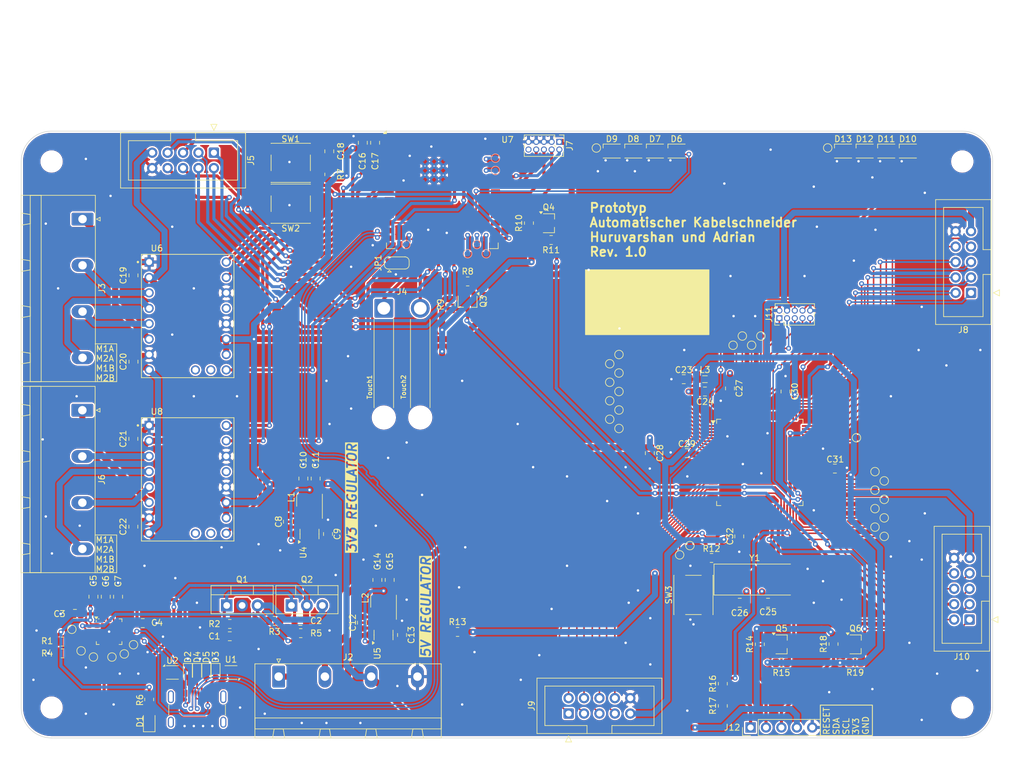
<source format=kicad_pcb>
(kicad_pcb (version 20240108) (generator "pcbnew") (generator_version "8.0")
  (title_block (title "Prototyp") (date "2024-05-15") (rev "1.0") (comment 4 "AISLER Project ID: AOEPXYGU"))
  (layers (0 "F.Cu" signal) (1 "In1.Cu" power) (2 "In2.Cu" power) (31 "B.Cu" signal) (34 "B.Paste" user) (35 "F.Paste" user) (36 "B.SilkS" user "B.Silkscreen") (37 "F.SilkS" user "F.Silkscreen") (38 "B.Mask" user) (39 "F.Mask" user) (44 "Edge.Cuts" user))
  (net 0 "")
  (net 1 "/Powersupply_AKS/GATE")
  (net 2 "GND")
  (net 3 "+3.3V")
  (net 4 "+20V")
  (net 5 "VBUS")
  (net 9 "VDDA")
  (net 10 "GNDREF")
  (net 11 "Net-(D10-DOUT)")
  (net 12 "VCCD")
  (net 13 "VDDD")
  (net 14 "Net-(D11-DOUT)")
  (net 15 "Net-(D1-K)")
  (net 16 "Net-(D1-A)")
  (net 17 "Net-(Q1-S)")
  (net 18 "Net-(D12-DOUT)")
  (net 19 "/Powersupply_AKS/CC1")
  (net 20 "/Powersupply_AKS/CC2")
  (net 21 "/Main Microcontroller/D-")
  (net 22 "/Main Microcontroller/D+")
  (net 23 "Net-(D13-DOUT)")
  (net 24 "Net-(D6-DOUT)")
  (net 25 "ATMEGA_TDI")
  (net 26 "Net-(D7-DOUT)")
  (net 27 "ATMEGA_!WR")
  (net 28 "ATMEGA_TDO")
  (net 29 "ATMEGA_TMS")
  (net 30 "Net-(D8-DOUT)")
  (net 31 "ATMEGA_TCK")
  (net 32 "ATMEGA_RST")
  (net 33 "Net-(D9-DOUT)")
  (net 34 "ATMEGA_!RD")
  (net 35 "MTMS")
  (net 36 "MTDO")
  (net 37 "/Powersupply_AKS/ISNK_COARSE")
  (net 38 "/Powersupply_AKS/VBUS_FET_EN")
  (net 39 "MTDI")
  (net 40 "MTCK")
  (net 41 "ATMEGA_SCL")
  (net 42 "ATMEGA_SDA")
  (net 43 "DISP_SCL")
  (net 44 "DISP_SDA")
  (net 45 "Net-(J3-Pin_1)")
  (net 46 "AT_DISP_RST")
  (net 47 "/Slave Microcontroller/PD6")
  (net 48 "/Slave Microcontroller/PD7")
  (net 49 "/Main Microcontroller/BOOT")
  (net 50 "+5V")
  (net 51 "/Slave Microcontroller/PA1")
  (net 52 "/Slave Microcontroller/PA3")
  (net 53 "/Slave Microcontroller/PA6")
  (net 54 "/Slave Microcontroller/PA0")
  (net 55 "/Slave Microcontroller/PA5")
  (net 56 "/Slave Microcontroller/PA7")
  (net 57 "/Slave Microcontroller/PA2")
  (net 58 "/Slave Microcontroller/PA4")
  (net 59 "/Slave Microcontroller/ATMEGA_Rx")
  (net 60 "/Slave Microcontroller/ATMEGA_Tx")
  (net 61 "/Main Microcontroller/Touch1")
  (net 62 "Net-(JP1-C)")
  (net 63 "MD1_!EN")
  (net 64 "MD2_!EN")
  (net 65 "/Main Microcontroller/ESP_Tx")
  (net 66 "/Main Microcontroller/ESP_Rx")
  (net 67 "PD5")
  (net 68 "MD1_DIR")
  (net 69 "MD2_STEP")
  (net 70 "MD1_STEP")
  (net 71 "MD2_DIR")
  (net 72 "Net-(U4-SW)")
  (net 73 "Net-(U4-BST)")
  (net 74 "WS2812")
  (net 75 "Net-(J3-Pin_2)")
  (net 76 "Net-(J3-Pin_4)")
  (net 77 "Net-(J3-Pin_3)")
  (net 78 "/Main Microcontroller/Touch2")
  (net 79 "/Main Microcontroller/IO11")
  (net 80 "/Main Microcontroller/IO14")
  (net 81 "/Main Microcontroller/IO17")
  (net 82 "/Main Microcontroller/IO16")
  (net 83 "/Slave Microcontroller/PB6")
  (net 84 "/Slave Microcontroller/PB0")
  (net 85 "/Slave Microcontroller/PB2")
  (net 86 "/Slave Microcontroller/PB3")
  (net 87 "/Slave Microcontroller/PB5")
  (net 88 "/Slave Microcontroller/PB1")
  (net 89 "/Slave Microcontroller/PB7")
  (net 90 "/Slave Microcontroller/PB4")
  (net 91 "/Main Microcontroller/IO15")
  (net 92 "/Main Microcontroller/IO12")
  (net 93 "/Main Microcontroller/IO13")
  (net 94 "/Main Microcontroller/IO18")
  (net 95 "Net-(J6-Pin_3)")
  (net 96 "Net-(J6-Pin_4)")
  (net 97 "Net-(J6-Pin_1)")
  (net 98 "Net-(J6-Pin_2)")
  (net 100 "Net-(J12-Pin_1)")
  (net 101 "Net-(U5-SW)")
  (net 102 "Net-(U5-BST)")
  (net 103 "Net-(U9-XTAL1)")
  (net 104 "Net-(U9-XTAL2)")
  (net 105 "Net-(U3-FLIP)")
  (net 106 "Net-(U3-HPI_SCL)")
  (net 107 "Net-(U3-HPI_SDA)")
  (net 108 "Net-(U3-~{HPI_INT})")
  (net 109 "Net-(U3-SAFE_PWR_EN)")
  (net 110 "Net-(U3-GPIO_1)")
  (net 111 "Net-(U7-TXD0{slash}IO43)")
  (net 112 "Net-(U7-RXD0{slash}IO44)")
  (net 113 "Net-(U7-IO45)")
  (net 114 "Net-(U7-IO46)")
  (net 115 "Net-(U7-IO47)")
  (net 116 "Net-(U7-IO48)")
  (net 117 "Net-(U9-PC0)")
  (net 118 "Net-(U9-PC1)")
  (net 119 "Net-(U9-PC2)")
  (net 120 "Net-(U9-PC3)")
  (net 121 "Net-(U9-PC4)")
  (net 122 "Net-(U9-PC5)")
  (net 123 "Net-(U9-PC6)")
  (net 124 "Net-(U9-PC7)")
  (net 125 "Net-(U9-PE0)")
  (net 126 "Net-(U9-PE1)")
  (net 127 "Net-(U9-PE2)")
  (net 128 "Net-(U9-PE3)")
  (net 129 "Net-(U9-PE4)")
  (net 130 "Net-(U9-PE5)")
  (net 131 "Net-(U9-PE6)")
  (net 132 "Net-(U9-PE7)")
  (net 133 "Net-(U9-PF0)")
  (net 134 "Net-(U9-PF1)")
  (net 135 "Net-(U9-PG2)")
  (net 136 "Net-(U9-PF2)")
  (net 137 "Net-(U9-PG3)")
  (net 138 "Net-(U9-PF3)")
  (net 139 "Net-(U9-PG4)")
  (net 140 "Net-(U9-PG5)")
  (net 186 "/Main Microcontroller/EN")
  (net 187 "Net-(U9-AREF)")
  (footprint "Resistor_SMD:R_0805_2012Metric" (layer "F.Cu") (at 190.757534 135.361534 90)
    (property "Reference" "R14")
    (property "Value" "10k")
  )
  (footprint "Capacitor_SMD:C_0805_2012Metric" (layer "F.Cu") (at 194.991034 93.705534 90)
    (property "Reference" "C30")
    (property "Value" "100n")
  )
  (footprint "TestPoint:TestPoint_Pad_D1.0mm" (layer "F.Cu") (at 163.833534 53.573534 -90)
    (property "Reference" "TP13" (hide yes))
    (property "Value" "TestPoint_Small")
  )
  (footprint "Package_TO_SOT_THT:TO-220-3_Vertical" (layer "F.Cu") (at 113.620909 128.966453)
    (property "Reference" "Q2")
    (property "Value" "IRF540N")
  )
  (footprint "Resistor_SMD:R_0805_2012Metric" (layer "F.Cu") (at 202.900534 135.328534 90)
    (property "Reference" "R18")
    (property "Value" "10k")
  )
  (footprint "LED_SMD:LED_WS2812B-2020_PLCC4_2.0x2.0mm" (layer "F.Cu") (at 177.041534 54.081534)
    (property "Reference" "D6")
    (property "Value" "WS2812B-2020")
  )
  (footprint "Resistor_SMD:R_0805_2012Metric" (layer "F.Cu") (at 142.639 75.568)
    (property "Reference" "R8")
    (property "Value" "10k")
  )
  (footprint "Crystal:Crystal_SMD_HC49-SD" (layer "F.Cu") (at 189.911034 124.693534)
    (property "Reference" "Y1")
    (property "Value" "16M")
  )
  (footprint "Capacitor_SMD:C_0805_2012Metric" (layer "F.Cu") (at 187.452 128.524 180)
    (property "Reference" "C26")
    (property "Value" "18p")
  )
  (footprint "Connector_Wire:SolderWire-1.5sqmm_1x02_P6mm_D1.7mm_OD3mm_Relief" (layer "F.Cu") (at 128.829534 79.989534)
    (property "Reference" "J4")
    (property "Value" "Conn_01x02")
  )
  (footprint "Capacitor_SMD:C_0805_2012Metric" (layer "F.Cu") (at 80.999909 127.522 90)
    (property "Reference" "C5")
    (property "Value" "1u")
  )
  (footprint "Resistor_SMD:R_0805_2012Metric" (layer "F.Cu") (at 184.661534 141.862034 90)
    (property "Reference" "R16")
    (property "Value" "1k")
  )
  (footprint "Capacitor_SMD:C_0805_2012Metric" (layer "F.Cu") (at 87.597534 74.566534 90)
    (property "Reference" "C19")
    (property "Value" "22u")
  )
  (footprint "Package_TO_SOT_SMD:TSOT-23-6" (layer "F.Cu") (at 116.589534 117.195034 90)
    (property "Reference" "U4")
    (property "Value" "AP63203WU")
  )
  (footprint "TestPoint:TestPoint_Pad_D1.0mm" (layer "F.Cu") (at 209.723034 113.009534 180)
    (property "Reference" "TP17" (hide yes))
    (property "Value" "TestPoint_Small")
  )
  (footprint "TMC2209_Module:MODULE_TMC2209_SILENTSTEPSTICK" (layer "F.Cu") (at 96.523534 108.183534)
    (property "Reference" "U8")
    (property "Value" "TMC2209_SILENTSTEPSTICK")
  )
  (footprint "Diode_SMD:D_0805_2012Metric" (layer "F.Cu") (at 90.186909 148.094953 90)
    (property "Reference" "D1")
    (property "Value" "gr")
  )
  (footprint "Resistor_SMD:R_0805_2012Metric" (layer "F.Cu") (at 206.456534 138.376534 180)
    (property "Reference" "R19")
    (property "Value" "10k")
  )
  (footprint "Capacitor_SMD:C_0805_2012Metric" (layer "F.Cu") (at 89.127909 131.878453)
    (property "Reference" "C4")
    (property "Value" "3u3")
  )
  (footprint "Inductor_SMD_Wurth:L_Wurth_WE-LQSH-4020" (layer "F.Cu") (at 116.589534 112.623034 90)
    (property "Reference" "L1")
    (property "Value" "3u9")
  )
  (footprint "TestPoint:TestPoint_Pad_D1.0mm" (layer "F.Cu") (at 86.079909 136.958453)
    (property "Reference" "TP3" (hide yes))
    (property "Value" "TestPoint_Small")
  )
  (footprint "TestPoint:TestPoint_Pad_D1.0mm" (layer "F.Cu") (at 190.927034 84.561534 90)
    (property "Reference" "TP36" (hide yes))
    (property "Value" "TestPoint_Small")
  )
  (footprint "Capacitor_SMD:C_0805_2012Metric" (layer "F.Cu") (at 113.033534 115.163034 -90)
    (property "Reference" "C8")
    (property "Value" "100n")
  )
  (footprint "Capacitor_SMD:C_0805_2012Metric" (layer "F.Cu") (at 178.735034 103.865534 180)
    (property "Reference" "C29")
    (property "Value" "100n")
  )
  (footprint "Resistor_SMD:R_0805_2012Metric" (layer "F.Cu") (at 75.919909 134.926453)
    (property "Reference" "R1")
    (property "Value" "5k1")
  )
  (footprint "Capacitor_SMD:C_0805_2012Metric" (layer "F.Cu") (at 115.078909 131.506453 180)
    (property "Reference" "C2")
    (property "Value" "1u")
  )
  (footprint "Connector_IDC:IDC-Header_2x05_P2.54mm_Vertical" (layer "F.Cu") (at 159.261534 146.782034 90)
    (property "Reference" "J9")
    (property "Value" "Conn_02x05_Odd_Even")
  )
  (footprint "Resistor_SMD:R_0805_2012Metric" (layer "F.Cu") (at 156.389 68.7445 180)
    (property "Reference" "R11")
    (property "Value" "10k")
  )
  (footprint "LED_SMD:LED_WS2812B-2020_PLCC4_2.0x2.0mm" (layer "F.Cu") (at 211.585534 54.081534)
    (property "Reference" "D11")
    (property "Value" "WS2812B-2020")
  )
  (footprint "Capacitor_SMD:C_0805_2012Metric" (layer "F.Cu") (at 127.765534 124.759534 90)
    (property "Reference" "C14")
    (property "Value" "22u")
  )
  (footprint "TestPoint:TestPoint_Pad_D1.0mm" (layer "F.Cu") (at 77.443909 132.894453)
    (property "Reference" "TP5" (hide yes))
    (property "Value" "TestPoint_Small")
  )
  (footprint "TestPoint:TestPoint_Pad_D1.0mm" (layer "F.Cu") (at 209.723034 106.913534 180)
    (property "Reference" "TP21" (hide yes))
    (property "Value" "TestPoint_Small")
  )
  (footprint "Diode_SMD:D_0603_1608Metric" (layer "F.Cu") (at 98.072909 140.012453 -90)
    (property "Reference" "D4")
    (property "Value" "D_TVS")
  )
  (footprint "Button_Switch_SMD:SW_Push_1P1T_NO_6x6mm_H9.5mm" (layer "F.Cu") (at 113.496 62.752)
    (property "Reference" "SW2")
    (property "Value" "SW_Push")
  )
  (footprint "Diode_SMD:D_0603_1608Metric" (layer "F.Cu") (at 96.548909 140.012453 -90)
    (property "Reference" "D2")
    (property "Value" "D_TVS")
  )
  (footprint "Package_SON:WSON-6-1EP_2x2mm_P0.65mm_EP1x1.6mm" (layer "F.Cu") (at 94.008909 140.012453)
    (property "Reference" "U2")
    (property "Value" "TVS220x")
  )
  (footprint "Package_TO_SOT_SMD:TSOT-23" (layer "F.Cu") (at 206.505534 135.361534)
    (property "Reference" "Q6")
    (property "Value" "Q_NMOS_GSD")
  )
  (footprint "TestPoint:TestPoint_Pad_D1.0mm" (layer "F.Cu") (at 167.559034 96.753534 180)
    (property "Reference" "TP27" (hide yes))
    (property "Value" "TestPoint_Small")
  )
  (footprint "Package_TO_SOT_SMD:TSOT-23" (layer "F.Cu") (at 194.313534 135.361534)
    (property "Reference" "Q5")
    (property "Value" "Q_NMOS_GSD")
  )
  (footprint "LED_SMD:LED_WS2812B-2020_PLCC4_2.0x2.0mm" (layer "F.Cu") (at 208.029534 54.081534)
    (property "Reference" "D12")
    (property "Value" "WS2812B-2020")
  )
  (footprint "TestPoint:TestPoint_Pad_D1.0mm" (layer "F.Cu") (at 201.933534 53.561534 90)
    (property "Reference" "TP31" (hide yes))
    (property "Value" "TestPoint_Small")
  )
  (footprint "LED_SMD:LED_WS2812B-2020_PLCC4_2.0x2.0mm" (layer "F.Cu") (at 169.929534 54.081534)
    (property "Reference" "D8")
    (property "Value" "WS2812B-2020")
  )
  (footprint "Inductor_SMD:L_0805_2012Metric" (layer "F.Cu") (at 181.717034 91.673534)
    (property "Reference" "L3")
    (property "Value" "10u")
  )
  (footprint "Capacitor_SMD:C_0805_2012Metric" (layer "F.Cu") (at 87.597534 88.790534 90)
    (property "Reference" "C20")
    (property "Value" "22u")
  )
  (footprint "Package_TO_SOT_THT:TO-220-3_Vertical" (layer "F.Cu") (at 102.952909 128.966453)
    (property "Reference" "Q1")
    (property "Value" "IRF540N")
  )
  (footprint "Capacitor_SMD:C_0805_2012Metric" (layer "F.Cu") (at 181.717034 93.705534 180)
    (property "Reference" "C24")
    (property "Value" "100n")
  )
  (footprint "Capacitor_SMD:C_0805_2012Metric" (layer "F.Cu") (at 87.574534 115.985534 90)
    (property "Reference" "C22")
    (property "Value" "22u")
  )
  (footprint "Capacitor_SMD:C_0805_2012Metric" (layer "F.Cu") (at 83.031909 127.522 90)
    (property "Reference" "C6")
    (property "Value" "100n")
  )
  (footprint "Capacitor_SMD:C_0805_2012Metric" (layer "F.Cu") (at 87.574534 101.507534 90)
    (property "Reference" "C21")
    (property "Value" "22u")
  )
  (footprint "LED_SMD:LED_WS2812B-2020_PLCC4_2.0x2.0mm" (layer "F.Cu") (at 166.373534 54.081534)
    (property "Reference" "D9")
    (property "Value" "WS2812B-2020")
  )
  (footprint "MountingHole:MountingHole_3.2mm_M3" (layer "F.Cu") (at 224.108 55.796)
    (property "Reference" "H2" (hide yes))
    (property "Value" "MountingHole")
  )
  (footprint "Resistor_SMD:R_0805_2012Metric" (layer "F.Cu") (at 139.845 79.378 90)
    (property "Reference" "R9")
    (property "Value" "10k")
  )
  (footprint "TestPoint:TestPoint_Pad_D1.0mm" (layer "F.Cu") (at 211.247034 111.485534 180)
    (property "Reference" "TP18" (hide yes))
    (property "Value" "TestPoint_Small")
  )
  (footprint "Connector_USB:USB_C_Receptacle_GCT_USB4105-xx-A_16P_TopMnt_Horizontal" (layer "F.Cu") (at 98.072909 147.124453)
    (property "Reference" "J1" (hide yes))
    (property "Value" "USB_C_Receptacle_USB2.0_16P")
  )
  (footprint "Capacitor_SMD:C_0805_2012Metric" (layer "F.Cu") (at 125.367 52.708 90)
    (property "Reference" "C16")
    (property "Value" "22u")
  )
  (footprint "Package_TO_SOT_SMD:TSOT-23-6" (layer "F.Cu") (at 128.781534 133.837534 90)
    (property "Reference" "U5")
    (property "Value" "AP63205WU")
  )
  (footprint "Capacitor_SMD:C_0805_2012Metric" (layer "F.Cu") (at 117.605534 108.051034 90)
    (property "Reference" "C11")
    (property "Value" "22u")
  )
  (footprint "TestPoint:TestPoint_Pad_D1.0mm" (layer "F.Cu") (at 166.035034 95.229534 180)
    (property "Reference" "TP26" (hide yes))
    (property "Value" "TestPoint_Small")
  )
  (footprint "TestPoint:TestPoint_Pad_D1.0mm" (layer "F.Cu") (at 167.559034 99.801534 180)
    (property "Reference" "TP29" (hide yes))
    (property "Value" "TestPoint_Small")
  )
  (footprint "Diode_SMD:D_0603_1608Metric" (layer "F.Cu") (at 99.596909 140.012453 -90)
    (property "Reference" "D5")
    (property "Value" "D_TVS")
  )
  (footprint "RF_Module:ESP32-S3-WROOM-2" (layer "F.Cu") (at 138.468 57.206)
    (property "Reference" "U7")
    (property "Value" "ESP32-S3-WROOM-2")
  )
  (footprint "Connector_IDC:IDC-Header_2x05_P2.54mm_Vertical" (layer "F.Cu") (at 100.841534 54.345034 -90)
    (property "Reference" "J5")
    (property "Value" "Conn_02x05_Odd_Even")
  )
  (footprint "Resistor_SMD:R_0805_2012Metric" (layer "F.Cu") (at 182.799034 121.137534)
    (property "Reference" "R12")
    (property "Value" "10k")
  )
  (footprint "TestPoint:TestPoint_Pad_D1.0mm" (layer "F.Cu") (at 211.247034 108.437534 180)
    (property "Reference" "TP20" (hide yes))
    (property "Value" "TestPoint_Small")
  )
  (footprint "TestPoint:TestPoint_Pad_D1.0mm" (layer "F.Cu") (at 189.403034 86.085534 90)
    (property "Reference" "TP34" (hide yes))
    (property "Value" "TestPoint_Small")
  )
  (footprint "LED_SMD:LED_WS2812B-2020_PLCC4_2.0x2.0mm" (layer "F.Cu") (at 173.485534 54.081534)
    (property "Reference" "D7")
    (property "Value" "WS2812B-2020")
  )
  (footprint "Capacitor_SMD:C_0805_2012Metric" (layer "F.Cu") (at 187.371034 117.581534 -90)
    (property "Reference" "C32")
    (property "Value" "100n")
  )
  (footprint "Package_SON:WSON-6-1EP_2x2mm_P0.65mm_EP1x1.6mm" (layer "F.Cu") (at 103.660909 140.012453 180)
    (property "Reference" "U1")
    (property "Value" "TVS220x")
  )
  (footprint "MountingHole:MountingHole_3.2mm_M3" (layer "F.Cu") (at 74.108 145.796)
    (property "Reference" "H3" (hide yes))
    (property "Value" "MountingHole")
  )
  (footprint "Capacitor_SMD:C_0805_2012Metric" (layer "F.Cu") (at 85.063909 127.522 90)
    (property "Reference" "C7")
    (property "Value" "100n")
  )
  (footprint "Capacitor_SMD:C_0805_2012Metric" (layer "F.Cu") (at 172.639034 103.865534 -90)
    (property "Reference" "C28")
    (property "Value" "22u")
  )
  (footprint "Button_Switch_SMD:SW_Push_1P1T_NO_6x6mm_H9.5mm" (layer "F.Cu") (at 179.820763 127.233534 90)
    (property "Reference" "SW3")
    (property "Value" "SW_Push")
  )
  (footprint "Resistor_SMD:R_0805_2012Metric" (layer "F.Cu") (at 119.846 57.926 90)
    (property "Reference" "R7")
    (property "Value" "10k")
  )
  (footprint "TestPoint:TestPoint_Pad_D1.0mm" (layer "F.Cu") (at 167.559034 90.657534 180)
    (property "Reference" "TP23" (hide yes))
    (property "Value" "TestPoint_Small")
  )
  (footprint "TestPoint:TestPoint_Pad_D1.0mm" (layer "F.Cu") (at 87.603909 135.434453)
    (property "Reference" "TP2" (hide yes))
    (property "Value" "TestPoint_Small")
  )
  (footprint "Capacitor_SMD:C_0805_2012Metric" (layer "F.Cu") (at 119.846 54.116 90)
    (property "Reference" "C18")
    (property "Value" "1u")
  )
  (footprint "LED_SMD:LED_WS2812B-2020_PLCC4_2.0x2.0mm" (layer "F.Cu") (at 204.473534 54.081534)
    (property "Reference" "D13")
    (property "Value" "WS2812B-2020")
  )
  (footprint "TestPoint:TestPoint_Pad_D1.0mm" (layer "F.Cu") (at 167.559034 87.609534)
    (property "Reference" "TP38" (hide yes))
    (property "Value" "TestPoint_Small")
  )
  (footprint "TestPoint:TestPoint_Pad_D1.0mm" (layer "F.Cu") (at 78.967909 136.450453)
    (property "Reference" "TP4" (hide yes))
    (property "Value" "TestPoint_Small")
  )
  (footprint "TestPoint:TestPoint_Pad_D1.0mm" (layer "F.Cu") (at 166.035034 92.181534 180)
    (property "Reference" "TP24" (hide yes))
    (property "Value" "TestPoint_Small")
  )
  (footprint "Capacitor_SMD:C_0805_2012Metric" (layer "F.Cu") (at 185.847034 93.197534 90)
    (property "Reference" "C27")
    (property "Value" "100n")
  )
  (footprint "Inductor_SMD_Wurth:L_Wurth_WE-LQSH-4020" (layer "F.Cu") (at 128.781534 129.265534 90)
    (property "Reference" "L2")
    (property "Value" "4u7")
  )
  (footprint "Resistor_SMD:R_0805_2012Metric" (layer "F.Cu") (at 110.826909 131.506453)
    (property "Reference" "R3")
    (property "Value" "50k")
  )
  (footprint "Connector_PinHeader_1.27mm:PinHeader_2x05_P1.27mm_Vertical" (layer "F.Cu") (at 157.737534 52.557534 -90)
    (property "Reference" "J7")
    (property "Value" "Conn_02x05_Odd_Even")
  )
  (footprint "TestPoint:TestPoint_Pad_D1.0mm" (layer "F.Cu") (at 186.355034 86.085534 90)
    (property "Reference" "TP30" (hide yes))
    (property "Value" "TestPoint_Small")
  )
  (footprint "Connector_PinHeader_1.27mm:PinHeader_2x05_P1.27mm_Vertical" (layer "F.Cu") (at 193.975034 81.630534 90)
    (property "Reference" "J11")
    (property "Value" "Conn_02x05_Odd_Even")
  )
  (footprint "TestPoint:TestPoint_Pad_D1.0mm" (layer "F.Cu") (at 167.559034 93.705534 180)
    (property "Reference" "TP25" (hide yes))
    (property "Value" "TestPoint_Small")
  )
  (footprint "TestPoint:TestPoint_Pad_D1.0mm" (layer "F.Cu") (at 211.247034 117.581534 180)
    (property "Reference" "TP14" (hide yes))
    (property "Value" "TestPoint_Small")
  )
  (footprint "Capacitor_SMD:C_0805_2012Metric" (layer "F.Cu") (at 192.112534 128.524)
    (property "Reference" "C25")
    (property "Value" "18p")
  )
  (footprint "Capacitor_SMD:C_0805_2012Metric" (layer "F.Cu") (at 125.225534 131.805534 -90)
    (property "Reference" "C12")
    (property "Value" "100n")
  )
  (footprint "TestPoint:TestPoint_Pad_D1.0mm" (layer "F.Cu") (at 177.549534 120.629534 90)
    (property "Reference" "TP35" (hide yes))
    (property "Value" "TestPoint_Small")
  )
  (footprint "Connector_Phoenix_GMSTB:PhoenixContact_GMSTBA_2,5_4-G-7,62_1x04_P7.62mm_Horizontal" (layer "F.Cu") (at 79.206 65.292 -90)
    (property "Reference" "J3")
    (property "Value" "Conn_01x04")
  )
  (footprint "Resistor_SMD:R_0805_2012Metric" (layer "F.Cu") (at 140.973534 133.329534)
    (property "Reference" "R13")
    (property "Value" "0r")
  )
  (footprint "TestPoint:TestPoint_Pad_D1.0mm" (layer "F.Cu") (at 209.723034 109.961534 180)
    (property "Reference" "TP19" (hide yes))
    (property "Value" "TestPoint_Small")
  )
  (footprint "Connector_PinHeader_2.54mm:PinHeader_1x05_P2.54mm_Vertical" (layer "F.Cu") (at 189.233534 149.077534 90)
    (property "Reference" "J12")
    (property "Value" "Conn_01x05")
  )
  (footprint "TestPoint:TestPoint_Pad_D1.0mm" (layer "F.Cu") (at 80.999909 137.466453)
    (property "Reference" "TP6" (hide yes))
    (property "Value" "TestPoint_Small")
  )
  (footprint "TMC2209_Module:MODULE_TMC2209_SILENTSTEPSTICK" (layer "F.Cu") (at 96.523534 81.259534)
    (property "Reference" "U6")
    (property "Value" "TMC2209_SILENTSTEPSTICK")
  )
  (footprint "Resistor_SMD:R_0805_2012Metric" (layer "F.Cu") (at 152.7295 65.9505 90)
    (property "Reference" "R10")
    (property "Value" "10k")
  )
  (footprint "Capacitor_SMD:C_0805_2012Metric" (layer "F.Cu") (at 203.119034 106.405534)
    (property "Reference" "C31")
    (property "Value" "100n")
  )
  (footprint "Button_Switch_SMD:SW_Push_1P1T_NO_6x6mm_H9.5mm" (layer "F.Cu") (at 113.496 56.021)
    (property "Reference" "SW1")
    (property "Value" "SW_Push")
  )
  (footprint "Resistor_SMD:R_0805_2012Metric" (layer "F.Cu") (at 103.460909 132.014453 180)
    (property "Reference" "R2")
    (property "Value" "10k")
  )
  (footprint "Package_TO_SOT_SMD:TSOT-23" (layer "F.Cu") (at 142.639 78.87 -90)
    (property "Reference" "Q3")
    (property "Value" "Q_NMOS_GSD")
  )
  (footprint "Package_QFP:TQFP-100_14x14mm_P0.5mm" (layer "F.Cu") (at 190.757534 105.389534)
    (property "Reference" "U9" (hide yes))
    (property "Value" "ATmega2560-16A")
  )
  (footprint "Jumper:SolderJumper-3_P1.3mm_Bridged12_RoundedPad1.0x1.5mm" (layer "F.Cu") (at 130.955 72.52)
    (property "Reference" "JP1")
    (property "Value" "SolderJumper_3_Bridged12")
  )
  (footprint "Capacitor_SMD:C_0805_2012Metric" (layer "F.Cu") (at 129.797534 124.759534 90)
    (property "Reference" "C15")
    (property "Value" "22u")
  )
  (footprint "Resistor_SMD:R_0805_2012Metric" (layer "F.Cu") (at 115.144909 133.538453)
    (property "Reference" "R5")
    (property "Value" "1k")
  )
  (footprint "Connector_Phoenix_GMSTB:PhoenixContact_GMSTBA_2,5_4-G-7,62_1x04_P7.62mm_Horizontal" (layer "F.Cu") (at 79.1735 96.788 -90)
    (property "Reference" "J6")
    (property "Value" "Conn_01x04")
  )
  (footprint "Capacitor_SMD:C_0805_2012Metric" (layer "F.Cu") (at 127.399 52.708 90)
    (property "Reference" "C17")
    (property "Value" "100n")
  )
  (footprint "TestPoint:TestPoint_Pad_D1.0mm" (layer "F.Cu") (at 211.247034 114.533534 180)
    (property "Reference" "TP16" (hide yes))
    (property "Value" "TestPoint_Small")
  )
  (footprint "MountingHole:MountingHole_3.2mm_M3" (layer "F.Cu") (at 224.108 145.796)
    (property "Reference" "H4" (hide yes))
    (property "Value" "MountingHole")
  )
  (footprint "Capacitor_SMD:C_0805_2012Metric" (layer "F.Cu") (at 178.227034 91.673534 180)
    (property "Reference" "C23")
    (property "Value" "100n")
  )
  (footprint "TestPoint:TestPoint_Pad_D1.0mm" (layer "F.Cu") (at 206.675034 101.325534)
    (property "Reference" "TP33" (hide yes))
    (property "Value" "TestPoint_Small")
  )
  (footprint "LED_SMD:LED_WS2812B-2020_PLCC4_2.0x2.0mm" (layer "F.Cu") (at 215.141534 54.081534)
    (property "Reference" "D10")
    (property "Value" "WS2812B-2020")
  )
  (footprint "TestPoint:TestPoint_Pad_D1.0mm" (layer "F.Cu") (at 179.243034 119.105534 90)
    (property "Reference" "TP37" (hide yes))
    (property "Value" "TestPoint_Small")
  )
  (footprint "Capacitor_SMD:C_0805_2012Metric" (layer "F.Cu") (at 77.951909 130.354453 180)
    (property "Reference" "C3")
    (property "Value" "1u")
  )
  (footprint "Capacitor_SMD:C_0805_2012Metric" (layer "F.Cu") (at 119.637534 117.195034 90)
    (property "Reference" "C9")
    (property "Value" "10u")
  )
  (footprint "MountingHole:MountingHole_3.2mm_M3" (layer "F.Cu") (at 74.108 55.796)
    (property "Reference" "H1" (hide yes))
    (property "Value" "MountingHole")
  )
  (footprint "Capacitor_SMD:C_0805_2012Metric" (layer "F.Cu") (at 103.460909 134.046453 180)
    (property "Reference" "C1")
    (property "Value" "1u")
  )
  (footprint "Resistor_SMD:R_0805_2012Metric" (layer "F.Cu") (at 194.313534 138.409534 180)
    (property "Reference" "R15")
    (property "Value" "10k")
  )
  (footprint "Diode_SMD:D_0603_1608Metric" (layer "F.Cu") (at 101.120909 140.012453 -90)
    (property "Reference" "D3")
    (property "Value" "D_TVS")
  )
  (footprint "TestPoint:TestPoint_Pad_D1.0mm" (layer "F.Cu") (at 187.879034 84.561534 90)
    (property "Reference" "TP32" (hide yes))
    (property "Value" "TestPoint_Small")
  )
  (footprint "TestPoint:TestPoint_Pad_D1.0mm" (layer "F.Cu") (at 84.047909 137.466453)
    (property "Reference" "TP1" (hide yes))
    (property "Value" "TestPoint_Small")
  )
  (footprint "Connector_IDC:IDC-Header_2x05_P2.54mm_Vertical" (layer "F.Cu") (at 225.301534 131.297534 180)
    (property "Reference" "J10")
    (property "Value" "Conn_02x05_Odd_Even")
  )
  (footprint "Resistor_SMD:R_0805_2012Metric" (layer "F.Cu") (at 75.919909 136.860453 180)
    (property "Reference" "R4")
    (property "Value" "5k1	")
  )
  (footprint "Resistor_SMD:R_0805_2012Metric" (layer "F.Cu") (at 184.661534 145.521534 90)
    (property "Reference" "R17")
    (property "Value" "2k")
  )
  (footprint "Capacitor_SMD:C_0805_2012Metric" (layer "F.Cu") (at 115.573534 108.051034 90)
    (property "Reference" "C10")
    (property "Value" "22u")
  )
  (footprint "Connector_Phoenix_GMSTB:PhoenixContact_GMSTBA_2,5_4-G-7,62_1x04_P7.62mm_Horizontal" (layer "F.Cu") (at 111.509534 140.695534)
    (property "Reference" "J2")
    (property "Value" "Conn_01x04")
  )
  (footprint "TestPoint:TestPoint_Pad_D1.0mm" (layer "F.Cu") (at 166.035034 98.277534 180)
    (property "Reference" "TP28" (hide yes))
    (property "Value" "TestPoint_Small")
  )
  (footprint "Package_DFN_QFN:QFN-24-1EP_4x4mm_P0.5mm_EP2.75x2.75mm" (layer "F.Cu") (at 83.582909 133.284453)
    (property "Reference" "U3" (hide yes))
    (property "Value" "CYPD3177-24LQ")
  )
  (footprint "TestPoint:TestPoint_Pad_D1.0mm" (layer "F.Cu") (at 166.035034 89.133534 180)
    (property "Reference" "TP22" (hide yes))
    (property "Value" "TestPoint_Small")
  )
  (footprint "TestPoint:TestPoint_Pad_D1.0mm" (layer "F.Cu") (at 209.723034 116.057534 180)
    (property "Reference" "TP15" (hide yes))
    (property "Value" "TestPoint_Small")
  )
  (footprint "Connector_IDC:IDC-Header_2x05_P2.54mm_Vertical" (layer "F.Cu") (at 225.546034 77.449534 180)
    (property "Reference" "J8")
    (property "Value" "Conn_02x05_Odd_Even")
  )
  (footprint "Resistor_SMD:R_0805_2012Metric" (layer "F.Cu") (at 90.186909 144.460453 90)
    (property "Reference" "R6")
    (property "Value" "1k")
  )
  (footprint "Capacitor_SMD:C_0805_2012Metric" (layer "F.Cu") (at 131.829534 133.837534 90)
    (property "Reference" "C13")
    (property "Value" "10u")
  )
  (footprint "Package_TO_SOT_SMD:TSOT-23" (layer "F.Cu") (at 155.9915 65.9505)
    (property "Reference" "Q4")
    (property "Value" "Q_NMOS_GSD")
  )
  (footprint "TestPoint:TestPoint_Pad_D1.0mm" (layer "B.Cu") (at 144.163 69.472 180)
    (property "Reference" "TP12" (hide yes))
    (property "Value" "TestPoint_Small")
  )
  (footprint "TestPoint:TestPoint_Pad_D1.0mm" (layer "B.Cu") (at 145.687 70.996 180)
    (property "Reference" "TP9" (hide yes))
    (property "Value" "TestPoint_Small")
  )
  (footprint "TestPoint:TestPoint_Pad_D1.0mm" (layer "B.Cu") (at 142.639 70.996 180)
    (property "Reference" "TP11" (hide yes))
    (property "Value" "TestPoint_Small")
  )
  (footprint "TestPoint:TestPoint_Pad_D1.0mm" (layer "B.Cu") (at 132.479 69.472 180)
    (property "Reference" "TP10" (hide yes))
    (property "Value" "TestPoint_Small")
  )
  (footprint "TestPoint:TestPoint_Pad_D1.0mm" (layer "B.Cu") (at 147.211 57.28 180)
    (property "Reference" "TP8" (hide yes))
    (property "Value" "TestPoint_Small")
  )
  (footprint "TestPoint:TestPoint_Pad_D1.0mm" (layer "B.Cu") (at 147.211 55.248 180)
    (property "Reference" "TP7" (hide yes))
    (property "Value" "TestPoint_Small")
  )
  (gr_rect (start 162.052 73.66) (end 182.372 84.328) (stroke (width 0.15)) (fill solid) (layer "F.SilkS"))
  (gr_line (start 84.328 92.072) (end 84.836 92.072) (stroke (width 0.125)) (layer "F.SilkS"))
  (gr_rect (start 200.723534 145.391068) (end 209.296 150.407534) (stroke (width 0.15)) (fill none) (layer "F.SilkS"))
  (gr_line (start 84.836 123.568) (end 84.836 118.364) (stroke (width 0.125)) (layer "F.SilkS"))
  (gr_line (start 84.328 123.568) (end 84.836 123.568) (stroke (width 0.125)) (layer "F.SilkS"))
  (gr_line (start 84.836 117.348) (end 81.28 117.348) (stroke (width 0.125)) (layer "F.SilkS"))
  (gr_line (start 84.836 85.852) (end 81.28 85.852) (stroke (width 0.125)) (layer "F.SilkS"))
  (gr_line (start 84.836 86.868) (end 84.836 85.852) (stroke (width 0.125)) (layer "F.SilkS"))
  (gr_line (start 84.836 92.072) (end 84.836 86.868) (stroke (width 0.125)) (layer "F.SilkS"))
  (gr_line (start 81.2835 123.568) (end 84.328 123.568) (stroke (width 0.125)) (layer "F.SilkS"))
  (gr_line (start 81.2835 92.072) (end 84.328 92.072) (stroke (width 0.125)) (layer "F.SilkS"))
  (gr_line (start 84.836 118.364) (end 84.836 117.348) (stroke (width 0.125)) (layer "F.SilkS"))
  (gr_arc (start 74.108 150.796) (mid 70.572466 149.331534) (end 69.108 145.796) (stroke (width 0.1)) (layer "Edge.Cuts"))
  (gr_arc (start 224.108 50.796) (mid 227.643534 52.260466) (end 229.108 55.796) (stroke (width 0.1)) (layer "Edge.Cuts"))
  (gr_line (start 69.108 55.796) (end 69.108 145.796) (stroke (width 0.1)) (layer "Edge.Cuts"))
  (gr_arc (start 69.108 55.796) (mid 70.572466 52.260466) (end 74.108 50.796) (stroke (width 0.1)) (layer "Edge.Cuts"))
  (gr_line (start 229.108 145.796) (end 229.108 55.796) (stroke (width 0.1)) (layer "Edge.Cuts"))
  (gr_arc (start 229.108 145.796) (mid 227.643534 149.331534) (end 224.108 150.796) (stroke (width 0.1)) (layer "Edge.Cuts"))
  (gr_line (start 74.108 150.796) (end 224.108 150.796) (stroke (width 0.1)) (layer "Edge.Cuts"))
  (gr_line (start 74.108 50.796) (end 224.108 50.796) (stroke (width 0.1)) (layer "Edge.Cuts"))
  (gr_text "M1A\nM2A\nM1B\nM2B" (at 81.316 92.072 0) (layer "F.SilkS") (effects (font (size 1 1)) (justify left bottom)))
  (gr_text "Touch1" (at 126.492 92.964 90) (layer "F.SilkS") (effects (font (size 0.75 0.75))))
  (gr_text "RESET\nSDA\nSCL\n3V3\nGND" (at 201.168 150.368 90) (layer "F.SilkS") (effects (font (size 1 1)) (justify left top)))
  (gr_text "Prototyp \nAutomatischer Kabelschneider\nHuruvarshan und Adrian\nRev. 1.0" (at 162.56 67.056 0) (layer "F.SilkS") (effects (font (size 1.5 1.5) (thickness 0.3) (bold yes)) (justify left)))
  (gr_text "5V REGULATOR" (at 136.652 137.668 90) (layer "F.SilkS" knockout) (effects (font (size 1.5 1.5) (thickness 0.3) (bold yes) (italic yes)) (justify left bottom)))
  (gr_text "3V3 REGULATOR" (at 124.46 120.396 90) (layer "F.SilkS" knockout) (effects (font (size 1.5 1.5) (thickness 0.3) (bold yes) (italic yes)) (justify left bottom)))
  (gr_text "Touch2" (at 132.08 92.964 90) (layer "F.SilkS") (effects (font (size 0.75 0.75))))
  (gr_text "M1A\nM2A\nM1B\nM2B" (at 81.2835 123.568 0) (layer "F.SilkS") (effects (font (size 1 1)) (justify left bottom)))
  (segment (start 114.128909 131.506453) (end 114.128909 133.434953) (width 0.508) (layer "F.Cu") (net 1))
  (segment (start 111.739409 131.506453) (end 114.128909 131.506453) (width 0.508) (layer "F.Cu") (net 1))
  (segment (start 102.510909 132.051953) (end 102.548409 132.014453) (width 0.508) (layer "F.Cu") (net 1))
  (segment (start 114.128909 129.474453) (end 114.128909 131.506453) (width 0.508) (layer "F.Cu") (net 1))
  (segment (start 114.128909 133.434953) (end 114.232409 133.538453) (width 0.508) (layer "F.Cu") (net 1))
  (segment (start 102.548409 129.370953) (end 102.952909 128.966453) (width 0.508) (layer "F.Cu") (net 1))
  (segment (start 102.548409 132.014453) (end 102.548409 129.370953) (width 0.508) (layer "F.Cu") (net 1))
  (segment (start 102.510909 134.046453) (end 102.510909 132.051953) (width 0.508) (layer "F.Cu") (net 1))
  (segment (start 114.128909 129.474453) (end 113.620909 128.966453) (width 0.508) (layer "F.Cu") (net 1))
  (segment (start 102.952909 128.966453) (end 102.952909 127.310453) (width 0.508) (layer "B.Cu") (net 1))
  (segment (start 112.980909 126.934453) (end 113.620909 127.574453) (width 0.508) (layer "B.Cu") (net 1))
  (segment (start 103.328909 126.934453) (end 112.980909 126.934453) (width 0.508) (layer "B.Cu") (net 1))
  (segment (start 113.620909 127.574453) (end 113.620909 128.966453) (width 0.508) (layer "B.Cu") (net 1))
  (segment (start 102.952909 127.310453) (end 103.328909 126.934453) (width 0.508) (layer "B.Cu") (net 1))
  (segment (start 152.657534 52.557534) (end 156.467534 52.557534) (width 0.508) (layer "F.Cu") (net 2))
  (segment (start 214.226534 55.657534) (end 214.125534 55.758534) (width 0.508) (layer "F.Cu") (net 2))
  (segment (start 210.670534 55.657534) (end 210.569534 55.758534) (width 0.508) (layer "F.Cu") (net 2))
  (segment (start 178.227034 105.389534) (end 177.785034 104.947534) (width 0.508) (layer "F.Cu") (net 2))
  (segment (start 81.607909 134.534453) (end 81.655909 134.486453) (width 0.254) (layer "F.Cu") (net 2))
  (segment (start 204.069034 106.405534) (end 204.973266 106.405534) (width 1) (layer "F.Cu") (net 2))
  (segment (start 188.387034 115.92) (end 188.550034 116.083) (width 0.508) (layer "F.Cu") (net 2))
  (segment (start 76.935909 130.354453) (end 75.599909 130.354453) (width 1) (layer "F.Cu") (net 2))
  (segment (start 193.812034 95.574534) (end 193.975034 95.737534) (width 0.508) (layer "F.Cu") (net 2))
  (segment (start 204.973266 106.405534) (end 205.09515 106.28365) (width 1) (layer "F.Cu") (net 2))
  (segment (start 82.380909 134.486453) (end 83.582909 133.284453) (width 0.254) (layer "F.Cu") (net 2))
  (segment (start 132.255 72.52) (end 132.255 73.468068) (width 0.508) (layer "F.Cu") (net 2))
  (segment (start 132.255 73.468068) (end 131.321534 74.401534) (width 0.508) (layer "F.Cu") (net 2))
  (segment (start 193.812034 93.934534) (end 193.812034 95.574534) (width 0.508) (layer "F.Cu") (net 2))
  (segment (start 210.670534 54.631534) (end 210.670534 55.657534) (width 0.508) (layer "F.Cu") (net 2))
  (segment (start 87.597534 87.840534) (end 89.942534 87.840534) (width 1) (layer "F.Cu") (net 2))
  (segment (start 127.587 51.946) (end 127.399 51.758) (width 1) (layer "F.Cu") (net 2))
  (segment (start 176.126534 54.631534) (end 176.126534 55.504534) (width 0.254) (layer "F.Cu") (net 2))
  (segment (start 198.420034 105.889534) (end 200.063034 105.889534) (width 0.254) (layer "F.Cu") (net 2))
  (segment (start 177.570763 123.258534) (end 178.493 123.258534) (width 1) (layer "F.Cu") (net 2))
  (segment (start 165.458534 54.631534) (end 165.458534 55.504534) (width 0.254) (layer "F.Cu") (net 2))
  (segment (start 187.757534 114.412034) (end 187.879034 114.533534) (width 0.254) (layer "F.Cu") (net 2))
  (segment (start 177.277034 91.673534) (end 176.195034 91.673534) (width 1) (layer "F.Cu") (net 2))
  (segment (start 147.218 51.946) (end 145.649068 51.946) (width 0.508) (layer "F.Cu") (net 2))
  (segment (start 98.072909 138.226954) (end 98.54791 137.751953) (width 0.3) (layer "F.Cu") (net 2))
  (segment (start 131.829534 132.821534) (end 131.829534 131.485534) (width 1) (layer "F.Cu") (net 2))
  (segment (start 200.579034 105.389534) (end 201.087034 104.881534) (width 0.508) (layer "F.Cu") (net 2))
  (segment (start 203.558534 54.631534) (end 203.558534 55.657534) (width 0.508) (layer "F.Cu") (net 2))
  (segment (start 204.069034 105.257534) (end 204.069034 106.405534) (width 0.508) (layer "F.Cu") (net 2))
  (segment (start 87.597534 73.616534) (end 88.844534 72.369534) (width 1) (layer "F.Cu") (net 2))
  (segment (start 131.321534 74.401534) (end 130.813534 74.401534) (width 0.508) (layer "F.Cu") (net 2))
  (segment (start 129.797534 123.677534) (end 129.797534 122.341534) (width 1) (layer "F.Cu") (net 2))
  (segment (start 89.942534 87.840534) (end 90.173534 87.609534) (width 1) (layer "F.Cu") (net 2))
  (segment (start 200.071034 105.897534) (end 200.579034 105.389534) (width 0.254) (layer "F.Cu") (net 2))
  (segment (start 177.785034 104.947534) (end 177.785034 103.865534) (width 0.508) (layer "F.Cu") (net 2))
  (segment (start 187.879034 115.041534) (end 188.387034 115.549534) (width 0.254) (layer "F.Cu") (net 2))
  (segment (start 96.548909 139.224953) (end 96.548909 137.751953) (width 0.3) (layer "F.Cu") (net 2))
  (segment (start 101.272909 143.444453) (end 101.272909 143.240293) (width 0.508) (layer "F.Cu") (net 2))
  (segment (start 118.286 53.771) (end 118.891 53.166) (width 1) (layer "F.Cu") (net 2))
  (segment (start 188.550034 116.083) (end 188.550034 117.352534) (width 0.508) (layer "F.Cu") (net 2))
  (segment (start 135.385534 132.821534) (end 131.829534 132.821534) (width 1) (layer "F.Cu") (net 2))
  (segment (start 94.872909 143.240293) (end 93.121409 141.488793) (width 0.508) (layer "F.Cu") (net 2))
  (segment (start 129.731534 132.634034) (end 130.184034 132.634034) (width 0.508) (layer "F.Cu") (net 2))
  (segment (start 176.126534 55.504534) (end 176.025534 55.605534) (width 0.254) (layer "F.Cu") (net 2))
  (segment (start 203.693034 104.881534) (end 204.069034 105.257534) (width 0.508) (layer "F.Cu") (net 2))
  (segment (start 200.063034 105.889534) (end 200.071034 105.897534) (width 0.254) (layer "F.Cu") (net 2))
  (segment (start 172.570534 54.631534) (end 172.570534 55.504534) (width 0.254) (layer "F.Cu") (net 2))
  (segment (start 176.195034 103.865534) (end 176.07315 103.74365) (width 1) (layer "F.Cu") (net 2))
  (segment (start 117.471 53.771) (end 118.286 53.771) (width 1) (layer "F.Cu") (net 2))
  (segment (start 194.257534 97.727034) (end 194.257534 96.020034) (width 0.254) (layer "F.Cu") (net 2))
  (segment (start 130.371534 132.821534) (end 131.829534 132.821534) (width 0.508) (layer "F.Cu") (net 2))
  (segment (start 187.371034 118.531534) (end 187.371034 120.12154) (width 0.508) (layer "F.Cu") (net 2))
  (segment (start 101.997749 142.515453) (end 103.697909 142.515453) (width 0.508) (layer "F.Cu") (net 2))
  (segment (start 188.387034 115.549534) (end 188.387034 115.92) (width 0.254) (layer "F.Cu") (net 2))
  (segment (start 194.991034 92.755534) (end 193.812034 93.934534) (width 0.508) (layer "F.Cu") (net 2))
  (segment (start 129.718 51.946) (end 127.587 51.946) (width 1) (layer "F.Cu") (net 2))
  (segment (start 83.332909 133.034451) (end 83.582909 133.284451) (width 0.254) (layer "F.Cu") (net 2))
  (segment (start 93.121409 141.488793) (end 93.121409 139.362453) (width 0.508) (layer "F.Cu") (net 2))
  (segment (start 201.087034 104.881534) (end 203.693034 104.881534) (width 0.508) (layer "F.Cu") (net 2))
  (segment (start 103.697909 142.515453) (end 104.548409 141.664953) (width 0.508) (layer "F.Cu") (net 2))
  (segment (start 104.548409 141.664953) (end 104.548409 139.362453) (width 0.508) (layer "F.Cu") (net 2))
  (segment (start 117.605534 105.970182) (end 117.46996 105.834608) (width 1) (layer "F.Cu") (net 2))
  (segment (start 117.605534 107.035034) (end 117.605534 105.970182) (width 1) (layer "F.Cu") (net 2))
  (segment (start 119.637534 116.179034) (end 119.637534 114.843034) (width 1) (layer "F.Cu") (net 2))
  (segment (start 90.077909 131.878453) (end 91.413909 131.878453) (width 1) (layer "F.Cu") (net 2))
  (segment (start 181.767034 104.389534) (end 181.275034 104.881534) (width 0.254) (layer "F.Cu") (net 2))
  (segment (start 203.558534 55.657534) (end 203.457534 55.758534) (width 0.508) (layer "F.Cu") (net 2))
  (segment (start 180.767034 105.389534) (end 178.227034 105.389534) (width 0.508) (layer "F.Cu") (net 2))
  (segment (start 85.063909 126.572) (end 85.063909 125.236) (width 1) (layer "F.Cu") (net 2))
  (segment (start 172.639034 104.815534) (end 172.639034 106.405534) (width 1) (layer "F.Cu") (net 2))
  (segment (start 183.095034 104.389534) (end 181.767034 104.389534) (width 0.254) (layer "F.Cu") (net 2))
  (segment (start 101.120909 139.224953) (end 101.120909 137.751953) (width 0.3) (layer "F.Cu") (net 2))
  (segment (start 207.114534 54.631534) (end 207.114534 55.657534) (width 0.508) (layer "F.Cu") (net 2))
  (segment (start 207.114534 55.657534) (end 207.013534 55.758534) (width 0.508) (layer "F.Cu") (net 2))
  (segment (start 127.765534 123.677534) (end 127.765534 122.341534) (width 1) (layer "F.Cu") (net 2))
  (segment (start 169.014534 54.631534) (end 169.014534 55.504534) (width 0.254) (layer "F.Cu") (net 2))
  (segment (start 178.493 123.258534) (end 179.324 122.427534) (width 1) (layer "F.Cu") (net 2))
  (segment (start 89.671534 115.035534) (end 90.173534 114.533534) (width 1) (layer "F.Cu") (net 2))
  (segment (start 187.879034 114.533534) (end 187.879034 115.041534) (width 0.254) (layer "F.Cu") (net 2))
  (segment (start 179.223763 131.208534) (end 179.312763 131.297534) (width 1) (layer "F.Cu") (net 2))
  (segment (start 87.574534 100.557534) (end 88.909534 100.557534) (width 1) (layer "F.Cu") (net 2))
  (segment (start 94.872909 143.444453) (end 94.872909 143.240293) (width 0.508) (layer "F.Cu") (net 2))
  (segment (start 99.596909 138.969315) (end 100.20559 138.360634) (width 0.3) (layer "F.Cu") (net 2))
  (segment (start 87.574534 115.035534) (end 89.671534 115.035534) (width 1) (layer "F.Cu") (net 2))
  (segment (start 99.596909 139.224953) (end 99.596909 138.969315) (width 0.3) (layer "F.Cu") (net 2))
  (segment (start 177.570763 131.208534) (end 179.223763 131.208534) (width 1) (layer "F.Cu") (net 2))
  (segment (start 74.903909 136.860453) (end 73.567909 136.860453) (width 1) (layer "F.Cu") (net 2))
  (segment (start 81.655909 134.486453) (end 82.380909 134.486453) (width 0.254) (layer "F.Cu") (net 2))
  (segment (start 118.891 53.166) (end 119.846 53.166) (width 1) (layer "F.Cu") (net 2))
  (segment (start 83.031909 126.572) (end 83.031909 125.236) (width 1) (layer "F.Cu") (net 2))
  (segment (start 115.573534 107.035034) (end 115.573534 105.699034) (width 1) (layer "F.Cu") (net 2))
  (segment (start 117.992034 116.057534) (end 118.179534 116.245034) (width 0.508) (layer "F.Cu") (net 2))
  (segment (start 98.072909 139.224953) (end 98.072909 138.226954) (width 0.3) (layer "F.Cu") (net 2))
  (segment (start 177.785034 103.865534) (end 176.195034 103.865534) (width 1) (layer "F.Cu") (net 2))
  (segment (start 214.226534 54.631534) (end 214.226534 55.657534) (width 0.508) (layer "F.Cu") (net 2))
  (segment (start 117.471 65.002) (end 109.521 65.002) (width 1) (layer "F.Cu") (net 2))
  (segment (start 101.272909 143.240293) (end 101.997749 142.515453) (width 0.508) (layer "F.Cu") (net 2))
  (segment (start 181.275034 104.881534) (end 180.767034 105.389534) (width 0.508) (layer "F.Cu") (net 2))
  (segment (start 145.649068 51.946) (end 145.545534 52.049534) (width 0.508) (layer "F.Cu") (net 2))
  (segment (start 80.999909 126.506) (end 80.999909 125.17) (width 1) (layer "F.Cu") (net 2))
  (segment (start 172.570534 55.504534) (end 172.469534 55.605534) (width 0.254) (layer "F.Cu") (net 2))
  (segment (start 185.257534 97.727034) (end 185.257534 96.164034) (width 0.254) (layer "F.Cu") (net 2))
  (segment (start 140.061034 133.329534) (end 135.893534 133.329534) (width 1) (layer "F.Cu") (net 2))
  (segment (start 88.909534 100.557534) (end 90.173534 99.293534) (width 1) (layer "F.Cu") (net 2))
  (segment (start 135.893534 133.329534) (end 135.385534 132.821534) (width 1) (layer "F.Cu") (net 2))
  (segment (start 187.757534 113.052034) (end 187.757534 114.412034) (width 0.254) (layer "F.Cu") (net 2))
  (segment (start 130.184034 132.634034) (end 130.371534 132.821534) (width 0.508) (layer "F.Cu") (net 2))
  (segment (start 165.458534 55.504534) (end 165.357534 55.605534) (width 0.254) (layer "F.Cu") (net 2))
  (segment (start 125.367 51.758) (end 127.399 51.758) (width 1) (layer "F.Cu") (net 2))
  (segment (start 169.014534 55.504534) (end 168.913534 55.605534) (width 0.254) (layer "F.Cu") (net 2))
  (segment (start 188.550034 117.352534) (end 187.371034 118.531534) (width 0.508) (layer "F.Cu") (net 2))
  (segment (start 117.539534 116.057534) (end 117.992034 116.057534) (width 0.508) (layer "F.Cu") (net 2))
  (segment (start 194.257534 96.020034) (end 193.975034 95.737534) (width 0.254) (layer "F.Cu") (net 2))
  (segment (start 194.991034 92.755534) (end 194.991034 91.165534) (width 1) (layer "F.Cu") (net 2))
  (segment (start 83.332909 131.309453) (end 83.332909 133.034451) (width 0.254) (layer "F.Cu") (net 2))
  (segment (start 109.521 53.771) (end 117.471 53.771) (width 1) (layer "F.Cu") (net 2))
  (segment (start 123.985466 51.758) (end 123.843 51.615534) (width 1) (layer "F.Cu") (net 2))
  (segment (start 185.257534 96.164034) (end 184.323034 95.229534) (width 0.254) (layer "F.Cu") (net 2))
  (segment (start 118.179534 116.245034) (end 119.637534 116.245034) (width 0.508) (layer "F.Cu") (net 2))
  (segment (start 125.367 51.758) (end 123.985466 51.758) (width 1) (layer "F.Cu") (net 2))
  (segment (start 88.844534 72.369534) (end 90.173534 72.369534) (width 1) (layer "F.Cu") (net 2))
  (via (at 102.108 119.38) (size 0.8) (drill 0.4) (layers "F.Cu" "B.Cu") (net 2))
  (via (at 150.876 99.06) (size 0.8) (drill 0.4) (layers "F.Cu" "B.Cu") (net 2))
  (via (at 92.456 134.112) (size 0.8) (drill 0.4) (layers "F.Cu" "B.Cu") (net 2))
  (via (at 79.756 139.192) (size 0.8) (drill 0.4) (layers "F.Cu" "B.Cu") (net 2))
  (via (at 199.644 128.524) (size 0.8) (drill 0.4) (layers "F.Cu" "B.Cu") (net 2))
  (via (at 119.38 91.948) (size 0.8) (drill 0.4) (layers "F.Cu" "B.Cu") (net 2))
  (via (at 96.012 148.844) (size 0.8) (drill 0.4) (layers "F.Cu" "B.Cu") (net 2))
  (via (at 145.545534 52.049534) (size 0.8) (drill 0.4) (layers "F.Cu" "B.Cu") (net 2))
  (via (at 194.991034 91.165534) (size 0.8) (drill 0.4) (layers "F.Cu" "B.Cu") (net 2))
  (via (at 178.816 146.304) (size 0.8) (drill 0.4) (layers "F.Cu" "B.Cu") (net 2))
  (via (at 187.96 105.664) (size 0.8) (drill 0.4) (layers "F.Cu" "B.Cu") (net 2))
  (via (at 141.224 125.984) (size 0.8) (drill 0.4) (layers "F.Cu" "B.Cu") (net 2))
  (via (at 123.843 51.615534) (size 0.8) (drill 0.4) (layers "F.Cu" "B.Cu") (net 2))
  (via (at 123.444 73.152) (size 0.8) (drill 0.4) (layers "F.Cu" "B.Cu") (net 2))
  (via (at 217.932 113.792) (size 0.8) (drill 0.4) (layers "F.Cu" "B.Cu") (net 2))
  (via (at 75.599909 130.354453) (size 0.8) (drill 0.4) (layers "F.Cu" "B.Cu") (net 2))
  (via (at 178.308 86.868) (size 0.8) (drill 0.4) (layers "F.Cu" "B.Cu") (net 2))
  (via (at 83.82 61.468) (size 0.8) (drill 0.4) (layers "F.Cu" "B.Cu") (net 2))
  (via (at 113.284 62.992) (size 0.8) (drill 0.4) (layers "F.Cu" "B.Cu") (net 2))
  (via (at 71.628 133.096) (size 0.8) (drill 0.4) (layers "F.Cu" "B.Cu") (net 2))
  (via (at 184.912 59.436) (size 0.8) (drill 0.4) (layers "F.Cu" "B.Cu") (net 2))
  (via (at 151.384 141.224) (size 0.8) (drill 0.4) (layers "F.Cu" "B.Cu") (net 2))
  (via (at 97.536 94.488) (size 0.8) (drill 0.4) (layers "F.Cu" "B.Cu") (net 2))
  (via (at 113.284 55.88) (size 0.8) (drill 0.4) (layers "F.Cu" "B.Cu") (net 2))
  (via (at 132.08 58.928) (size 0.8) (drill 0.4) (layers "F.Cu" "B.Cu") (net 2))
  (via (at 191.008 107.188) (size 0.8) (drill 0.4) (layers "F.Cu" "B.Cu") (net 2))
  (via (at 83.031909 125.236) (size 0.8) (drill 0.4) (layers "F.Cu" "B.Cu") (net 2))
  (via (at 184.323034 95.229534) (size 0.8) (drill 0.4) (layers "F.Cu" "B.Cu") (net 2))
  (via (at 84.328 145.288) (size 0.8) (drill 0.4) (layers "F.Cu" "B.Cu") (net 2))
  (via (at 89.408 122.428) (size 0.8) (drill 0.4) (layers "F.Cu" "B.Cu") (net 2))
  (via (at 207.013534 55.758534) (size 0.8) (drill 0.4) (layers "F.Cu" "B.Cu") (net 2))
  (via (at 71.12 141.224) (size 0.8) (drill 0.4) (layers "F.Cu" "B.Cu") (net 2))
  (via (at 179.832 132.08) (size 0.8) (drill 0.4) (layers "F.Cu" "B.Cu") (net 2))
  (via (at 143.764 136.652) (size 0.8) (drill 0.4) (layers "F.Cu" "B.Cu") (net 2))
  (via (at 109.22 146.812) (size 0.8) (drill 0.4) (layers "F.Cu" "B.Cu") (net 2))
  (via (at 215.392 135.128) (size 0.8) (drill 0.4) (layers "F.Cu" "B.Cu") (net 2))
  (via (at 159.004 107.696) (size 0.8) (drill 0.4) (layers "F.Cu" "B.Cu") (net 2))
  (via (at 127.765534 122.341534) (size 0.8) (drill 0.4) (layers "F.Cu" "B.Cu") (net 2))
  (via (at 172.72 131.064) (size 0.8) (drill 0.4) (layers "F.Cu" "B.Cu") (net 2))
  (via (at 93.98 66.548) (size 0.8) (drill 0.4) (layers "F.Cu" "B.Cu") (net 2))
  (via (at 85.344 140.208) (size 0.8) (drill 0.4) (layers "F.Cu" "B.Cu") (net 2))
  (via (at 219.964 140.208) (size 0.8) (drill 0.4) (layers "F.Cu" "B.Cu") (net 2))
  (via (at 136.652 53.34) (size 0.8) (drill 0.4) (layers "F.Cu" "B.Cu") (net 2))
  (via (at 215.392 118.364) (size 0.8) (drill 0.4) (layers "F.Cu" "B.Cu") (net 2))
  (via (at 221.488 89.408) (size 0.8) (drill 0.4) (layers "F.Cu" "B.Cu") (net 2))
  (via (at 165.357534 55.605534) (size 0.8) (drill 0.4) (layers "F.Cu" "B.Cu") (net 2))
  (via (at 105.156 145.796) (size 0.8) (drill 0.4) (layers "F.Cu" "B.Cu") (net 2))
  (via (at 100.584 148.844) (size 0.8) (drill 0.4) (layers "F.Cu" "B.Cu") (net 2))
  (via (at 79.756 55.372) (size 0.8) (drill 0.4) (layers "F.Cu" "B.Cu") (net 2))
  (via (at 187.371034 120.12154) (size 0.8) (drill 0.4) (layers "F.Cu" "B.Cu") (net 2))
  (via (at 99.06 148.844) (size 0.8) (drill 0.4) (layers "F.Cu" "B.Cu") (net 2))
  (via (at 198.12 74.676) (size 0.8) (drill 0.4) (layers "F.Cu" "B.Cu") (net 2))
  (via (at 85.063909 125.236) (size 0.8) (drill 0.4) (layers "F.Cu" "B.Cu") (net 2))
  (via (at 209.804 67.056) (size 0.8) (drill 0.4) (layers "F.Cu" "B.Cu") (net 2))
  (via (at 129.54 104.648) (size 0.8) (drill 0.4) (layers "F.Cu" "B.Cu") (net 2))
  (via (at 119.637534 114.843034) (size 0.8) (drill 0.4) (layers "F.Cu" "B.Cu") (net 2))
  (via (at 124.968 148.336) (size 0.8) (drill 0.4) (layers "F.Cu" "B.Cu") (net 2))
  (via (at 83.582909 133.284451) (size 0.8) (drill 0.4) (layers "F.Cu" "B.Cu") (net 2))
  (via (at 115.573534 105.699034) (size 0.8) (drill 0.4) (layers "F.Cu" "B.Cu") (net 2))
  (via (at 226.568 139.7) (size 0.8) (drill 0.4) (layers "F.Cu" "B.Cu") (net 2))
  (via (at 165.608 111.76) (size 0.8) (drill 0.4) (layers "F.Cu" "B.Cu") (net 2))
  (via (at 132.588 128.016) (size 0.8) (drill 0.4) (layers "F.Cu" "B.Cu") (net 2))
  (via (at 217.932 60.96) (size 0.8) (drill 0.4) (layers "F.Cu" "B.Cu") (net 2))
  (via (at 101.120909 137.751953) (size 0.8) (drill 0.4) (layers "F.Cu" "B.Cu") (net 2))
  (via (at 168.656 135.128) (size 0.8) (drill 0.4) (layers "F.Cu" "B.Cu") (net 2))
  (via (at 176.195034 91.673534) (size 0.8) (drill 0.4) (layers "F.Cu" "B.Cu") (net 2))
  (via (at 108.204 118.872) (size 0.8) (drill 0.4) (layers "F.Cu" "B.Cu") (net 2))
  (via (at 205.09515 106.28365) (size 0.8) (drill 0.4) (layers "F.Cu" "B.Cu") (net 2))
  (via (at 141.732 145.288) (size 0.8) (drill 0.4) (layers "F.Cu" "B.Cu") (net 2))
  (via (at 172.639034 106.405534) (size 0.8) (drill 0.4) (layers "F.Cu" "B.Cu") (net 2))
  (via (at 212.344 120.904) (size 0.8) (drill 0.4) (layers "F.Cu" "B.Cu") (net 2))
  (via (at 132.588 102.108) (size 0.8) (drill 0.4) (layers "F.Cu" "B.Cu") (net 2))
  (via (at 120.904 123.952) (size 0.8) (drill 0.4) (layers "F.Cu" "B.Cu") (net 2))
  (via (at 153.416 106.172) (size 0.8) (drill 0.4) (layers "F.Cu" "B.Cu") (net 2))
  (via (at 176.025534 55.605534) (size 0.8) (drill 0.4) (layers "F.Cu" "B.Cu") (net 2))
  (via (at 74.168 120.396) (size 0.8) (drill 0.4) (layers "F.Cu" "B.Cu") (net 2))
  (via (at 168.913534 55.605534) (size 0.8) (drill 0.4) (layers "F.Cu" "B.Cu") (net 2))
  (via (at 227.076 86.868) (size 0.8) (drill 0.4) (layers "F.Cu" "B.Cu") (net 2))
  (via (at 98.54791 137.751953) (size 0.8) (drill 0.4) (layers "F.Cu" "B.Cu") (net 2))
  (via (at 73.152 114.3) (size 0.8) (drill 0.4) (layers "F.Cu" "B.Cu") (net 2))
  (via (at 94.488 124.46) (size 0.8) (drill 0.4) (layers "F.Cu" "B.Cu") (net 2))
  (via (at 133.096 54.864) (size 0.8) (drill 0.4) (layers "F.Cu" "B.Cu") (net 2))
  (via (at 206.248 72.136) (size 0.8) (drill 0.4) (layers "F.Cu" "B.Cu") (net 2))
  (via (at 170.688 126.492) (size 0.8) (drill 0.4) (layers "F.Cu" "B.Cu") (net 2))
  (via (at 204.216 128.016) (size 0.8) (drill 0.4) (layers "F.Cu" "B.Cu") (net 2))
  (via (at 216.916 86.868) (size 0.8) (drill 0.4) (layers "F.Cu" "B.Cu") (net 2))
  (via (at 73.567909 136.860453) (size 0.8) (drill 0.4) (layers "F.Cu" "B.Cu") (net 2))
  (via (at 167.64 83.312) (size 0.8) (drill 0.4) (layers "F.Cu" "B.Cu") (net 2))
  (via (at 131.064 142.24) (size 0.8) (drill 0.4) (layers "F.Cu" "B.Cu") (net 2))
  (via (at 202.184 143.256) (size 0.8) (drill 0.4) (layers "F.Cu" "B.Cu") (net 2))
  (via (at 117.46996 105.834608) (size 0.8) (drill 0.4) (layers "F.Cu" "B.Cu") (net 2))
  (via (at 172.469534 55.605534) (size 0.8) (drill 0.4) (layers "F.Cu" "B.Cu") (net 2))
  (via (at 217.424 147.828) (size 0.8) (drill 0.4) (layers "F.Cu" "B.Cu") (net 2))
  (via (at 154.432 137.16) (size 0.8) (drill 0.4) (layers "F.Cu" "B.Cu") (net 2))
  (via (at 130.813534 74.401534) (size 0.8) (drill 0.4) (layers "F.Cu" "B.Cu") (net 2))
  (via (at 88.392 140.208) (size 0.8) (drill 0.4) (layers "F.Cu" "B.Cu") (net 2))
  (via (at 93.98 84.328) (size 0.8) (drill 0.4) (layers "F.Cu" "B.Cu") (net 2))
  (via (at 186.436 81.28) (size 0.8) (drill 0.4) (layers "F.Cu" "B.Cu") (net 2))
  (via (at 201.168 103.124) (size 0.8) (drill 0.4) (layers "F.Cu" "B.Cu") (net 2))
  (via (at 162.56 73.66) (size 0.8) (drill 0.4) (layers "F.Cu" "B.Cu") (net 2))
  (via (at 78.74 115.824) (size 0.8) (drill 0.4) (layers "F.Cu" "B.Cu") (net 2))
  (via (at 73.152 66.04) (size 0.8) (drill 0.4) (layers "F.Cu" "B.Cu") (net 2))
  (via (at 203.457534 55.758534) (size 0.8) (drill 0.4) (layers "F.Cu" "B.Cu") (net 2))
  (via (at 172.72 138.684) (size 0.8) (drill 0.4) (layers "F.Cu" "B.Cu") (net 2))
  (via (at 156.464 129.54) (size 0.8) (drill 0.4) (layers "F.Cu" "B.Cu") (net 2))
  (via (at 97.536 76.708) (size 0.8) (drill 0.4) (layers "F.Cu" "B.Cu") (net 2))
  (via (at 131.829534 131.485534) (size 0.8) (drill 0.4) (layers "F.Cu" "B.Cu") (net 2))
  (via (at 185.42 101.092) (size 0.8) (drill 0.4) (layers "F.Cu" "B.Cu") (net 2))
  (via (at 169.164 128.524) (size 0.8) (drill 0.4) (layers "F.Cu" "B.Cu") (net 2))
  (via (at 129.797534 122.341534) (size 0.8) (drill 0.4) (layers "F.Cu" "B.Cu") (net 2))
  (via (at 115.316 148.336) (size 0.8) (drill 0.4) (layers "F.Cu" "B.Cu") (net 2))
  (via (at 164.084 57.404) (size 0.8) (drill 0.4) (layers "F.Cu" "B.Cu") (net 2))
  (via (at 170.688 113.792) (size 0.8) (drill 0.4) (layers "F.Cu" "B.Cu") (net 2))
  (via (at 136.144 67.056) (size 0.8) (drill 0.4) (layers "F.Cu" "B.Cu") (net 2))
  (via (at 127 69.596) (size 0.8) (drill 0.4) (layers "F.Cu" "B.Cu") (net 2))
  (via (at 168.656 106.172) (size 0.8) (drill 0.4) (layers "F.Cu" "B.Cu") (net 2))
  (via (at 159.004 122.428) (size 0.8) (drill 0.4) (layers "F.Cu" "B.Cu") (net 2))
  (via (at 209.296 58.42) (size 0.8) (drill 0.4) (layers "F.Cu" "B.Cu") (net 2))
  (via (at 210.569534 55.758534) (size 0.8) (drill 0.4) (layers "F.Cu" "B.Cu") (net 2))
  (via (at 98.552 132.588) (size 0.8) (drill 0.4) (layers "F.Cu" "B.Cu") (net 2))
  (via (at 176.07315 103.74365) (size 0.8) (drill 0.4) (layers "F.Cu" "B.Cu") (net 2))
  (via (at 139.192 67.564) (size 0.8) (drill 0.4) (layers "F.Cu" "B.Cu") (net 2))
  (via (at 142.24 119.38) (size 0.8) (drill 0.4) (layers "F.Cu" "B.Cu") (net 2))
  (via (at 111.76 119.888) (size 0.8) (drill 0.4) (layers "F.Cu" "B.Cu") (net 2))
  (via (at 201.168 124.968) (size 0.8) (drill 0.4) (layers "F.Cu" "B.Cu") (net 2))
  (via (at 199.644 113.284) (size 0.8) (drill 0.4) (layers "F.Cu" "B.Cu") (net 2))
  (via (at 178.816 107.696) (size 0.8) (drill 0.4) (layers "F.Cu" "B.Cu") (net 2))
  (via (at 214.125534 55.758534) (size 0.8) (drill 0.4) (layers "F.Cu" "B.Cu") (net 2))
  (via (at 96.548909 137.751953) (size 0.8) (drill 0.4) (layers "F.Cu" "B.Cu") (net 2))
  (via (at 123.444 96.52) (size 0.8) (drill 0.4) (layers "F.Cu" "B.Cu") (net 2))
  (via (at 75.184 76.708) (size 0.8) (drill 0.4) (layers "F.Cu" "B.Cu") (net 2))
  (via (at 199.644 59.944) (size 0.8) (drill 0.4) (layers "F.Cu" "B.Cu") (net 2))
  (via (at 100.20559 138.360634) (size 0.8) (drill 0.4) (layers "F.Cu" "B.Cu") (net 2))
  (via (at 170.18 57.404) (size 0.8) (drill 0.4) (layers "F.Cu" "B.Cu") (net 2))
  (via (at 217.424 121.412) (size 0.8) (drill 0.4) (layers "F.Cu" "B.Cu") (net 2))
  (via (at 119.888 99.06) (size 0.8) (drill 0.4) (layers "F.Cu" "B.Cu") (net 2))
  (via (at 179.312763 131.297534) (size 0.8) (drill 0.4) (layers "F.Cu" "B.Cu") (net 2))
  (via (at 98.044 128.524) (size 0.8) (drill 0.4) (layers "F.Cu" "B.Cu") (net 2))
  (via (at 104.648 94.488) (size 0.8) (drill 0.4) (layers "F.Cu" "B.Cu") (net 2))
  (via (at 119.888 133.096) (size 0.8) (drill 0.4) (layers "F.Cu" "B.Cu") (net 2))
  (via (at 119.38 148.336) (size 0.8) (drill 0.4) (layers "F.Cu" "B.Cu") (net 2))
  (via (at 209.296 142.748) (size 0.8) (drill 0.4) (layers "F.Cu" "B.Cu") (net 2))
  (via (at 78.232 94.488) (size 0.8) (drill 0.4) (layers "F.Cu" "B.Cu") (net 2))
  (via (at 97.536 148.844) (size 0.8) (drill 0.4) (layers "F.Cu" "B.Cu") (net 2))
  (via (at 79.756 146.812) (size 0.8) (drill 0.4) (layers "F.Cu" "B.Cu") (net 2))
  (via (at 89.916 136.652) (size 0.8) (drill 0.4) (layers "F.Cu" "B.Cu") (net 2))
  (via (at 189.992 81.28) (size 0.8) (drill 0.4) (layers "F.Cu" "B.Cu") (net 2))
  (via (at 122.936 87.884) (size 0.8) (drill 0.4) (layers "F.Cu" "B.Cu") (net 2))
  (via (at 192.024 100.584) (size 0.8) (drill 0.4) (layers "F.Cu" "B.Cu") (net 2))
  (via (at 179.323999 122.427535) (size 0.8) (drill 0.4) (layers "F.Cu" "B.Cu") (net 2))
  (via (at 141.732 91.948) (size 0.8) (drill 0.4) (layers "F.Cu" "B.Cu") (net 2))
  (via (at 185.928 74.676) (size 0.8) (drill 0.4) (layers "F.Cu" "B.Cu") (net 2))
  (via (at 217.424 79.756) (size 0.8) (drill 0.4) (layers "F.Cu" "B.Cu") (net 2))
  (via (at 80.999909 125.17) (size 0.8) (drill 0.4) (layers "F.Cu" "B.Cu") (net 2))
  (via (at 198.628 122.936) (size 0.8) (drill 0.4) (layers "F.Cu" "B.Cu") (net 2))
  (via (at 127.508 115.824) (size 0.8) (drill 0.4) (layers "F.Cu" "B.Cu") (net 2))
  (via (at 108.204 136.144) (size 0.8) (drill 0.4) (layers "F.Cu" "B.Cu") (net 2))
  (via (at 192.532 53.848) (size 0.8) (drill 0.4) (layers "F.Cu" "B.Cu") (net 2))
  (via (at 72.644 101.6) (size 0.8) (drill 0.4) (layers "F.Cu" "B.Cu") (net 2))
  (via (at 91.413909 131.878453) (size 0.8) (drill 0.4) (layers "F.Cu" "B.Cu") (net 2))
  (via (at 212.344 94.488) (size 0.8) (drill 0.4) (layers "F.Cu" "B.Cu") (net 2))
  (via (at 200.152 66.548) (size 0.8) (drill 0.4) (layers "F.Cu" "B.Cu") (net 2))
  (via (at 125.476 121.412) (size 0.8) (drill 0.4) (layers "F.Cu" "B.Cu") (net 2))
  (via (at 135.128 110.744) (size 0.8) (drill 0.4) (layers "F.Cu" "B.Cu") (net 2))
  (segment (start 177.956534 53.531534) (end 176.474534 52.049534) (width 0.508) (layer "F.Cu") (net 3))
  (segment (start 148.593534 74.401534) (end 146.561534 76.433534) (width 1) (layer "F.Cu") (net 3))
  (segment (start 152.7295 65.038) (end 154.644 65.038) (width 0.508) (layer "F.Cu") (net 3))
  (segment (start 121.992528 58.8385) (end 122.685534 58.145494) (width 0.508) (layer "F.Cu") (net 3))
  (segment (start 159.5125 65.0005) (end 159.769534 65.257534) (width 0.508) (layer "F.Cu") (net 3))
  (segment (start 159.769534 72.369534) (end 157.737534 74.401534) (width 1) (layer "F.Cu") (net 3))
  (segment (start 135.131534 149.077534) (end 144.021534 149.077534) (width 1) (layer "F.Cu") (net 3))
  (segment (start 146.561534 79.989534) (end 141.481534 85.069534) (width 1) (layer "F.Cu") (net 3))
  (segment (start 174.400534 53.531534) (end 174.400534 52.05095) (width 0.508) (layer "F.Cu") (net 3))
  (segment (start 205.191034 134.416034) (end 205.195534 134.411534) (width 0.508) (layer "F.Cu") (net 3))
  (segment (start 126.241534 75.933466) (end 126.241534 85.069534) (width 0.508) (layer "F.Cu") (net 3))
  (segment (start 167.288534 52.050129) (end 167.287939 52.049534) (width 0.508) (layer "F.Cu") (net 3))
  (segment (start 202.900534 134.416034) (end 205.191034 134.416034) (width 0.508) (layer "F.Cu") (net 3))
  (segment (start 102.873534 111.993534) (end 102.873534 114.533534) (width 1) (layer "F.Cu") (net 3))
  (segment (start 123.786 53.658) (end 123.701534 53.573534) (width 1) (layer "F.Cu") (net 3))
  (segment (start 190.757534 133.329556) (end 190.249534 132.821556) (width 1) (layer "F.Cu") (net 3))
  (segment (start 160.785534 52.049534) (end 159.769534 53.065534) (width 0.508) (layer "F.Cu") (net 3))
  (segment (start 146.561534 76.433534) (end 146.561534 77.449534) (width 1) (layer "F.Cu") (net 3))
  (segment (start 89.549534 102.457534) (end 90.173534 101.833534) (width 1) (layer "F.Cu") (net 3))
  (segment (start 167.287939 52.049534) (end 160.785534 52.049534) (width 0.508) (layer "F.Cu") (net 3))
  (segment (start 89.566534 75.516534) (end 90.173534 74.909534) (width 1) (layer "F.Cu") (net 3))
  (segment (start 90.173534 74.909534) (end 100.333534 85.069534) (width 1) (layer "F.Cu") (net 3))
  (segment (start 87.574534 102.457534) (end 89.549534 102.457534) (width 1) (layer "F.Cu") (net 3))
  (segment (start 157.737534 52.557534) (end 159.261534 52.557534) (width 1) (layer "F.Cu") (net 3))
  (segment (start 174.400534 52.05095) (end 174.399118 52.049534) (width 0.508) (layer "F.Cu") (net 3))
  (segment (start 143.5515 75.568) (end 143.5515 77.5225) (width 0.508) (layer "F.Cu") (net 3))
  (segment (start 159.769534 65.257534) (end 159.769534 72.369534) (width 1) (layer "F.Cu") (net 3))
  (segment (start 190.757534 134.449034) (end 192.966034 134.449034) (width 0.508) (layer "F.Cu") (net 3))
  (segment (start 143.5515 77.5225) (end 143.589 77.56) (width 0.508) (layer "F.Cu") (net 3))
  (segment (start 129.718 53.216) (end 127.841 53.216) (width 1) (layer "F.Cu") (net 3))
  (segment (start 90.173534 101.833534) (end 92.713534 101.833534) (width 1) (layer "F.Cu") (net 3))
  (segment (start 119.846 58.8385) (end 121.992528 58.8385) (width 0.508) (layer "F.Cu") (net 3))
  (segment (start 144.021534 149.077534) (end 180.089534 149.077534) (width 1) (layer "F.Cu") (net 3))
  (segment (start 146.451068 77.56) (end 146.561534 77.449534) (width 0.508) (layer "F.Cu") (net 3))
  (segment (start 174.399118 52.049534) (end 170.828957 52.049534) (width 0.508) (layer "F.Cu") (net 3))
  (segment (start 92.713534 101.833534) (end 102.873534 111.993534) (width 1) (layer "F.Cu") (net 3))
  (segment (start 117.661034 108.945534) (end 117.605534 109.001034) (width 1) (layer "F.Cu") (net 3))
  (segment (start 192.966034 134.449034) (end 193.003534 134.411534) (width 0.508) (layer "F.Cu") (net 3))
  (segment (start 127.399 53.658) (end 125.367 53.658) (width 1) (layer "F.Cu") (net 3))
  (segment (start 154.644 65.038) (end 154.6815 65.0005) (width 0.508) (layer "F.Cu") (net 3))
  (segment (start 202.900534 134.416034) (end 202.900534 133.788542) (width 1) (layer "F.Cu") (net 3))
  (segment (start 176.474534 52.049534) (end 174.399118 52.049534) (width 0.508) (layer "F.Cu") (net 3))
  (segment (start 87.597534 75.516534) (end 89.566534 75.516534) (width 1) (layer "F.Cu") (net 3))
  (segment (start 110.041034 109.001034) (end 110.041057 109.001057) (width 1) (layer "F.Cu") (net 3))
  (segment (start 115.573534 109.001034) (end 110.041034 109.001034) (width 1) (layer "F.Cu") (net 3))
  (segment (start 115.639534 118.332534) (end 113.663034 118.332534) (width 0.508) (layer "F.Cu") (net 3))
  (segment (start 154.6815 65.0005) (end 159.5125 65.0005) (width 0.508) (layer "F.Cu") (net 3))
  (segment (start 126.241534 85.069534) (end 107.445534 85.069534) (width 1) (layer "F.Cu") (net 3))
  (segment (start 159.261534 52.557534) (end 159.769534 53.065534) (width 1) (layer "F.Cu") (net 3))
  (segment (start 126.749534 140.695534) (end 135.131534 149.077534) (width 1) (layer "F.Cu") (net 3))
  (segment (start 129.655 72.52) (end 126.241534 75.933466) (width 0.508) (layer "F.Cu") (net 3))
  (segment (start 113.663034 118.332534) (end 113.541534 118.211034) (width 0.508) (layer "F.Cu") (net 3))
  (segment (start 125.367 53.658) (end 123.786 53.658) (width 1) (layer "F.Cu") (net 3))
  (segment (start 202.900534 133.788542) (end 202.441534 133.329542) (width 1) (layer "F.Cu") (net 3))
  (segment (start 170.828957 52.049534) (end 167.287939 52.049534) (width 0.508) (layer "F.Cu") (net 3))
  (segment (start 170.844534 52.065111) (end 170.828957 52.049534) (width 0.508) (layer "F.Cu") (net 3))
  (segment (start 102.873534 87.609534) (end 102.873534 85.069534) (width 1) (layer "F.Cu") (net 3))
  (segment (start 157.737534 74.401534) (end 148.593534 74.401534) (width 1) (layer "F.Cu") (net 3))
  (segment (start 146.561534 77.449534) (end 146.561534 79.989534) (width 1) (layer "F.Cu") (net 3))
  (segment (start 141.481534 85.069534) (end 126.241534 85.069534) (width 1) (layer "F.Cu") (net 3))
  (segment (start 119.637534 108.945534) (end 117.661034 108.945534) (width 1) (layer "F.Cu") (net 3))
  (segment (start 159.769534 53.065534) (end 159.769534 65.257534) (width 1) (layer "F.Cu") (net 3))
  (segment (start 167.288534 53.531534) (end 167.288534 52.050129) (width 0.508) (layer "F.Cu") (net 3))
  (segment (start 143.589 77.56) (end 146.451068 77.56) (width 0.508) (layer "F.Cu") (net 3))
  (segment (start 170.844534 53.531534) (end 170.844534 52.065111) (width 0.508) (layer "F.Cu") (net 3))
  (segment (start 190.757534 134.449034) (end 190.757534 133.329556) (width 1) (layer "F.Cu") (net 3))
  (segment (start 127.841 53.216) (end 127.399 53.658) (width 1) (layer "F.Cu") (net 3))
  (segment (start 100.333534 85.069534) (end 102.873534 85.069534) (width 1) (layer "F.Cu") (net 3))
  (via (at 122.685534 58.145494) (size 0.8) (drill 0.4) (layers "F.Cu" "B.Cu") (net 3))
  (via (at 113.541534 118.211034) (size 0.8) (drill 0.4) (layers "F.Cu" "B.Cu") (net 3))
  (via (at 190.249534 132.821556) (size 0.8) (drill 0.4) (layers "F.Cu" "B.Cu") (net 3))
  (via (at 202.441534 133.329542) (size 0.8) (drill 0.4) (layers "F.Cu" "B.Cu") (net 3))
  (via (at 180.089534 149.077534) (size 0.8) (drill 0.4) (layers "F.Cu" "B.Cu") (net 3))
  (via (at 110.041057 109.001057) (size 0.8) (drill 0.4) (layers "F.Cu" "B.Cu") (net 3))
  (via (at 119.637534 108.945534) (size 0.8) (drill 0.4) (layers "F.Cu" "B.Cu") (net 3))
  (via (at 107.445534 85.069534) (size 0.8) (drill 0.4) (layers "F.Cu" "B.Cu") (net 3))
  (via (at 123.701534 53.573534) (size 0.8) (drill 0.4) (layers "F.Cu" "B.Cu") (net 3))
  (via (at 116.596748 109.924317) (size 0.8) (drill 0.4) (layers "F.Cu" "B.Cu") (net 3))
  (segment (start 122.685534 54.589534) (end 122.685534 58.145534) (width 1) (layer "B.Cu") (net 3))
  (segment (start 122.685534 138.917534) (end 124.463534 140.695534) (width 1) (layer "B.Cu") (net 3))
  (segment (start 92.713534 73.385534) (end 91.189534 74.909534) (width 1) (layer "B.Cu") (net 3))
  (segment (start 119.637534 71.45588) (end 111.509534 79.58388) (width 1) (layer "B.Cu") (net 3))
  (segment (start 88.141534 56.113534) (end 88.141534 62.717534) (width 1) (layer "B.Cu") (net 3))
  (segment (start 187.709534 146.029534) (end 190.249534 146.029534) (width 1) (layer "B.Cu") (net 3))
  (segment (start 180.089534 149.077534) (end 184.661534 149.077534) (width 1) (layer "B.Cu") (net 3))
  (segment (start 121.161534 109.961534) (end 120.145534 108.945534) (width 1) (layer "B.Cu") (net 3))
  (segment (start 202.441534 133.329542) (end 202.441534 133.329534) (width 1) (layer "B.Cu") (net 3))
  (segment (start 107.445534 82.63188) (end 107.445534 85.069534) (width 1) (layer "B.Cu") (net 3))
  (segment (start 89.910034 54.345034) (end 88.141534 56.113534) (width 1) (layer "B.Cu") (net 3))
  (segment (start 114.049534 110.591034) (end 114.716251 109.924317) (width 0.508) (layer "B.Cu") (net 3))
  (segment (start 91.189534 74.909534) (end 90.173534 74.909534) (width 1) (layer "B.Cu") (net 3))
  (segment (start 184.661534 149.077534) (end 187.709534 146.029534) (width 1) (layer "B.Cu") (net 3))
  (segment (start 122.685534 58.145534) (end 122.685534 58.145494) (width 1) (layer "B.Cu") (net 3))
  (segment (start 121.161534 109.961534) (end 122.685534 111.485534) (width 1) (layer "B.Cu") (net 3))
  (segment (start 110.041057 109.906011) (end 110.041057 109.001057) (width 1) (layer "B.Cu") (net 3))
  (segment (start 123.701534 53.573534) (end 122.685534 54.589534) (width 1) (layer "B.Cu") (net 3))
  (segment (start 113.541534 111.099034) (end 114.049534 110.591034) (width 0.508) (layer "B.Cu") (net 3))
  (segment (start 202.441534 133.329534) (end 201.933534 132.821534) (width 1) (layer "B.Cu") (net 3))
  (segment (start 200.917534 132.821534) (end 200.917512 132.821556) (width 1) (layer "B.Cu") (net 3))
  (segment (start 122.685534 111.485534) (end 122.685534 138.917534) (width 1) (layer "B.Cu") (net 3))
  (segment (start 190.249534 146.029534) (end 195.837534 146.029534) (width 1) (layer "B.Cu") (net 3))
  (segment (start 195.837534 146.029534) (end 196.853534 147.045534) (width 1) (layer "B.Cu") (net 3))
  (segment (start 92.713534 67.289534) (end 92.713534 73.385534) (width 1) (layer "B.Cu") (net 3))
  (segment (start 190.249534 146.029534) (end 190.249534 132.821556) (width 1) (layer "B.Cu") (net 3))
  (segment (start 111.509534 79.58388) (end 110.493534 79.58388) (width 1) (layer "B.Cu") (net 3))
  (segment (start 102.873534 85.069534) (end 107.445534 85.069534) (width 1) (layer "B.Cu") (net 3))
  (segment (start 124.463534 140.695534) (end 126.749534 140.695534) (width 1) (layer "B.Cu") (net 3))
  (segment (start 110.493534 79.58388) (end 107.445534 82.63188) (width 1) (layer "B.Cu") (net 3))
  (segment (start 88.141534 62.717534) (end 92.713534 67.289534) (width 1) (layer "B.Cu") (net 3))
  (segment (start 121.161534 58.145534) (end 119.637534 59.669534) (width 1) (layer "B.Cu") (net 3))
  (segment (start 107.445534 106.405534) (end 110.041057 109.001057) (width 1) (layer "B.Cu") (net 3))
  (segment (start 119.637534 59.669534) (end 119.637534 71.45588) (width 1) (layer "B.Cu") (net 3))
  (segment (start 102.873534 111.993534) (end 107.953534 111.993534) (width 1) (layer "B.Cu") (net 3))
  (segment (start 90.681534 54.345034) (end 89.910034 54.345034) (width 1) (layer "B.Cu") (net 3))
  (segment (start 107.953534 111.993534) (end 110.041057 109.906011) (width 1) (layer "B.Cu") (net 3))
  (segment (start 107.445534 85.069534) (end 107.445534 106.405534) (width 1) (layer "B.Cu") (net 3))
  (segment (start 114.716251 109.924317) (end 116.596748 109.924317) (width 0.508) (layer "B.Cu") (net 3))
  (segment (start 113.541534 118.211034) (end 113.541534 111.099034) (width 0.508) (layer "B.Cu") (net 3))
  (segment (start 120.145534 108.945534) (end 119.637534 108.945534) (width 1) (layer "B.Cu") (net 3))
  (segment (start 196.853534 147.045534) (end 196.853534 149.077534) (width 1) (layer "B.Cu") (net 3))
  (segment (start 122.685534 58.145534) (end 121.161534 58.145534) (width 1) (layer "B.Cu") (net 3))
  (segment (start 200.917512 132.821556) (end 190.249534 132.821556) (width 1) (layer "B.Cu") (net 3))
  (segment (start 201.933534 132.821534) (end 200.917534 132.821534) (width 1) (layer "B.Cu") (net 3))
  (segment (start 116.028909 129.098453) (end 116.160909 128.966453) (width 1) (layer "F.Cu") (net 4))
  (segment (start 85.063909 137.312898) (end 85.071354 137.312898) (width 0.254) (layer "F.Cu") (net 4))
  (segment (start 94.250909 133.792453) (end 91.202909 136.840453) (width 0.508) (layer "F.Cu") (net 4))
  (segment (start 114.049534 122.153534) (end 116.160909 124.264909) (width 1) (layer "F.Cu") (net 4))
  (segment (start 90.173534 117.073534) (end 95.253534 122.153534) (width 1) (layer "F.Cu") (net 4))
  (segment (start 94.250909 129.220453) (end 94.250909 133.792453) (width 0.508) (layer "F.Cu") (net 4))
  (segment (start 119.637534 120.788284) (end 116.160909 124.264909) (width 1) (layer "F.Cu") (net 4))
  (segment (start 124.734466 137.393534) (end 130.813534 137.393534) (width 1) (layer "F.Cu") (net 4))
  (segment (start 90.035534 116.935534) (end 90.173534 117.073534) (width 1) (layer "F.Cu") (net 4))
  (segment (start 114.811534 140.695534) (end 111.509534 140.695534) (width 1) (layer "F.Cu") (net 4))
  (segment (start 85.071354 137.312898) (end 85.614909 137.856453) (width 0.254) (layer "F.Cu") (net 4))
  (segment (start 84.332909 136.581898) (end 85.063909 137.312898) (width 0.254) (layer "F.Cu") (net 4))
  (segment (start 122.936 139.192) (end 124.734466 137.393534) (width 1) (layer "F.Cu") (net 4))
  (segment (start 91.202909 136.840453) (end 89.170909 138.872453) (width 0.508) (layer "F.Cu") (net 4))
  (segment (start 87.597534 89.740534) (end 89.764534 89.740534) (width 1) (layer "F.Cu") (net 4))
  (segment (start 117.605534 135.624) (end 114.811534 138.418) (width 1) (layer "F.Cu") (net 4))
  (segment (start 117.605534 131.805534) (end 117.605534 135.624) (width 1) (layer "F.Cu") (net 4))
  (segment (start 115.573534 143.997534) (end 121.178466 143.997534) (width 1) (layer "F.Cu") (net 4))
  (segment (start 131.829534 136.377534) (end 131.829534 134.787534) (width 1) (layer "F.Cu") (net 4))
  (segment (start 114.811534 140.695534) (end 114.811534 143.235534) (width 1) (layer "F.Cu") (net 4))
  (segment (start 95.253534 122.153534) (end 114.049534 122.153534) (width 1) (layer "F.Cu") (net 4))
  (segment (start 114.811534 143.235534) (end 115.573534 143.997534) (width 1) (layer "F.Cu") (net 4))
  (segment (start 89.170909 138.872453) (end 87.646909 138.872453) (width 0.508) (layer "F.Cu") (net 4))
  (segment (start 116.028909 131.506453) (end 116.028909 129.098453) (width 1) (layer "F.Cu") (net 4))
  (segment (start 116.160909 124.264909) (end 116.160909 128.966453) (width 1) (layer "F.Cu") (net 4))
  (segment (start 86.630909 138.872453) (end 85.614909 137.856453) (width 0.508) (layer "F.Cu") (net 4))
  (segment (start 116.028909 131.506453) (end 117.306453 131.506453) (width 1) (layer "F.Cu") (net 4))
  (segment (start 84.332909 135.259453) (end 84.332909 136.581898) (width 0.254) (layer "F.Cu") (net 4))
  (segment (start 89.764534 89.740534) (end 90.173534 90.149534) (width 1) (layer "F.Cu") (net 4))
  (segment (start 119.637534 118.145034) (end 119.637534 120.788284) (width 1) (layer "F.Cu") (net 4))
  (segment (start 121.178466 143.997534) (end 122.936 142.24) (width 1) (layer "F.Cu") (net 4))
  (segment (start 122.936 142.24) (end 122.936 139.192) (width 1) (layer "F.Cu") (net 4))
  (segment (start 114.811534 138.418) (end 114.811534 140.695534) (width 1) (layer "F.Cu") (net 4))
  (segment (start 130.813534 137.393534) (end 131.829534 136.377534) (width 1) (layer "F.Cu") (net 4))
  (segment (start 117.306453 131.506453) (end 117.605534 131.805534) (width 1) (layer "F.Cu") (net 4))
  (segment (start 87.646909 138.872453) (end 86.630909 138.872453) (width 0.508) (layer "F.Cu") (net 4))
  (segment (start 87.574534 116.935534) (end 90.035534 116.935534) (width 1) (layer "F.Cu") (net 4))
  (via (at 94.250909 129.220453) (size 0.8) (drill 0.4) (layers "F.Cu" "B.Cu") (net 4))
  (segment (start 91.627534 115.619534) (end 90.173534 117.073534) (width 1) (layer "B.Cu") (net 4))
  (segment (start 90.173534 90.149534) (end 91.627534 91.603534) (width 1) (layer "B.Cu") (net 4))
  (segment (start 91.627534 91.603534) (end 91.627534 115.619534) (width 1) (layer "B.Cu") (net 4))
  (segment (start 94.250909 128.204453) (end 94.250909 129.220453) (width 0.508) (layer "B.Cu") (net 4))
  (segment (start 96.790909 125.664453) (end 94.250909 128.204453) (width 0.508) (layer "B.Cu") (net 4))
  (segment (start 97.806909 125.664453) (end 96.790909 125.664453) (width 0.508) (layer "B.Cu") (net 4))
  (segment (start 109.490909 125.664453) (end 97.806909 125.664453) (width 0.508) (layer "B.Cu") (net 4))
  (segment (start 116.160909 128.966453) (end 116.160909 127.458453) (width 0.508) (layer "B.Cu") (net 4))
  (segment (start 113.554909 125.664453) (end 109.490909 125.664453) (width 0.508) (layer "B.Cu") (net 4))
  (segment (start 114.366909 125.664453) (end 113.554909 125.664453) (width 0.508) (layer "B.Cu") (net 4))
  (segment (start 116.160909 127.458453) (end 114.366909 125.664453) (width 0.508) (layer "B.Cu") (net 4))
  (segment (start 104.410909 134.046453) (end 104.410909 132.051953) (width 0.508) (layer "F.Cu") (net 5))
  (segment (start 102.706909 140.966453) (end 101.865909 141.807453) (width 0.508) (layer "F.Cu") (net 5))
  (segment (start 86.587909 131.878453) (end 87.095909 131.878453) (width 0.25) (layer "F.Cu") (net 5))
  (segment (start 88.177909 131.878453) (end 87.095909 131.878453) (width 0.508) (layer "F.Cu") (net 5))
  (segment (start 95.672909 142.184453) (end 95.672909 143.444453) (width 0.508) (layer "F.Cu") (net 5))
  (segment (start 100.472909 142.811111) (end 100.472909 143.444453) (width 0.508) (layer "F.Cu") (net 5))
  (segment (start 102.706909 135.898453) (end 102.706909 140.966453) (width 0.508) (layer "F.Cu") (net 5))
  (segment (start 86.431909 132.034453) (end 86.587909 131.878453) (width 0.25) (layer "F.Cu") (net 5))
  (segment (start 102.632909 135.824453) (end 102.706909 135.898453) (width 0.508) (layer "F.Cu") (net 5))
  (segment (start 104.410909 132.051953) (end 104.373409 132.014453) (width 0.508) (layer "F.Cu") (net 5))
  (segment (start 88.177909 129.326091) (end 89.488 128.016) (width 0.508) (layer "F.Cu") (net 5))
  (segment (start 102.632909 135.824453) (end 96.092 135.824453) (width 0.508) (layer "F.Cu") (net 5))
  (segment (start 94.962909 141.474453) (end 95.672909 142.184453) (width 0.508) (layer "F.Cu") (net 5))
  (segment (start 101.476567 141.807453) (end 100.472909 142.811111) (width 0.508) (layer "F.Cu") (net 5))
  (segment (start 96.092 129.54) (end 96.092 135.824453) (width 0.508) (layer "F.Cu") (net 5))
  (segment (start 96.028909 135.824453) (end 94.962909 136.890453) (width 0.508) (layer "F.Cu") (net 5))
  (segment (start 94.962909 136.890453) (end 94.962909 141.474453) (width 0.508) (layer "F.Cu") (net 5))
  (segment (start 96.092 135.824453) (end 96.028909 135.824453) (width 0.508) (layer "F.Cu") (net 5))
  (segment (start 89.488 128.016) (end 94.568 128.016) (width 0.508) (layer "F.Cu") (net 5))
  (segment (start 101.865909 141.807453) (end 101.476567 141.807453) (width 0.508) (layer "F.Cu") (net 5))
  (segment (start 88.177909 131.878453) (end 88.177909 129.326091) (width 0.508) (layer "F.Cu") (net 5))
  (segment (start 85.557909 132.034453) (end 86.431909 132.034453) (width 0.25) (layer "F.Cu") (net 5))
  (segment (start 104.410909 134.046453) (end 102.632909 135.824453) (width 0.508) (layer "F.Cu") (net 5))
  (segment (start 94.568 128.016) (end 96.092 129.54) (width 0.508) (layer "F.Cu") (net 5))
  (segment (start 182.779534 93.593034) (end 182.667034 93.705534) (width 0.508) (layer "F.Cu") (net 9))
  (segment (start 183.815034 96.245534) (end 183.307034 96.245534) (width 0.508) (layer "F.Cu") (net 9))
  (segment (start 182.779534 91.673534) (end 182.779534 93.593034) (width 0.508) (layer "F.Cu") (net 9))
  (segment (start 182.667034 95.605534) (end 182.667034 93.705534) (width 0.508) (layer "F.Cu") (net 9))
  (segment (start 184.757534 96.680034) (end 184.323034 96.245534) (width 0.254) (layer "F.Cu") (net 9))
  (segment (start 184.757534 97.727034) (end 184.757534 96.680034) (width 0.254) (layer "F.Cu") (net 9))
  (segment (start 183.307034 96.245534) (end 182.667034 95.605534) (width 0.508) (layer "F.Cu") (net 9))
  (segment (start 184.323034 96.245534) (end 183.815034 96.245534) (width 0.254) (layer "F.Cu") (net 9))
  (segment (start 188.556534 128.369466) (end 188.402 128.524) (width 1) (layer "F.Cu") (net 10))
  (segment (start 191.162534 126.695534) (end 191.096534 126.629534) (width 1) (layer "F.Cu") (net 10))
  (segment (start 188.556534 126.629534) (end 188.556534 128.369466) (width 1) (layer "F.Cu") (net 10))
  (segment (start 185.847034 92.247534) (end 185.847034 90.657534) (width 1) (layer "F.Cu") (net 10))
  (segment (start 180.767034 93.705534) (end 179.009034 93.705534) (width 1) (layer "F.Cu") (net 10))
  (segment (start 188.490534 126.695534) (end 188.556534 126.629534) (width 1) (layer "F.Cu") (net 10))
  (segment (start 191.162534 126.695534) (end 191.162534 128.524) (width 1) (layer "F.Cu") (net 10))
  (segment (start 141.886034 133.329534) (end 143.513534 133.329534) (width 1) (layer "F.Cu") (net 10))
  (via (at 143.513534 133.329534) (size 0.8) (drill 0.4) (layers "F.Cu" "B.Cu") (net 10))
  (via (at 179.009034 93.705534) (size 0.8) (drill 0.4) (layers "F.Cu" "B.Cu") (net 10))
  (via (at 185.847034 90.657534) (size 0.8) (drill 0.4) (layers "F.Cu" "B.Cu") (net 10))
  (via (at 188.556534 126.629534) (size 0.8) (drill 0.4) (layers "F.Cu" "B.Cu") (net 10))
  (via (at 191.096534 126.629534) (size 0.8) (drill 0.4) (layers "F.Cu" "B.Cu") (net 10))
  (via (at 173.485534 123.677534) (size 0.8) (drill 0.4) (layers "F.Cu" "B.Cu") (net 10))
  (segment (start 143.513534 133.329534) (end 167.389534 133.329534) (width 1) (layer "B.Cu") (net 10))
  (segment (start 173.485534 127.233534) (end 173.485534 123.677534) (width 1) (layer "B.Cu") (net 10))
  (segment (start 167.389534 133.329534) (end 173.485534 127.233534) (width 1) (layer "B.Cu") (net 10))
  (segment (start 213.972534 53.531534) (end 214.226534 53.531534) (width 0.254) (layer "F.Cu") (net 11))
  (segment (start 212.500534 54.631534) (end 212.872534 54.631534) (width 0.254) (layer "F.Cu") (net 11))
  (segment (start 212.872534 54.631534) (end 213.972534 53.531534) (width 0.254) (layer "F.Cu") (net 11))
  (segment (start 82.332909 130.671453) (end 82.332909 131.309453) (width 0.254) (layer "F.Cu") (net 12))
  (segment (start 78.901909 130.354453) (end 81.253909 130.354453) (width 0.508) (layer "F.Cu") (net 12))
  (segment (start 81.253909 130.354453) (end 82.015909 130.354453) (width 0.254) (layer "F.Cu") (net 12))
  (segment (start 82.015909 130.354453) (end 82.332909 130.671453) (width 0.254) (layer "F.Cu") (net 12))
  (segment (start 80.491909 129.500453) (end 80.491909 128.98) (width 0.508) (layer "F.Cu") (net 13))
  (segment (start 75.007409 134.926453) (end 75.007409 133.984453) (width 0.508) (layer "F.Cu") (net 13))
  (segment (start 80.999909 128.472) (end 83.031909 128.472) (width 0.508) (layer "F.Cu") (net 13))
  (segment (start 81.607909 132.132453) (end 81.607909 132.034453) (width 0.254) (layer "F.Cu") (net 13))
  (segment (start 80.491909 128.98) (end 80.999909 128.472) (width 0.508) (layer "F.Cu") (net 13))
  (segment (start 75.007409 133.984453) (end 75.650409 133.341453) (width 0.508) (layer "F.Cu") (net 13))
  (segment (start 82.832909 130.553453) (end 83.031909 130.354453) (width 0.254) (layer "F.Cu") (net 13))
  (segment (start 81.607909 132.034453) (end 80.647909 132.034453) (width 0.254) (layer "F.Cu") (net 13))
  (segment (start 80.647909 132.034453) (end 80.491909 131.878453) (width 0.254) (layer "F.Cu") (net 13))
  (segment (start 83.031909 130.100453) (end 83.031909 128.472) (width 0.508) (layer "F.Cu") (net 13))
  (segment (start 90.186909 143.547953) (end 90.186909 142.428453) (width 0.508) (layer "F.Cu") (net 13))
  (segment (start 85.063909 128.472) (end 83.031909 128.472) (width 0.508) (layer "F.Cu") (net 13))
  (segment (start 83.031909 130.354453) (end 83.031909 130.100453) (width 0.254) (layer "F.Cu") (net 13))
  (segment (start 82.832909 131.309453) (end 82.832909 130.553453) (width 0.254) (layer "F.Cu") (net 13))
  (segment (start 83.031909 128.472) (end 83.031909 128.538) (width 0.254) (layer "F.Cu") (net 13))
  (segment (start 80.491909 131.878453) (end 80.491909 131.370453) (width 0.254) (layer "F.Cu") (net 13))
  (segment (start 81.607909 132.534453) (end 81.607909 132.132453) (width 0.254) (layer "F.Cu") (net 13))
  (via (at 90.186909 142.428453) (size 0.8) (drill 0.4) (layers "F.Cu" "B.Cu") (net 13))
  (via (at 80.491909 131.370453) (size 0.8) (drill 0.4) (layers "F.Cu" "B.Cu") (net 13))
  (via (at 75.650409 133.341453) (size 0.8) (drill 0.4) (layers "F.Cu" "B.Cu") (net 13))
  (via (at 80.491909 129.500453) (size 0.8) (drill 0.4) (layers "F.Cu" "B.Cu") (net 13))
  (segment (start 77.621409 131.370453) (end 80.491909 131.370453) (width 0.508) (layer "B.Cu") (net 13))
  (segment (start 80.491909 129.500453) (end 80.491909 131.370453) (width 0.508) (layer "B.Cu") (net 13))
  (segment (start 75.650409 133.341453) (end 75.650409 138.929453) (width 0.508) (layer "B.Cu") (net 13))
  (segment (start 75.650409 138.929453) (end 79.149409 142.428453) (width 0.508) (layer "B.Cu") (net 13))
  (segment (start 75.650409 133.341453) (end 77.621409 131.370453) (width 0.508) (layer "B.Cu") (net 13))
  (segment (start 79.149409 142.428453) (end 90.186909 142.428453) (width 0.508) (layer "B.Cu") (net 13))
  (segment (start 208.944534 54.631534) (end 209.316534 54.631534) (width 0.254) (layer "F.Cu") (net 14))
  (segment (start 209.316534 54.631534) (end 210.416534 53.531534) (width 0.254) (layer "F.Cu") (net 14))
  (segment (start 210.416534 53.531534) (end 210.670534 53.531534) (width 0.254) (layer "F.Cu") (net 14))
  (segment (start 83.332909 135.259453) (end 83.332909 136.834953) (width 0.254) (layer "F.Cu") (net 15))
  (segment (start 90.186909 149.032453) (end 83.582909 149.032453) (width 0.508) (layer "F.Cu") (net 15))
  (segment (start 83.582909 149.032453) (end 82.762409 148.211953) (width 0.508) (layer "F.Cu") (net 15))
  (segment (start 82.762409 137.405453) (end 82.762409 138.421453) (width 0.254) (layer "F.Cu") (net 15))
  (segment (start 82.762409 148.211953) (end 82.762409 138.421453) (width 0.508) (layer "F.Cu") (net 15))
  (segment (start 83.332909 136.834953) (end 82.762409 137.405453) (width 0.254) (layer "F.Cu") (net 15))
  (segment (start 90.186909 145.372953) (end 90.186909 147.157453) (width 0.508) (layer "F.Cu") (net 16))
  (segment (start 108.032909 128.966453) (end 108.032909 130.114453) (width 0.508) (layer "F.Cu") (net 17))
  (segment (start 109.424909 131.506453) (end 109.914409 131.506453) (width 0.508) (layer "F.Cu") (net 17))
  (segment (start 108.032909 130.114453) (end 109.424909 131.506453) (width 0.508) (layer "F.Cu") (net 17))
  (segment (start 108.032909 128.966453) (end 110.194453 128.966453) (width 1) (layer "B.Cu") (net 17))
  (segment (start 118.700909 130.202159) (end 118.700909 128.966453) (width 1) (layer "B.Cu") (net 17))
  (segment (start 117.605534 131.297534) (end 118.700909 130.202159) (width 1) (layer "B.Cu") (net 17))
  (segment (start 110.194453 128.966453) (end 112.525534 131.297534) (width 1) (layer "B.Cu") (net 17))
  (segment (start 112.525534 131.297534) (end 117.605534 131.297534) (width 1) (layer "B.Cu") (net 17))
  (segment (start 205.388534 54.631534) (end 205.642534 54.631534) (width 0.254) (layer "F.Cu") (net 18))
  (segment (start 206.742534 53.531534) (end 207.114534 53.531534) (width 0.254) (layer "F.Cu") (net 18))
  (segment (start 205.642534 54.631534) (end 206.742534 53.531534) (width 0.254) (layer "F.Cu") (net 18))
  (segment (start 87.805899 133.534453) (end 88.136899 133.203453) (width 0.254) (layer "F.Cu") (net 19))
  (segment (start 96.548909 140.799953) (end 96.548909 142.044453) (width 0.3) (layer "F.Cu") (net 19))
  (segment (start 96.822909 144.753891) (end 96.1732 145.4036) (width 0.3) (layer "F.Cu") (net 19))
  (segment (start 96.822909 143.444453) (end 96.822909 142.318453) (width 0.3) (layer "F.Cu") (net 19))
  (segment (start 96.822909 143.444453) (end 96.822909 144.753891) (width 0.3) (layer "F.Cu") (net 19))
  (segment (start 85.557909 133.534453) (end 87.805899 133.534453) (width 0.254) (layer "F.Cu") (net 19))
  (segment (start 96.822909 142.318453) (end 96.548909 142.044453) (width 0.3) (layer "F.Cu") (net 19))
  (via (at 88.136899 133.203453) (size 0.8) (drill 0.4) (layers "F.Cu" "B.Cu") (net 19))
  (via (at 96.1732 145.4036) (size 0.8) (drill 0.4) (layers "F.Cu" "B.Cu") (net 19))
  (segment (start 96.1732 139.778744) (end 89.597909 133.203453) (width 0.3) (layer "B.Cu") (net 19))
  (segment (start 89.597909 133.203453) (end 88.136899 133.203453) (width 0.3) (layer "B.Cu") (net 19))
  (segment (start 96.1732 145.4036) (end 96.1732 139.778744) (width 0.3) (layer "B.Cu") (net 19))
  (segment (start 99.822909 143.444453) (end 99.822909 145.460453) (width 0.3) (layer "F.Cu") (net 20))
  (segment (start 101.120909 140.799953) (end 101.120909 141.028453) (width 0.3) (layer "F.Cu") (net 20))
  (segment (start 99.822909 145.460453) (end 99.838909 145.476453) (width 0.3) (layer "F.Cu") (net 20))
  (segment (start 101.120909 141.028453) (end 99.822909 142.326453) (width 0.3) (layer "F.Cu") (net 20))
  (segment (start 88.535409 134.034453) (end 89.366409 134.865453) (width 0.254) (layer "F.Cu") (net 20))
  (segment (start 99.822909 143.444453) (end 99.822909 142.326453) (width 0.3) (layer "F.Cu") (net 20))
  (segment (start 85.557909 134.034453) (end 88.535409 134.034453) (width 0.254) (layer "F.Cu") (net 20))
  (via (at 89.366409 134.865453) (size 0.8) (drill 0.4) (layers "F.Cu" "B.Cu") (net 20))
  (via (at 99.838909 145.476453) (size 0.8) (drill 0.4) (layers "F.Cu" "B.Cu") (net 20))
  (segment (start 95.266909 146.492453) (end 93.234909 146.492453) (width 0.3) (layer "B.Cu") (net 20))
  (segment (start 91.710909 144.968453) (end 91.710909 137.209953) (width 0.3) (layer "B.Cu") (net 20))
  (segment (start 91.710909 137.209953) (end 89.366409 134.865453) (width 0.3) (layer "B.Cu") (net 20))
  (segment (start 99.838909 146.492453) (end 99.330909 147.000453) (width 0.3) (layer "B.Cu") (net 20))
  (segment (start 93.234909 146.492453) (end 91.710909 144.968453) (width 0.3) (layer "B.Cu") (net 20))
  (segment (start 95.774909 147.000453) (end 95.266909 146.492453) (width 0.3) (layer "B.Cu") (net 20))
  (segment (start 99.838909 145.476453) (end 99.838909 146.492453) (width 0.3) (layer "B.Cu") (net 20))
  (segment (start 99.330909 147.000453) (end 95.774909 147.000453) (width 0.3) (layer "B.Cu") (net 20))
  (segment (start 129.008 67.596) (end 129.418 67.186) (width 0.2) (layer "F.Cu") (net 21))
  (segment (start 98.322909 143.444453) (end 98.322909 142.798861) (width 0.254) (layer "F.Cu") (net 21))
  (segment (start 128.44574 67.572534) (end 128.469206 67.596) (width 0.2) (layer "F.Cu") (net 21))
  (segment (start 127.765534 67.272534) (end 128.065534 67.572534) (width 0.2) (layer "F.Cu") (net 21))
  (segment (start 97.322909 142.798861) (end 97.322909 143.444453) (width 0.254) (layer "F.Cu") (net 21))
  (segment (start 98.066501 140.806361) (end 98.066501 142.542453) (width 0.3) (layer "F.Cu") (net 21))
  (segment (start 98.072909 140.799953) (end 98.066501 140.806361) (width 0.3) (layer "F.Cu") (net 21))
  (segment (start 98.322909 142.798861) (end 98.066501 142.542453) (width 0.254) (layer "F.Cu") (net 21))
  (segment (start 97.579317 142.542453) (end 97.322909 142.798861) (width 0.254) (layer "F.Cu") (net 21))
  (segment (start 128.065534 67.572534) (end 128.44574 67.572534) (width 0.2) (layer "F.Cu") (net 21))
  (segment (start 97.320909 145.711453) (end 97.047909 145.984453) (width 0.254) (layer "F.Cu") (net 21))
  (segment (start 97.320909 143.446453) (end 97.320909 145.711453) (width 0.254) (layer "F.Cu") (net 21))
  (segment (start 97.322909 143.444453) (end 97.320909 143.446453) (width 0.254) (layer "F.Cu") (net 21))
  (segment (start 98.066501 142.542453) (end 97.579317 142.542453) (width 0.254) (layer "F.Cu") (net 21))
  (segment (start 128.469206 67.596) (end 129.008 67.596) (width 0.2) (layer "F.Cu") (net 21))
  (segment (start 129.418 67.186) (end 129.718 67.186) (width 0.2) (layer "F.Cu") (net 21))
  (via (at 127.765534 67.272534) (size 0.8) (drill 0.4) (layers "F.Cu" "B.Cu") (net 21))
  (via (at 97.047909 145.984453) (size 0.8) (drill 0.4) (layers "F.Cu" "B.Cu") (net 21))
  (segment (start 98.244982 142.173702) (end 98.52103 141.897655) (width 0.254) (layer "B.Cu") (net 21))
  (segment (start 97.184409 145.847953) (end 97.047909 145.984453) (width 0.254) (layer "B.Cu") (net 21))
  (segment (start 101.41838 140.697534) (end 103.771952 140.697534) (width 0.254) (layer "B.Cu") (net 21))
  (segment (start 120.327188 104.625534) (end 119.042374 104.625534) (width 0.254) (layer "B.Cu") (net 21))
  (segment (start 109.004123 143.675741) (end 107.619708 142.291326) (width 0.254) (layer "B.Cu") (net 21))
  (segment (start 126.560843 67.545534) (end 127.492534 67.545534) (width 0.254) (layer "B.Cu") (net 21))
  (segment (start 115.321534 100.904693) (end 115.321534 80.107115) (width 0.254) (layer "B.Cu") (net 21))
  (segment (start 97.320909 144.404615) (end 97.320909 145.518412) (width 0.254) (layer "B.Cu") (net 21))
  (segment (start 116.915326 76.259359) (end 124.970346 68.204339) (width 0.254) (layer "B.Cu") (net 21))
  (segment (start 124.174944 106.219326) (end 135.571741 117.616123) (width 0.254) (layer "B.Cu") (net 21))
  (segment (start 112.851879 145.269534) (end 133.081482 145.269534) (width 0.254) (layer "B.Cu") (net 21))
  (segment (start 137.165534 121.463879) (end 137.165534 141.185482) (width 0.254) (layer "B.Cu") (net 21))
  (segment (start 127.492534 67.545534) (end 127.765534 67.272534) (width 0.254) (layer "B.Cu") (net 21))
  (arc (start 97.320909 145.518412) (mid 97.285433 145.696758) (end 97.184409 145.847953) (width 0.254) (layer "B.Cu") (net 21))
  (arc (start 137.165534 141.185482) (mid 136.854654 142.748381) (end 135.969343 144.073343) (width 0.254) (layer "B.Cu") (net 21))
  (arc (start 135.571741 117.616123) (mid 136.75132 119.381488) (end 137.165534 121.463879) (width 0.254) (layer "B.Cu") (net 21))
  (arc (start 116.915326 76.259359) (mid 115.735747 78.024724) (end 115.321534 80.107115) (width 0.254) (layer "B.Cu") (net 21))
  (arc (start 135.969343 144.073343) (mid 134.644381 144.958654) (end 133.081482 145.269534) (width 0.254) (layer "B.Cu") (net 21))
  (arc (start 115.321534 100.904693) (mid 115.604766 102.328597) (end 116.411343 103.535725) (width 0.254) (layer "B.Cu") (net 21))
  (arc (start 109.004123 143.675741) (mid 110.769488 144.85532) (end 112.851879 145.269534) (width 0.254) (layer "B.Cu") (net 21))
  (arc (start 101.41838 140.697534) (mid 99.850345 141.009435) (end 98.52103 141.897655) (width 0.254) (layer "B.Cu") (net 21))
  (arc (start 98.244982 142.173702) (mid 97.561067 143.197253) (end 97.320909 144.404615) (width 0.254) (layer "B.Cu") (net 21))
  (arc (start 116.411343 103.535725) (mid 117.61847 104.342301) (end 119.042374 104.625534) (width 0.254) (layer "B.Cu") (net 21))
  (arc (start 124.174944 106.219326) (mid 122.409578 105.039747) (end 120.327188 104.625534) (width 0.254) (layer "B.Cu") (net 21))
  (arc (start 107.619708 142.291326) (mid 105.854342 141.111747) (end 103.771952 140.697534) (width 0.254) (layer "B.Cu") (net 21))
  (arc (start 126.560843 67.545534) (mid 125.700072 67.716751) (end 124.970346 68.204339) (width 0.254) (layer "B.Cu") (net 21))
  (segment (start 128.297 68.046) (end 129.008 68.046) (width 0.2) (layer "F.Cu") (net 22))
  (segment (start 98.079317 144.346453) (end 98.566501 144.346453) (width 0.254) (layer "F.Cu") (net 22))
  (segment (start 128.065534 68.022534) (end 128.273534 68.022534) (width 0.2) (layer "F.Cu") (net 22))
  (segment (start 98.822909 142.310453) (end 98.822909 143.444453) (width 0.3) (layer "F.Cu") (net 22))
  (segment (start 129.008 68.046) (end 129.418 68.456) (width 0.2) (layer "F.Cu") (net 22))
  (segment (start 98.822909 144.090045) (end 98.822909 143.444453) (width 0.254) (layer "F.Cu") (net 22))
  (segment (start 99.596909 141.536453) (end 99.596909 140.799953) (width 0.3) (layer "F.Cu") (net 22))
  (segment (start 97.822909 144.090045) (end 98.079317 144.346453) (width 0.254) (layer "F.Cu") (net 22))
  (segment (start 97.824909 143.446453) (end 97.824909 145.711453) (width 0.254) (layer "F.Cu") (net 22))
  (segment (start 97.824909 145.711453) (end 98.097909 145.984453) (width 0.254) (layer "F.Cu") (net 22))
  (segment (start 99.596909 141.536453) (end 98.822909 142.310453) (width 0.3) (layer "F.Cu") (net 22))
  (segment (start 127.765534 68.322534) (end 128.065534 68.022534) (width 0.2) (layer "F.Cu") (net 22))
  (segment (start 97.822909 143.444453) (end 97.824909 143.446453) (width 0.254) (layer "F.Cu") (net 22))
  (segment (start 129.418 68.456) (end 129.718 68.456) (width 0.2) (layer "F.Cu") (net 22))
  (segment (start 128.273534 68.022534) (end 128.297 68.046) (width 0.2) (layer "F.Cu") (net 22))
  (segment (start 97.822909 143.444453) (end 97.822909 144.090045) (width 0.254) (layer "F.Cu") (net 22))
  (segment (start 98.566501 144.346453) (end 98.822909 144.090045) (width 0.254) (layer "F.Cu") (net 22))
  (via (at 98.097909 145.984453) (size 0.8) (drill 0.4) (layers "F.Cu" "B.Cu") (net 22))
  (via (at 127.765534 68.322534) (size 0.8) (drill 0.4) (layers "F.Cu" "B.Cu") (net 22))
  (segment (start 125.25292 68.634529) (end 117.419326 76.468123) (width 0.254) (layer "B.Cu") (net 22))
  (segment (start 103.563188 141.201534) (end 101.41838 141.201534) (width 0.254) (layer "B.Cu") (net 22))
  (segment (start 124.383708 105.715326) (end 124.850235 106.181853) (width 0.254) (layer "B.Cu") (net 22))
  (segment (start 127.789515 109.121134) (end 128.442337 109.773955) (width 0.254) (layer "B.Cu") (net 22))
  (segment (start 127.492534 68.049534) (end 126.665225 68.049534) (width 0.254) (layer "B.Cu") (net 22))
  (segment (start 119.042375 104.121534) (end 120.535952 104.121534) (width 0.254) (layer "B.Cu") (net 22))
  (segment (start 97.824909 144.508997) (end 97.824909 145.518412) (width 0.254) (layer "B.Cu") (net 22))
  (segment (start 108.795359 144.179741) (end 107.410944 142.795326) (width 0.254) (layer "B.Cu") (net 22))
  (segment (start 127.136694 107.977904) (end 127.789514 108.630724) (width 0.254) (layer "B.Cu") (net 22))
  (segment (start 98.877412 142.254037) (end 98.675173 142.456275) (width 0.254) (layer "B.Cu") (net 22))
  (segment (start 115.825534 80.315879) (end 115.825534 100.904692) (width 0.254) (layer "B.Cu") (net 22))
  (segment (start 137.669534 121.255115) (end 137.669534 141.185483) (width 0.254) (layer "B.Cu") (net 22))
  (segment (start 97.961409 145.847953) (end 98.097909 145.984453) (width 0.254) (layer "B.Cu") (net 22))
  (segment (start 133.081483 145.773534) (end 112.643115 145.773534) (width 0.254) (layer "B.Cu") (net 22))
  (segment (start 125.340459 106.181853) (end 125.993371 106.834765) (width 0.254) (layer "B.Cu") (net 22))
  (segment (start 127.765534 68.322534) (end 127.492534 68.049534) (width 0.254) (layer "B.Cu") (net 22))
  (segment (start 128.442337 109.773955) (end 129.854058 111.185676) (width 0.254) (layer "B.Cu") (net 22))
  (segment (start 125.993372 107.324991) (end 126.646286 107.977904) (width 0.254) (layer "B.Cu") (net 22))
  (segment (start 129.854058 111.185676) (end 136.075741 117.407359) (width 0.254) (layer "B.Cu") (net 22))
  (arc (start 127.789515 108.87593) (mid 127.738731 108.998531) (end 127.789515 109.121134) (width 0.254) (layer "B.Cu") (net 22))
  (arc (start 115.825534 100.904692) (mid 116.070401 102.135724) (end 116.767725 103.179343) (width 0.254) (layer "B.Cu") (net 22))
  (arc (start 125.095347 106.181853) (mid 125.217903 106.131089) (end 125.340459 106.181853) (width 0.254) (layer "B.Cu") (net 22))
  (arc (start 126.646286 107.977904) (mid 126.768889 108.028688) (end 126.89149 107.977904) (width 0.254) (layer "B.Cu") (net 22))
  (arc (start 101.41838 141.201534) (mid 100.043218 141.47507) (end 98.877412 142.254037) (width 0.254) (layer "B.Cu") (net 22))
  (arc (start 97.824909 145.518412) (mid 97.860384 145.696758) (end 97.961409 145.847953) (width 0.254) (layer "B.Cu") (net 22))
  (arc (start 107.410944 142.795326) (mid 105.645578 141.615747) (end 103.563188 141.201534) (width 0.254) (layer "B.Cu") (net 22))
  (arc (start 136.075741 117.407359) (mid 137.25532 119.172724) (end 137.669534 121.255115) (width 0.254) (layer "B.Cu") (net 22))
  (arc (start 117.419326 76.468123) (mid 116.239747 78.233488) (end 115.825534 80.315879) (width 0.254) (layer "B.Cu") (net 22))
  (arc (start 127.789514 108.630724) (mid 127.840297 108.753327) (end 127.789515 108.87593) (width 0.254) (layer "B.Cu") (net 22))
  (arc (start 98.675173 142.456275) (mid 98.045885 143.398072) (end 97.824909 144.508997) (width 0.254) (layer "B.Cu") (net 22))
  (arc (start 136.325725 144.429725) (mid 134.837254 145.424289) (end 133.081483 145.773534) (width 0.254) (layer "B.Cu") (net 22))
  (arc (start 112.643115 145.773534) (mid 110.560724 145.35932) (end 108.795359 144.179741) (width 0.254) (layer "B.Cu") (net 22))
  (arc (start 137.669534 141.185483) (mid 137.320289 142.941254) (end 136.325725 144.429725) (width 0.254) (layer "B.Cu") (net 22))
  (arc (start 120.535952 104.121534) (mid 122.618342 104.535747) (end 124.383708 105.715326) (width 0.254) (layer "B.Cu") (net 22))
  (arc (start 125.993371 106.834765) (mid 126.044136 106.957323) (end 125.993372 107.079879) (width 0.254) (layer "B.Cu") (net 22))
  (arc (start 116.767725 103.179343) (mid 117.811343 103.876666) (end 119.042375 104.121534) (width 0.254) (layer "B.Cu") (net 22))
  (arc (start 126.89149 107.977904) (mid 127.014093 107.927122) (end 127.136694 107.977904) (width 0.254) (layer "B.Cu") (net 22))
  (arc (start 125.993372 107.079879) (mid 125.942608 107.202435) (end 125.993372 107.324991) (width 0.254) (layer "B.Cu") (net 22))
  (arc (start 124.850235 106.181853) (mid 124.972791 106.232617) (end 125.095347 106.181853) (width 0.254) (layer "B.Cu") (net 22))
  (arc (start 126.665225 68.049534) (mid 125.900891 68.201569) (end 125.25292 68.634529) (width 0.254) (layer "B.Cu") (net 22))
  (segment (start 201.963534 53.531534) (end 201.933534 53.561534) (width 0.508) (layer "F.Cu") (net 23))
  (segment (start 203.558534 53.531534) (end 201.963534 53.531534) (width 0.508) (layer "F.Cu") (net 23))
  (segment (start 175.872534 53.531534) (end 176.126534 53.531534) (width 0.254) (layer "F.Cu") (net 24))
  (segment (start 174.772534 54.631534) (end 175.872534 53.531534) (width 0.254) (layer "F.Cu") (net 24))
  (segment (start 174.400534 54.631534) (end 174.772534 54.631534) (width 0.254) (layer "F.Cu") (net 24))
  (segment (start 193.706034 92.970442) (end 193.706034 91.009378) (width 0.254) (layer "F.Cu") (net 25))
  (segment (start 199.055034 85.660378) (end 199.055034 81.630534) (width 0.254) (layer "F.Cu") (net 25))
  (segment (start 189.757534 96.918942) (end 193.706034 92.970442) (width 0.254) (layer "F.Cu") (net 25))
  (segment (start 193.706034 91.009378) (end 199.055034 85.660378) (width 0.254) (layer "F.Cu") (net 25))
  (segment (start 189.757534 97.727034) (end 189.757534 96.918942) (width 0.254) (layer "F.Cu") (net 25))
  (segment (start 171.098534 54.631534) (end 172.198534 53.531534) (width 0.254) (layer "F.Cu") (net 26))
  (segment (start 172.198534 53.531534) (end 172.570534 53.531534) (width 0.254) (layer "F.Cu") (net 26))
  (segment (start 170.844534 54.631534) (end 171.098534 54.631534) (width 0.254) (layer "F.Cu") (net 26))
  (segment (start 197.119034 111.389534) (end 197.023034 111.485534) (width 0.254) (layer "F.Cu") (net 27))
  (segment (start 197.785034 85.831534) (end 197.785034 81.630534) (width 0.254) (layer "F.Cu") (net 27))
  (segment (start 198.420034 111.389534) (end 197.119034 111.389534) (width 0.254) (layer "F.Cu") (net 27))
  (segment (start 193.975034 89.641534) (end 197.785034 85.831534) (width 0.254) (layer "F.Cu") (net 27))
  (via (at 197.023034 111.485534) (size 0.8) (drill 0.4) (layers "F.Cu" "B.Cu") (net 27))
  (via (at 193.975034 89.641534) (size 0.8) (drill 0.4) (layers "F.Cu" "B.Cu") (net 27))
  (segment (start 196.007034 111.485534) (end 195.499034 110.977534) (width 0.254) (layer "B.Cu") (net 27))
  (segment (start 192.959034 90.657534) (end 193.975034 89.641534) (width 0.254) (layer "B.Cu") (net 27))
  (segment (start 197.023034 111.485534) (end 196.007034 111.485534) (width 0.254) (layer "B.Cu") (net 27))
  (segment (start 192.959034 95.737534) (end 192.959034 90.657534) (width 0.254) (layer "B.Cu") (net 27))
  (segment (start 195.499034 110.977534) (end 192.959034 108.437534) (width 0.254) (layer "B.Cu") (net 27))
  (segment (start 192.959034 108.437534) (end 192.959034 95.737534) (width 0.254) (layer "B.Cu") (net 27))
  (segment (start 194.483034 86.593534) (end 195.499034 86.593534) (width 0.254) (layer "F.Cu") (net 28))
  (segment (start 189.257534 97.727034) (end 189.257534 96.687346) (width 0.254) (layer "F.Cu") (net 28))
  (segment (start 193.975034 87.101534) (end 194.483034 86.593534) (width 0.254) (layer "F.Cu") (net 28))
  (segment (start 191.435034 94.509846) (end 192.959034 92.985846) (width 0.254) (layer "F.Cu") (net 28))
  (segment (start 192.959034 92.985846) (end 192.959034 88.117534) (width 0.254) (layer "F.Cu") (net 28))
  (segment (start 189.257534 96.687346) (end 191.435034 94.509846) (width 0.254) (layer "F.Cu") (net 28))
  (segment (start 192.959034 88.117534) (end 193.975034 87.101534) (width 0.254) (layer "F.Cu") (net 28))
  (via (at 195.499034 86.593534) (size 0.8) (drill 0.4) (layers "F.Cu" "B.Cu") (net 28))
  (segment (start 195.245034 83.037534) (end 195.245034 81.630534) (width 0.254) (layer "B.Cu") (net 28))
  (segment (start 195.499034 83.291534) (end 195.245034 83.037534) (width 0.254) (layer "B.Cu") (net 28))
  (segment (start 195.499034 86.593534) (end 195.499034 83.291534) (width 0.254) (layer "B.Cu") (net 28))
  (segment (start 188.757534 97.727034) (end 188.757534 96.545294) (width 0.254) (layer "F.Cu") (net 29))
  (segment (start 192.451034 92.851794) (end 192.451034 87.609534) (width 0.254) (layer "F.Cu") (net 29))
  (segment (start 192.451034 87.609534) (end 196.515034 83.545534) (width 0.254) (layer "F.Cu") (net 29))
  (segment (start 196.515034 83.545534) (end 196.515034 81.630534) (width 0.254) (layer "F.Cu") (net 29))
  (segment (start 188.757534 96.545294) (end 192.451034 92.851794) (width 0.254) (layer "F.Cu") (net 29))
  (segment (start 167.542534 54.631534) (end 168.642534 53.531534) (width 0.254) (layer "F.Cu") (net 30))
  (segment (start 167.288534 54.631534) (end 167.542534 54.631534) (width 0.254) (layer "F.Cu") (net 30))
  (segment (start 168.642534 53.531534) (end 169.014534 53.531534) (width 0.254) (layer "F.Cu") (net 30))
  (segment (start 188.257534 96.403242) (end 191.943034 92.717742) (width 0.254) (layer "F.Cu") (net 31))
  (segment (start 191.943034 92.717742) (end 191.943034 86.593534) (width 0.254) (layer "F.Cu") (net 31))
  (segment (start 191.943034 86.593534) (end 193.975034 84.561534) (width 0.254) (layer "F.Cu") (net 31))
  (segment (start 193.975034 84.561534) (end 193.975034 81.630534) (width 0.254) (layer "F.Cu") (net 31))
  (segment (start 188.257534 97.727034) (end 188.257534 96.403242) (width 0.254) (layer "F.Cu") (net 31))
  (segment (start 184.323034 78.973534) (end 184.323034 90.149534) (width 0.254) (layer "F.Cu") (net 32))
  (segment (start 187.371034 78.465534) (end 184.831034 78.465534) (width 0.254) (layer "F.Cu") (net 32))
  (segment (start 183.711534 122.104466) (end 183.711534 121.137534) (width 0.508) (layer "F.Cu") (net 32))
  (segment (start 182.070763 123.258534) (end 182.557466 123.258534) (width 0.508) (layer "F.Cu") (net 32))
  (segment (start 196.515034 80.360534) (end 196.515034 78.973534) (width 0.254) (layer "F.Cu") (net 32))
  (segment (start 184.831034 78.465534) (end 184.323034 78.973534) (width 0.254) (layer "F.Cu") (net 32))
  (segment (start 183.525034 121.324034) (end 183.711534 121.137534) (width 0.508) (layer "F.Cu") (net 32))
  (segment (start 184.831034 116.565534) (end 186.757534 114.639034) (width 0.254) (layer "F.Cu") (net 32))
  (segment (start 182.557466 123.258534) (end 183.711534 122.104466) (width 0.508) (layer "F.Cu") (net 32))
  (segment (start 181.886534 117.685034) (end 183.711534 117.685034) (width 0.254) (layer "F.Cu") (net 32))
  (segment (start 182.070763 131.208534) (end 182.070763 123.258534) (width 0.508) (layer "F.Cu") (net 32))
  (segment (start 186.757534 114.639034) (end 186.757534 113.052034) (width 0.254) (layer "F.Cu") (net 32))
  (segment (start 191.435034 78.465534) (end 187.371034 78.465534) (width 0.254) (layer "F.Cu") (net 32))
  (segment (start 183.711534 117.685034) (end 184.831034 116.565534) (width 0.508) (layer "F.Cu") (net 32))
  (segment (start 196.515034 78.973534) (end 196.007034 78.465534) (width 0.254) (layer "F.Cu") (net 32))
  (segment (start 183.711534 121.137534) (end 183.711534 117.685034) (width 0.508) (layer "F.Cu") (net 32))
  (segment (start 181.275034 117.073534) (end 181.886534 117.685034) (width 0.254) (layer "F.Cu") (net 32))
  (segment (start 196.007034 78.465534) (end 191.435034 78.465534) (width 0.254) (layer "F.Cu") (net 32))
  (via (at 184.323034 90.149534) (size 0.8) (drill 0.4) (layers "F.Cu" "B.Cu") (net 32))
  (via (at 181.275034 117.073534) (size 0.8) (drill 0.4) (layers "F.Cu" "B.Cu") (net 32))
  (segment (start 182.799034 94.213534) (end 184.323034 92.689534) (width 0.254) (layer "B.Cu") (net 32))
  (segment (start 179.073534 117.073534) (end 176.025534 114.025534) (width 0.254) (layer "B.Cu") (net 32))
  (segment (start 184.323034 92.689534) (end 184.323034 90.149534) (width 0.254) (layer "B.Cu") (net 32))
  (segment (start 176.025534 107.929534) (end 182.799034 101.156034) (width 0.254) (layer "B.Cu") (net 32))
  (segment (start 176.025534 114.025534) (end 176.025534 107.929534) (width 0.254) (layer "B.Cu") (net 32))
  (segment (start 181.275034 117.073534) (end 179.073534 117.073534) (width 0.254) (layer "B.Cu") (net 32))
  (segment (start 182.799034 101.156034) (end 182.799034 94.213534) (width 0.254) (layer "B.Cu") (net 32))
  (segment (start 163.833534 53.573534) (end 164.341534 53.573534) (width 0.254) (layer "F.Cu") (net 33))
  (segment (start 164.383534 53.531534) (end 164.341534 53.573534) (width 0.254) (layer "F.Cu") (net 33))
  (segment (start 165.458534 53.531534) (end 164.383534 53.531534) (width 0.254) (layer "F.Cu") (net 33))
  (segment (start 200.071034 87.440034) (end 197.869534 89.641534) (width 0.254) (layer "F.Cu") (net 34))
  (segment (start 199.563034 79.481534) (end 200.071034 79.989534) (width 0.254) (layer "F.Cu") (net 34))
  (segment (start 198.420034 110.889534) (end 197.443034 110.889534) (width 0.254) (layer "F.Cu") (net 34))
  (segment (start 200.071034 79.989534) (end 200.071034 87.440034) (width 0.254) (layer "F.Cu") (net 34))
  (segment (start 197.785034 80.360534) (end 198.664034 79.481534) (width 0.254) (layer "F.Cu") (net 34))
  (segment (start 198.664034 79.481534) (end 199.563034 79.481534) (width 0.254) (layer "F.Cu") (net 34))
  (segment (start 197.443034 110.889534) (end 197.023034 110.469534) (width 0.254) (layer "F.Cu") (net 34))
  (via (at 197.023034 110.469534) (size 0.8) (drill 0.4) (layers "F.Cu" "B.Cu") (net 34))
  (via (at 197.869534 89.641534) (size 0.8) (drill 0.4) (layers "F.Cu" "B.Cu") (net 34))
  (segment (start 197.023034 110.469534) (end 194.980534 108.427034) (width 0.254) (layer "B.Cu") (net 34))
  (segment (start 194.980534 99.836876) (end 197.869534 96.947876) (width 0.254) (layer "B.Cu") (net 34))
  (segment (start 194.980534 108.427034) (end 194.980534 99.836876) (width 0.254) (layer "B.Cu") (net 34))
  (segment (start 197.869534 96.947876) (end 197.869534 89.641534) (width 0.254) (layer "B.Cu") (net 34))
  (segment (start 150.475094 58.296) (end 150.625534 58.14556) (width 0.508) (layer "F.Cu") (net 35))
  (segment (start 147.218 58.296) (end 150.475094 58.296) (width 0.508) (layer "F.Cu") (net 35))
  (via (at 150.625534 58.14556) (size 0.8) (drill 0.4) (layers "F.Cu" "B.Cu") (net 35))
  (segment (start 154.126614 58.14556) (end 150.625534 58.14556) (width 0.508) (layer "B.Cu") (net 35))
  (segment (start 157.737534 53.827534) (end 157.737534 54.53464) (width 0.508) (layer "B.Cu") (net 35))
  (segment (start 157.737534 54.53464) (end 154.126614 58.14556) (width 0.508) (layer "B.Cu") (net 35))
  (segment (start 147.218 60.836) (end 153.015068 60.836) (width 0.508) (layer "F.Cu") (net 36))
  (segment (start 153.015068 60.836) (end 155.197534 58.653534) (width 0.508) (layer "F.Cu") (net 36))
  (segment (start 155.197534 58.653534) (end 155.197534 53.827534) (width 0.508) (layer "F.Cu") (net 36))
  (segment (start 80.875909 134.034453) (end 79.983909 134.926453) (width 0.254) (layer "F.Cu") (net 37))
  (segment (start 81.607909 134.034453) (end 80.875909 134.034453) (width 0.254) (layer "F.Cu") (net 37))
  (segment (start 76.832409 136.860453) (end 76.832409 134.926453) (width 0.508) (layer "F.Cu") (net 37))
  (segment (start 79.983909 134.926453) (end 79.475909 134.926453) (width 0.254) (layer "F.Cu") (net 37))
  (segment (start 76.832409 134.926453) (end 79.475909 134.926453) (width 0.508) (layer "F.Cu") (net 37))
  (segment (start 115.586909 134.808453) (end 113.046909 134.808453) (width 0.508) (layer "F.Cu") (net 38))
  (segment (start 116.057409 133.538453) (end 116.057409 134.337953) (width 0.508) (layer "F.Cu") (net 38))
  (segment (start 116.057409 134.337953) (end 115.586909 134.808453) (width 0.508) (layer "F.Cu") (net 38))
  (segment (start 81.607909 133.034453) (end 79.915409 133.034453) (width 0.254) (layer "F.Cu") (net 38))
  (segment (start 79.915409 133.034453) (end 79.206409 132.325453) (width 0.254) (layer "F.Cu") (net 38))
  (via (at 113.046909 134.808453) (size 0.8) (drill 0.4) (layers "F.Cu" "B.Cu") (net 38))
  (via (at 79.206409 132.325453) (size 0.8) (drill 0.4) (layers "F.Cu" "B.Cu") (net 38))
  (segment (start 79.206409 132.325453) (end 82.762409 132.325453) (width 0.508) (layer "B.Cu") (net 38))
  (segment (start 108.658909 130.420453) (end 113.046909 134.808453) (width 0.508) (layer "B.Cu") (net 38))
  (segment (start 84.667409 130.420453) (end 108.658909 130.420453) (width 0.508) (layer "B.Cu") (net 38))
  (segment (start 82.762409 132.325453) (end 84.667409 130.420453) (width 0.508) (layer "B.Cu") (net 38))
  (segment (start 147.218 59.566) (end 151.237068 59.566) (width 0.508) (layer "F.Cu") (net 39))
  (segment (start 151.237068 59.566) (end 153.927534 56.875534) (width 0.508) (layer "F.Cu") (net 39))
  (segment (start 153.927534 56.875534) (end 153.927534 53.827534) (width 0.508) (layer "F.Cu") (net 39))
  (segment (start 156.467534 59.923534) (end 154.285068 62.106) (width 0.508) (layer "F.Cu") (net 40))
  (segment (start 156.467534 53.827534) (end 156.467534 59.923534) (width 0.508) (layer "F.Cu") (net 40))
  (segment (start 154.285068 62.106) (end 147.218 62.106) (width 0.508) (layer "F.Cu") (net 40))
  (segment (start 207.815534 135.361534) (end 207.815534 137.930034) (width 0.508) (layer "F.Cu") (net 41))
  (segment (start 193.257534 113.052034) (end 193.257534 114.573534) (width 0.254) (layer "F.Cu") (net 41))
  (segment (start 207.815534 137.930034) (end 207.369034 138.376534) (width 0.508) (layer "F.Cu") (net 41))
  (segment (start 192.789534 115.041534) (end 192.789534 115.549534) (width 0.254) (layer "F.Cu") (net 41))
  (segment (start 193.257534 114.573534) (end 192.789534 115.041534) (width 0.254) (layer "F.Cu") (net 41))
  (segment (start 192.789534 116.565534) (end 192.789534 117.581534) (width 0.508) (layer "F.Cu") (net 41))
  (segment (start 225.301534 131.297534) (end 223.777534 132.821534) (width 0.254) (layer "F.Cu") (net 41))
  (segment (start 208.029534 132.821534) (end 208.029534 134.345534) (width 0.508) (layer "F.Cu") (net 41))
  (segment (start 192.789534 117.581534) (end 192.281534 118.089534) (width 0.508) (layer "F.Cu") (net 41))
  (segment (start 223.777534 132.821534) (end 208.029534 132.821534) (width 0.254) (layer "F.Cu") (net 41))
  (segment (start 207.815534 134.559534) (end 207.815534 135.361534) (width 0.508) (layer "F.Cu") (net 41))
  (segment (start 192.789534 115.549534) (end 192.789534 116.565534) (width 0.508) (layer "F.Cu") (net 41))
  (segment (start 208.029534 134.345534) (end 207.815534 134.559534) (width 0.508) (layer "F.Cu") (net 41))
  (via (at 192.281534 118.089534) (size 0.8) (drill 0.4) (layers "F.Cu" "B.Cu") (net 41))
  (via (at 208.029534 132.821534) (size 0.8) (drill 0.4) (layers "F.Cu" "B.Cu") (net 41))
  (segment (start 199.393534 120.121534) (end 205.997534 120.121534) (width 0.508) (layer "B.Cu") (net 41))
  (segment (start 205.997534 120.121534) (end 208.029534 122.153534) (width 0.508) (layer "B.Cu") (net 41))
  (segment (start 208.029534 122.153534) (end 208.029534 132.821534) (width 0.508) (layer "B.Cu") (net 41))
  (segment (start 192.281534 118.089534) (end 194.313534 120.121534) (width 0.508) (layer "B.Cu") (net 41))
  (segment (start 194.313534 120.121534) (end 199.393534 120.121534) (width 0.508) (layer "B.Cu") (net 41))
  (segment (start 195.623534 135.361534) (end 196.345534 134.639534) (width 0.508) (layer "F.Cu") (net 42))
  (segment (start 197.612 122.936) (end 197.612 127.508) (width 0.508) (layer "F.Cu") (net 42))
  (segment (start 195.623534 135.361534) (end 195.623534 138.012034) (width 0.508) (layer "F.Cu") (net 42))
  (segment (start 193.805534 116.057534) (end 193.805534 120.629534) (width 0.508) (layer "F.Cu") (net 42))
  (segment (start 194.313534 121.137534) (end 194.313534 121.161534) (width 0.508) (layer "F.Cu") (net 42))
  (segment (start 196.345534 128.774466) (end 196.345534 131.297534) (width 0.508) (layer "F.Cu") (net 42))
  (segment (start 196.345534 131.805534) (end 196.345534 131.297534) (width 0.508) (layer "F.Cu") (net 42))
  (segment (start 196.596 121.92) (end 197.612 122.936) (width 0.508) (layer "F.Cu") (net 42))
  (segment (start 193.805534 116.057534) (end 193.757534 116.009534) (width 0.254) (layer "F.Cu") (net 42))
  (segment (start 193.757534 116.009534) (end 193.757534 113.052034) (width 0.254) (layer "F.Cu") (net 42))
  (segment (start 222.761534 131.297534) (end 196.345534 131.297534) (width 0.254) (layer "F.Cu") (net 42))
  (segment (start 193.805534 120.629534) (end 194.313534 121.137534) (width 0.508) (layer "F.Cu") (net 42))
  (segment (start 195.623534 138.012034) (end 195.226034 138.409534) (width 0.508) (layer "F.Cu") (net 42))
  (segment (start 195.072 121.92) (end 196.596 121.92) (width 0.508) (layer "F.Cu") (net 42))
  (segment (start 197.612 127.508) (end 196.345534 128.774466) (width 0.508) (layer "F.Cu") (net 42))
  (segment (start 194.313534 121.161534) (end 195.072 121.92) (width 0.508) (layer "F.Cu") (net 42))
  (segment (start 196.345534 134.639534) (end 196.345534 131.805534) (width 0.508) (layer "F.Cu") (net 42))
  (segment (start 205.125034 136.241034) (end 205.195534 136.311534) (width 0.508) (layer "F.Cu") (net 43))
  (segment (start 194.313534 149.077534) (end 194.313534 146.537534) (width 0.508) (layer "F.Cu") (net 43))
  (segment (start 194.313534 146.537534) (end 202.900534 137.950534) (width 0.508) (layer "F.Cu") (net 43))
  (segment (start 202.900534 136.241034) (end 205.125034 136.241034) (width 0.508) (layer "F.Cu") (net 43))
  (segment (start 202.900534 137.950534) (end 202.900534 136.241034) (width 0.508) (layer "F.Cu") (net 43))
  (segment (start 190.757534 136.274034) (end 192.966034 136.274034) (width 0.508) (layer "F.Cu") (net 44))
  (segment (start 190.757534 140.949534) (end 191.773534 141.965534) (width 0.508) (layer "F.Cu") (net 44))
  (segment (start 191.773534 141.965534) (end 191.773534 149.077534) (width 0.508) (layer "F.Cu") (net 44))
  (segment (start 192.966034 136.274034) (end 193.003534 136.311534) (width 0.508) (layer "F.Cu") (net 44))
  (segment (start 190.757534 136.274034) (end 190.757534 140.949534) (width 0.508) (layer "F.Cu") (net 44))
  (segment (start 84.585534 70.671534) (end 84.585534 79.481534) (width 1) (layer "F.Cu") (net 45))
  (segment (start 79.206 65.292) (end 84.585534 70.671534) (width 1) (layer "F.Cu") (net 45))
  (segment (start 84.585534 79.481534) (end 90.173534 85.069534) (width 1) (layer "F.Cu") (net 45))
  (segment (start 196.345591 118.089534) (end 195.264883 117.008826) (width 0.254) (layer "F.Cu") (net 46))
  (segment (start 195.257534 113.052034) (end 195.257534 117.001477) (width 0.254) (layer "F.Cu") (net 46))
  (segment (start 223.938534 127.580534) (end 211.944668 127.580534) (width 0.254) (layer "F.Cu") (net 46))
  (segment (start 186.693534 140.949534) (end 184.661534 140.949534) (width 0.508) (layer "F.Cu") (net 46))
  (segment (start 225.301534 126.217534) (end 223.938534 127.580534) (width 0.254) (layer "F.Cu") (net 46))
  (segment (start 211.944668 127.580534) (end 202.453668 118.089534) (width 0.254) (layer "F.Cu") (net 46))
  (segment (start 195.257534 117.001477) (end 195.264883 117.008826) (width 0.254) (layer "F.Cu") (net 46))
  (segment (start 202.453668 118.089534) (end 196.345591 118.089534) (width 0.254) (layer "F.Cu") (net 46))
  (via (at 195.264883 117.008826) (size 0.8) (drill 0.4) (layers "F.Cu" "B.Cu") (net 46))
  (via (at 186.693534 140.949534) (size 0.8) (drill 0.4) (layers "F.Cu" "B.Cu") (net 46))
  (segment (start 189.741534 118.597534) (end 191.330242 117.008826) (width 0.508) (layer "B.Cu") (net 46))
  (segment (start 189.741534 130.281534) (end 189.741534 118.597534) (width 0.508) (layer "B.Cu") (net 46))
  (segment (start 186.693534 133.329534) (end 189.741534 130.281534) (width 0.508) (layer "B.Cu") (net 46))
  (segment (start 191.330242 117.008826) (end 195.264883 117.008826) (width 0.508) (layer "B.Cu") (net 46))
  (segment (start 186.693534 140.949534) (end 186.693534 133.329534) (width 0.508) (layer "B.Cu") (net 46))
  (segment (start 211.424534 125.040534) (end 223.938534 125.040534) (width 0.254) (layer "F.Cu") (net 47))
  (segment (start 196.257534 115.461534) (end 197.361534 116.565534) (width 0.254) (layer "F.Cu") (net 47))
  (segment (start 202.949534 116.565534) (end 211.424534 125.040534) (width 0.254) (layer "F.Cu") (net 47))
  (segment (start 223.938534 125.040534) (end 225.301534 123.677534) (width 0.254) (layer "F.Cu") (net 47))
  (segment (start 196.257534 113.052034) (end 196.257534 115.461534) (width 0.254) (layer "F.Cu") (net 47))
  (segment (start 197.361534 116.565534) (end 202.949534 116.565534) (width 0.254) (layer "F.Cu") (net 47))
  (segment (start 211.077534 123.677534) (end 222.761534 123.677534) (width 0.254) (layer "F.Cu") (net 48))
  (segment (start 203.457534 116.057534) (end 211.077534 123.677534) (width 0.254) (layer "F.Cu") (net 48))
  (segment (start 197.869534 116.057534) (end 203.457534 116.057534) (width 0.254) (layer "F.Cu") (net 48))
  (segment (start 196.757534 113.052034) (end 196.757534 114.945534) (width 0.254) (layer "F.Cu") (net 48))
  (segment (start 196.757534 114.945534) (end 197.869534 116.057534) (width 0.254) (layer "F.Cu") (net 48))
  (segment (start 117.471 60.502) (end 120.096 60.502) (width 0.508) (layer "F.Cu") (net 49))
  (segment (start 109.521 60.502) (end 117.471 60.502) (width 0.508) (layer "F.Cu") (net 49))
  (segment (start 147.218 68.456) (end 149.459044 68.456) (width 0.508) (layer "F.Cu") (net 49))
  (segment (start 120.096 60.502) (end 120.787534 61.193534) (width 0.508) (layer "F.Cu") (net 49))
  (segment (start 149.459044 68.456) (end 149.459056 68.456012) (width 0.508) (layer "F.Cu") (net 49))
  (via (at 149.459056 68.456012) (size 0.8) (drill 0.4) (layers "F.Cu" "B.Cu") (net 49))
  (via (at 120.787534 61.193534) (size 0.8) (drill 0.4) (layers "F.Cu" "B.Cu") (net 49))
  (segment (start 149.459056 68.456012) (end 142.196578 61.193534) (width 0.508) (layer "B.Cu") (net 49))
  (segment (start 142.196578 61.193534) (end 120.787534 61.193534) (width 0.508) (layer "B.Cu") (net 49))
  (segment (start 205.388534 53.531534) (end 205.388534 53.319534) (width 0.508) (layer "F.Cu") (net 50))
  (segment (start 208.944534 53.531534) (end 208.944534 52.811534) (width 0.508) (layer "F.Cu") (net 50))
  (segment (start 205.562034 107.584534) (end 205.725023 107.421545) (width 0.508) (layer "F.Cu") (net 50))
  (segment (start 208.944534 52.811534) (end 209.045534 52.710534) (width 0.508) (layer "F.Cu") (net 50))
  (segment (start 122.685534 133.837534) (end 122.685534 127.233534) (width 1) (layer "F.Cu") (net 50))
  (segment (start 129.797534 125.709534) (end 131.829534 125.709534) (width 1) (layer "F.Cu") (net 50))
  (segment (start 187.371034 116.631534) (end 186.289034 116.631534) (width 0.508) (layer "F.Cu") (net 50))
  (segment (start 194.991034 96.245534) (end 194.991034 95.737534) (width 0.254) (layer "F.Cu") (net 50))
  (segment (start 181.807034 103.889534) (end 181.783034 103.865534) (width 0.25) (layer "F.Cu") (net 50))
  (segment (start 203.998534 138.376534) (end 203.965534 138.409534) (width 0.508) (layer "F.Cu") (net 50))
  (segment (start 203.348034 107.584534) (end 205.562034 107.584534) (width 0.508) (layer "F.Cu") (net 50))
  (segment (start 154.250568 68.7445) (end 154.181534 68.813534) (width 1) (layer "F.Cu") (net 50))
  (segment (start 119.129534 137.393534) (end 122.685534 133.837534) (width 1) (layer "F.Cu") (net 50))
  (segment (start 179.685034 103.0078) (end 179.130901 102.453667) (width 0.508) (layer "F.Cu") (net 50))
  (segment (start 138.941568 78.4655) (end 138.433534 78.973534) (width 1) (layer "F.Cu") (net 50))
  (segment (start 187.257534 113.052034) (end 187.257534 114.928034) (width 0.254) (layer "F.Cu") (net 50))
  (segment (start 154.181534 68.813534) (end 153.165534 69.829534) (width 1) (layer "F.Cu") (net 50))
  (segment (start 155.4765 68.7445) (end 154.250568 68.7445) (width 1) (layer "F.Cu") (net 50))
  (segment (start 183.095034 103.889534) (end 181.807034 103.889534) (width 0.25) (layer "F.Cu") (net 50))
  (segment (start 205.388534 53.319534) (end 205.997534 52.710534) (width 0.508) (layer "F.Cu") (net 50))
  (segment (start 124.209534 125.709534) (end 127.765534 125.709534) (width 1) (layer "F.Cu") (net 50))
  (segment (start 200.579034 106.405534) (end 202.169034 106.405534) (width 0.254) (layer "F.Cu") (net 50))
  (segment (start 153.165534 69.829534) (end 153.165534 72.369534) (width 1) (layer "F.Cu") (net 50))
  (segment (start 172.639034 102.915534) (end 138.499534 102.915534) (width 1) (layer "F.Cu") (net 50))
  (segment (start 215.235534 52.710534) (end 216.056534 53.531534) (width 0.508) (layer "F.Cu") (net 50))
  (segment (start 192.063214 138.409534) (end 192.006235 138.352555) (width 0.508) (layer "F.Cu") (net 50))
  (segment (start 119.129534 140.695534) (end 119.129534 137.393534) (width 1) (layer "F.Cu") (net 50))
  (segment (start 179.685034 103.865534) (end 179.685034 103.0078) (width 0.508) (layer "F.Cu") (net 50))
  (segment (start 139.845 78.4655) (end 138.941568 78.4655) (width 1) (layer "F.Cu") (net 50))
  (segment (start 205.544034 138.376534) (end 203.998534 138.376534) (width 0.508) (layer "F.Cu") (net 50))
  (segment (start 196.073034 94.655534) (end 196.515034 94.213534) (width 0.508) (layer "F.Cu") (net 50))
  (segment (start 217.131534 53.531534) (end 217.173534 53.573534) (width 0.508) (layer "F.Cu") (net 50))
  (segment (start 212.500534 53.531534) (end 212.500534 52.811534) (width 0.508) (layer "F.Cu") (net 50))
  (segment (start 181.886534 121.137534) (end 181.886534 118.835037) (width 0.508) (layer "F.Cu") (net 50))
  (segment (start 138.433534 119.105534) (end 138.433534 102.849534) (width 1) (layer "F.Cu") (net 50))
  (segment (start 193.401034 138.409534) (end 192.063214 138.409534) (width 0.508) (layer "F.Cu") (net 50))
  (segment (start 200.563034 106.389534) (end 200.579034 106.405534) (width 0.254) (layer "F.Cu") (net 50))
  (segment (start 187.371034 115.549534) (end 187.371034 116.631534) (width 0.508) (layer "F.Cu") (net 50))
  (segment (start 138.433534 78.973534) (end 138.433534 83.545534) (width 1) (layer "F.Cu") (net 50))
  (segment (start 205.997534 52.710534) (end 209.045534 52.710534) (width 0.508) (layer "F.Cu") (net 50))
  (segment (start 187.257534 114.928034) (end 187.371034 115.041534) (width 0.254) (layer "F.Cu") (net 50))
  (segment (start 172.639034 102.915534) (end 172.639034 101.325534) (width 1) (layer "F.Cu") (net 50))
  (segment (start 209.045534 52.710534) (end 212.601534 52.710534) (width 0.508) (layer "F.Cu") (net 50))
  (segment (start 194.757534 96.479034) (end 194.991034 96.245534) (width 0.254) (layer "F.Cu") (net 50))
  (segment (start 131.829534 125.709534) (end 138.433534 119.105534) (width 1) (layer "F.Cu") (net 50))
  (segment (start 187.371034 115.041534) (end 187.371034 115.549534) (width 0.254) (layer "F.Cu") (net 50))
  (segment (start 194.757534 97.727034) (end 194.757534 96.479034) (width 0.254) (layer "F.Cu") (net 50))
  (segment (start 138.433534 102.849534) (end 138.433534 87.101534) (width 1) (layer "F.Cu") (net 50))
  (segment (start 125.855034 134.975034) (end 125.733534 134.853534) (width 0.508) (layer "F.Cu") (net 50))
  (segment (start 225.546034 61.946034) (end 225.546034 67.289534) (width 1) (layer "F.Cu") (net 50))
  (segment (start 216.056534 53.531534) (end 217.131534 53.531534) (width 0.508) (layer "F.Cu") (net 50))
  (segment (start 127.831534 134.975034) (end 125.855034 134.975034) (width 0.508) (layer "F.Cu") (net 50))
  (segment (start 180.654534 91.673534) (end 180.654534 90.545034) (width 0.508) (layer "F.Cu") (net 50))
  (segment (start 194.991034 94.655534) (end 196.073034 94.655534) (width 0.508) (layer "F.Cu") (net 50))
  (segment (start 181.886534 118.835037) (end 181.275034 118.223537) (width 0.508) (layer "F.Cu") (net 50))
  (segment (start 202.169034 106.405534) (end 203.348034 107.584534) (width 0.508) (layer "F.Cu") (net 50))
  (segment (start 212.500534 52.811534) (end 212.601534 52.710534) (width 0.508) (layer "F.Cu") (net 50))
  (segment (start 179.177034 91.673534) (end 180.654534 91.673534) (width 0.508) (layer "F.Cu") (net 50))
  (segment (start 212.601534 52.710534) (end 215.235534 52.710534) (width 0.508) (layer "F.Cu") (net 50))
  (segment (start 181.783034 103.865534) (end 180.767034 103.865534) (width 0.25) (layer "F.Cu") (net 50))
  (segment (start 180.654534 90.545034) (end 180.259034 90.149534) (width 0.508) (layer "F.Cu") (net 50))
  (segment (start 122.685534 127.233534) (end 124.209534 125.709534) (width 1) (layer "F.Cu") (net 50))
  (segment (start 138.499534 102.915534) (end 138.433534 102.849534) (width 1) (layer "F.Cu") (net 50))
  (segment (start 217.173534 53.573534) (end 218.189534 54.589534) (width 0.508) (layer "F.Cu") (net 50))
  (segment (start 186.289034 116.631534) (end 184.831034 118.089534) (width 0.508) (layer "F.Cu") (net 50))
  (segment (start 198.420034 106.389534) (end 200.563034 106.389534) (width 0.254) (layer "F.Cu") (net 50))
  (segment (start 180.767034 103.865534) (end 179.685034 103.865534) (width 0.508) (layer "F.Cu") (net 50))
  (segment (start 194.991034 95.737534) (end 194.991034 94.655534) (width 0.508) (layer "F.Cu") (net 50))
  (segment (start 218.189534 54.589534) (end 225.546034 61.946034) (width 1) (layer "F.Cu") (net 50))
  (via (at 125.733534 134.853534) (size 0.8) (drill 0.4) (layers "F.Cu" "B.Cu") (net 50))
  (via (at 203.965534 138.409534) (size 0.8) (drill 0.4) (layers "F.Cu" "B.Cu") (net 50))
  (via (at 196.515034 94.213534) (size 0.8) (drill 0.4) (layers "F.Cu" "B.Cu") (net 50))
  (via (at 128.788748 126.566817) (size 0.8) (drill 0.4) (layers "F.Cu" "B.Cu") (net 50))
  (via (at 138.433534 87.101534) (size 0.8) (drill 0.4) (layers "F.Cu" "B.Cu") (net 50))
  (via (at 172.639034 101.325534) (size 0.8) (drill 0.4) (layers "F.Cu" "B.Cu") (net 50))
  (via (at 179.130901 102.453667) (size 0.8) (drill 0.4) (layers "F.Cu" "B.Cu") (net 50))
  (via (at 192.006235 138.352555) (size 0.8) (drill 0.4) (layers "F.Cu" "B.Cu") (net 50))
  (via (at 184.831034 118.089534) (size 0.8) (drill 0.4) (layers "F.Cu" "B.Cu") (net 50))
  (via (at 181.275034 118.223537) (size 0.8) (drill 0.4) (layers "F.Cu" "B.Cu") (net 50))
  (via (at 205.725023 107.421545) (size 0.8) (drill 0.4) (layers "F.Cu" "B.Cu") (net 50))
  (via (at 153.165534 72.369534) (size 0.8) (drill 0.4) (layers "F.Cu" "B.Cu") (net 50))
  (via (at 138.433534 83.545534) (size 0.8) (drill 0.4) (layers "F.Cu" "B.Cu") (net 50))
  (via (at 180.259034 90.149534) (size 0.8) (drill 0.4) (layers "F.Cu" "B.Cu") (net 50))
  (segment (start 206.233034 106.913534) (end 205.725023 107.421545) (width 1) (layer "B.Cu") (net 50))
  (segment (start 195.245034 80.360534) (end 195.245034 79.653428) (width 1) (layer "B.Cu") (net 50))
  (segment (start 125.733534 127.741534) (end 126.241534 127.233534) (width 0.508) (layer "B.Cu") (net 50))
  (segment (start 180.259034 101.325534) (end 179.130901 102.453667) (width 1) (layer "B.Cu") (net 50))
  (segment (start 225.301534 114.025534) (end 221.745534 110.469534) (width 1) (layer "B.Cu") (net 50))
  (segment (start 196.515034 88.117534) (end 202.441534 88.117534) (width 1) (layer "B.Cu") (net 50))
  (segment (start 195.245034 79.653428) (end 194.75214 79.160534) (width 1) (layer "B.Cu") (net 50))
  (segment (start 191.943034 79.481534) (end 191.943034 88.117534) (width 1) (layer "B.Cu") (net 50))
  (segment (start 196.345534 64.241534) (end 194.75214 65.834928) (width 1) (layer "B.Cu") (net 50))
  (segment (start 149.609534 72.369534) (end 138.433534 83.545534) (width 1) (layer "B.Cu") (net 50))
  (segment (start 180.259034 90.149534) (end 182.291034 88.117534) (width 1) (layer "B.Cu") (net 50))
  (segment (start 203.965534 138.409534) (end 192.063214 138.409534) (width 1) (layer "B.Cu") (net 50))
  (segment (start 202.441534 88.117534) (end 206.233034 91.909034) (width 1) (layer "B.Cu") (net 50))
  (segment (start 225.546034 65.502034) (end 224.285534 64.241534) (width 1) (layer "B.Cu") (net 50))
  (segment (start 206.233034 91.909034) (end 206.233034 106.913534) (width 1) (layer "B.Cu") (net 50))
  (segment (start 225.546034 67.289534) (end 225.546034 65.502034) (width 1) (layer "B.Cu") (net 50))
  (segment (start 225.301534 121.137534) (end 225.301534 114.025534) (width 1) (layer "B.Cu") (net 50))
  (segment (start 126.908251 126.566817) (end 128.788748 126.566817) (width 0.508) (layer "B.Cu") (net 50))
  (segment (start 184.831034 118.089534) (end 184.697034 118.223534) (width 1) (layer "B.Cu") (net 50))
  (segment (start 176.195034 105.389534) (end 179.130901 102.453667) (width 1) (layer "B.Cu") (net 50))
  (segment (start 191.943034 88.117534) (end 196.515034 88.117534) (width 1) (layer "B.Cu") (net 50))
  (segment (start 175.517534 144.505534) (end 173.241034 146.782034) (width 1) (layer "B.Cu") (net 50))
  (segment (start 205.725023 114.769023) (end 205.725023 110.469534) (width 1) (layer "B.Cu") (net 50))
  (segment (start 177.853037 118.223537) (end 181.275034 118.223537) (width 1) (layer "B.Cu") (net 50))
  (segment (start 172.639034 102.849534) (end 175.179034 105.389534) (width 1) (layer "B.Cu") (net 50))
  (segment (start 205.725023 110.469534) (end 205.725023 107.421545) (width 1) (layer "B.Cu") (net 50))
  (segment (start 184.697034 118.223534) (end 181.275037 118.223534) (width 1) (layer "B.Cu") (net 50))
  (segment (start 175.179034 115.549534) (end 177.853037 118.223537) (width 1) (layer "B.Cu") (net 50))
  (segment (start 125.733534 134.853534) (end 125.733534 127.741534) (width 0.508) (layer "B.Cu") (net 50))
  (segment (start 194.75214 79.160534) (end 192.264034 79.160534) (width 1) (layer "B.Cu") (net 50))
  (segment (start 194.75214 65.834928) (end 194.75214 79.160534) (width 1) (layer "B.Cu") (net 50))
  (segment (start 138.433534 86.085534) (end 138.433534 87.101534) (width 1) (layer "B.Cu") (net 50))
  (segment (start 181.275037 118.223534) (end 181.275034 118.223537) (width 1) (layer "B.Cu") (net 50))
  (segment (start 177.853037 118.223537) (end 175.517534 120.55904) (width 1) (layer "B.Cu") (net 50))
  (segment (start 180.259034 90.149534) (end 180.259034 101.325534) (width 1) (layer "B.Cu") (net 50))
  (segment (start 210.569534 135.869534) (end 210.569534 119.613534) (width 1) (layer "B.Cu") (net 50))
  (segment (start 203.965534 138.409534) (end 208.029534 138.409534) (width 1) (layer "B.Cu") (net 50))
  (segment (start 175.517534 120.55904) (end 175.517534 144.505534) (width 1) (layer "B.Cu") (net 50))
  (segment (start 138.433534 83.545534) (end 138.433534 86.085534) (width 1) (layer "B.Cu") (net 50))
  (segment (start 192.063214 138.409534) (end 192.006235 138.352555) (width 1) (layer "B.Cu") (net 50))
  (segment (start 208.029534 138.409534) (end 210.569534 135.869534) (width 1) (layer "B.Cu") (net 50))
  (segment (start 182.291034 88.117534) (end 191.943034 88.117534) (width 1) (layer "B.Cu") (net 50))
  (segment (start 173.241034 146.782034) (end 169.421534 146.782034) (width 1) (layer "B.Cu") (net 50))
  (segment (start 196.515034 94.213534) (end 196.515034 88.117534) (width 1) (layer "B.Cu") (net 50))
  (segment (start 175.179034 105.389534) (end 175.179034 115.549534) (width 1) (layer "B.Cu") (net 50))
  (segment (start 210.569534 119.613534) (end 205.725023 114.769023) (width 1) (layer "B.Cu") (net 50))
  (segment (start 221.745534 110.469534) (end 205.725023 110.469534) (width 1) (layer "B.Cu") (net 50))
  (segment (start 224.285534 64.241534) (end 196.345534 64.241534) (width 1) (layer "B.Cu") (net 50))
  (segment (start 153.165534 72.369534) (end 149.609534 72.369534) (width 1) (layer "B.Cu") (net 50))
  (segment (start 126.241534 127.233534) (end 126.908251 126.566817) (width 0.508) (layer "B.Cu") (net 50))
  (segment (start 192.264034 79.160534) (end 191.943034 79.481534) (width 1) (layer "B.Cu") (net 50))
  (segment (start 172.639034 101.325534) (end 172.639034 102.849534) (width 1) (layer "B.Cu") (net 50))
  (segment (start 175.179034 105.389534) (end 176.195034 105.389534) (width 1) (layer "B.Cu") (net 50))
  (segment (start 197.361534 95.737534) (end 199.393534 95.737534) (width 0.254) (layer "F.Cu") (net 51))
  (segment (start 196.257534 97.727034) (end 196.257534 96.707482) (width 0.254) (layer "F.Cu") (net 51))
  (segment (start 197.227482 95.737534) (end 197.361534 95.737534) (width 0.254) (layer "F.Cu") (net 51))
  (segment (start 206.505534 88.625534) (end 206.505534 77.449534) (width 0.254) (layer "F.Cu") (net 51))
  (segment (start 201.425534 93.705534) (end 206.505534 88.625534) (width 0.254) (layer "F.Cu") (net 51))
  (segment (start 196.257534 96.707482) (end 197.227482 95.737534) (width 0.254) (layer "F.Cu") (net 51))
  (segment (start 199.393534 95.737534) (end 201.425534 93.705534) (width 0.254) (layer "F.Cu") (net 51))
  (via (at 206.505534 77.449534) (size 0.8) (drill 0.4) (layers "F.Cu" "B.Cu") (net 51))
  (segment (start 206.505534 77.449534) (end 223.006034 77.449534) (width 0.254) (layer "B.Cu") (net 51))
  (segment (start 208.537534 92.181534) (end 208.537534 74.909534) (width 0.254) (layer "F.Cu") (net 52))
  (segment (start 201.329534 99.389534) (end 208.537534 92.181534) (width 0.254) (layer "F.Cu") (net 52))
  (segment (start 198.420034 99.389534) (end 201.329534 99.389534) (width 0.254) (layer "F.Cu") (net 52))
  (via (at 208.537534 74.909534) (size 0.8) (drill 0.4) (layers "F.Cu" "B.Cu") (net 52))
  (segment (start 223.006034 74.909534) (end 208.537534 74.909534) (width 0.254) (layer "B.Cu") (net 52))
  (segment (start 211.585534 71.353534) (end 214.472534 68.466534) (width 0.254) (layer "F.Cu") (net 53))
  (segment (start 202.877534 100.889534) (end 211.585534 92.181534) (width 0.254) (layer "F.Cu") (net 53))
  (segment (start 211.585534 92.181534) (end 211.585534 71.353534) (width 0.254) (layer "F.Cu") (net 53))
  (segment (start 224.183034 68.466534) (end 225.546034 69.829534) (width 0.254) (layer "F.Cu") (net 53))
  (segment (start 214.472534 68.466534) (end 224.183034 68.466534) (width 0.254) (layer "F.Cu") (net 53))
  (segment (start 198.420034 100.889534) (end 202.877534 100.889534) (width 0.254) (layer "F.Cu") (net 53))
  (segment (start 195.757534 97.727034) (end 195.757534 96.325534) (width 0.254) (layer "F.Cu") (net 54))
  (segment (start 199.393534 94.721534) (end 205.489534 88.625534) (width 0.254) (layer "F.Cu") (net 54))
  (segment (start 205.489534 88.625534) (end 205.489534 78.973534) (width 0.254) (layer "F.Cu") (net 54))
  (segment (start 196.853534 95.229534) (end 197.361534 95.229534) (width 0.254) (layer "F.Cu") (net 54))
  (segment (start 195.757534 96.325534) (end 196.345534 95.737534) (width 0.254) (layer "F.Cu") (net 54))
  (segment (start 197.869534 95.229534) (end 198.885534 95.229534) (width 0.254) (layer "F.Cu") (net 54))
  (segment (start 197.361534 95.229534) (end 197.869534 95.229534) (width 0.254) (layer "F.Cu") (net 54))
  (segment (start 196.345534 95.737534) (end 196.853534 95.229534) (width 0.254) (layer "F.Cu") (net 54))
  (segment (start 198.885534 95.229534) (end 199.393534 94.721534) (width 0.254) (layer "F.Cu") (net 54))
  (via (at 205.489534 78.973534) (size 0.8) (drill 0.4) (layers "F.Cu" "B.Cu") (net 54))
  (segment (start 205.489534 78.973534) (end 224.022034 78.973534) (width 0.254) (layer "B.Cu") (net 54))
  (segment (start 224.022034 78.973534) (end 225.546034 77.449534) (width 0.254) (layer "B.Cu") (net 54))
  (segment (start 202.361534 100.389534) (end 210.646719 92.104349) (width 0.254) (layer "F.Cu") (net 55))
  (segment (start 198.420034 100.389534) (end 202.361534 100.389534) (width 0.254) (layer "F.Cu") (net 55))
  (segment (start 210.646719 92.104349) (end 210.646719 72.446719) (width 0.254) (layer "F.Cu") (net 55))
  (segment (start 210.646719 72.446719) (end 210.569534 72.369534) (width 0.254) (layer "F.Cu") (net 55))
  (via (at 210.569534 72.369534) (size 0.8) (drill 0.4) (layers "F.Cu" "B.Cu") (net 55))
  (segment (start 210.569534 72.369534) (end 223.006034 72.369534) (width 0.254) (layer "B.Cu") (net 55))
  (segment (start 212.601534 71.861534) (end 214.633534 69.829534) (width 0.254) (layer "F.Cu") (net 56))
  (segment (start 214.633534 69.829534) (end 223.006034 69.829534) (width 0.254) (layer "F.Cu") (net 56))
  (segment (start 203.393534 101.389534) (end 212.601534 92.181534) (width 0.254) (layer "F.Cu") (net 56))
  (segment (start 212.601534 92.181534) (end 212.601534 71.861534) (width 0.254) (layer "F.Cu") (net 56))
  (segment (start 198.420034 101.389534) (end 203.393534 101.389534) (width 0.254) (layer "F.Cu") (net 56))
  (segment (start 196.757534 96.849534) (end 196.853534 96.753534) (width 0.254) (layer "F.Cu") (net 57))
  (segment (start 199.901534 96.245534) (end 207.521534 88.625534) (width 0.254) (layer "F.Cu") (net 57))
  (segment (start 207.521534 88.625534) (end 207.521534 75.925534) (width 0.254) (layer "F.Cu") (net 57))
  (segment (start 197.361534 96.245534) (end 198.377534 96.245534) (width 0.254) (layer "F.Cu") (net 57))
  (segment (start 196.757534 97.727034) (end 196.757534 96.849534) (width 0.254) (layer "F.Cu") (net 57))
  (segment (start 196.853534 96.753534) (end 197.361534 96.245534) (width 0.254) (layer "F.Cu") (net 57))
  (segment (start 198.377534 96.245534) (end 199.901534 96.245534) (width 0.254) (layer "F.Cu") (net 57))
  (via (at 207.521534 75.925534) (size 0.8) (drill 0.4) (layers "F.Cu" "B.Cu") (net 57))
  (segment (start 224.369034 76.086534) (end 225.546034 74.909534) (width 0.254) (layer "B.Cu") (net 57))
  (segment (start 207.682534 76.086534) (end 224.369034 76.086534) (width 0.254) (layer "B.Cu") (net 57))
  (segment (start 207.521534 75.925534) (end 207.682534 76.086534) (width 0.254) (layer "B.Cu") (net 57))
  (segment (start 209.495121 92.239947) (end 209.495121 73.385535) (width 0.254) (layer "F.Cu") (net 58))
  (segment (start 201.845534 99.889534) (end 209.495121 92.239947) (width 0.254) (layer "F.Cu") (net 58))
  (segment (start 209.495121 73.385535) (end 209.49512 73.385534) (width 0.254) (layer "F.Cu") (net 58))
  (segment (start 198.420034 99.889534) (end 201.845534 99.889534) (width 0.254) (layer "F.Cu") (net 58))
  (via (at 209.49512 73.385534) (size 0.8) (drill 0.4) (layers "F.Cu" "B.Cu") (net 58))
  (segment (start 224.36903 73.546538) (end 209.656124 73.546538) (width 0.254) (layer "B.Cu") (net 58))
  (segment (start 209.656124 73.546538) (end 209.49512 73.385534) (width 0.254) (layer "B.Cu") (net 58))
  (segment (start 225.546034 72.369534) (end 224.36903 73.546538) (width 0.254) (layer "B.Cu") (net 58))
  (segment (start 221.398534 130.120534) (end 223.938534 130.120534) (width 0.254) (layer "F.Cu") (net 59))
  (segment (start 220.221534 130.281534) (end 211.316534 130.281534) (width 0.508) (layer "F.Cu") (net 59))
  (segment (start 220.221534 130.281534) (end 221.237534 130.281534) (width 0.254) (layer "F.Cu") (net 59))
  (segment (start 193.297534 110.469534) (end 188.217534 110.469534) (width 0.254) (layer "F.Cu") (net 59))
  (segment (start 142.639 80.18) (end 139.9555 80.18) (width 0.508) (layer "F.Cu") (net 59))
  (segment (start 173.485534 110.469534) (end 176.9689 110.469534) (width 0.508) (layer "F.Cu") (net 59))
  (segment (start 194.257534 111.429534) (end 193.297534 110.469534) (width 0.254) (layer "F.Cu") (net 59))
  (segment (start 221.237534 130.281534) (end 221.398534 130.120534) (width 0.254) (layer "F.Cu") (net 59))
  (segment (start 176.9689 110.469534) (end 177.00241 110.503044) (width 0.508) (layer "F.Cu") (net 59))
  (segment (start 194.257534 113.052034) (end 194.257534 111.429534) (width 0.254) (layer "F.Cu") (net 59))
  (segment (start 142.497534 80.321466) (end 142.639 80.18) (width 0.254) (layer "F.Cu") (net 59))
  (segment (start 211.316534 130.281534) (end 199.901534 118.866534) (width 0.508) (layer "F.Cu") (net 59))
  (segment (start 142.639 80.18) (end 142.639 81.880068) (width 0.508) (layer "F.Cu") (net 59))
  (segment (start 223.938534 130.120534) (end 225.301534 128.757534) (width 0.254) (layer "F.Cu") (net 59))
  (segment (start 142.639 81.880068) (end 142.497534 82.021534) (width 0.508) (layer "F.Cu") (net 59))
  (segment (start 139.9555 80.18) (end 139.845 80.2905) (width 0.508) (layer "F.Cu") (net 59))
  (via (at 177.00241 110.503044) (size 0.8) (drill 0.4) (layers "F.Cu" "B.Cu") (net 59))
  (via (at 188.217534 110.469534) (size 0.8) (drill 0.4) (layers "F.Cu" "B.Cu") (net 59))
  (via (at 199.901534 118.866534) (size 0.8) (drill 0.4) (layers "F.Cu" "B.Cu") (net 59))
  (via (at 173.485534 110.469534) (size 0.8) (drill 0.4) (layers "F.Cu" "B.Cu") (net 59))
  (via (at 142.497534 82.021534) (size 0.8) (drill 0.4) (layers "F.Cu" "B.Cu") (net 59))
  (segment (start 191.773534 110.469534) (end 199.901534 118.597534) (width 0.508) (layer "B.Cu") (net 59))
  (segment (start 170.945534 110.469534) (end 173.485534 110.469534) (width 0.508) (layer "B.Cu") (net 59))
  (segment (start 177.03592 110.469534) (end 177.00241 110.503044) (width 0.508) (layer "B.Cu") (net 59))
  (segment (start 188.217534 110.469534) (end 177.03592 110.469534) (width 0.508) (layer "B.Cu") (net 59))
  (segment (start 188.217534 110.469534) (end 191.773534 110.469534) (width 0.508) (layer "B.Cu") (net 59))
  (segment (start 199.901534 118.597534) (end 199.901534 118.866534) (width 0.508) (layer "B.Cu") (net 59))
  (segment (start 142.497534 82.021534) (end 170.945534 110.469534) (width 0.508) (layer "B.Cu") (net 59))
  (segment (start 194.757534 113.052034) (end 194.757534 110.913534) (width 0.254) (layer "F.Cu") (net 60))
  (segment (start 176.970237 109.453518) (end 176.970221 109.453534) (width 0.508) (layer "F.Cu") (net 60))
  (segment (start 194.313534 110.469534) (end 193.297534 109.453534) (width 0.254) (layer "F.Cu") (net 60))
  (segment (start 173.568378 109.453534) (end 173.526956 109.412112) (width 0.508) (layer "F.Cu") (net 60))
  (segment (start 157.3015 68.7445) (end 157.3015 72.29758) (width 0.508) (layer "F.Cu") (net 60))
  (segment (start 211.7888 128.757534) (end 201.8978 118.866534) (width 0.508) (layer "F.Cu") (net 60))
  (segment (start 194.757534 110.913534) (end 194.313534 110.469534) (width 0.254) (layer "F.Cu") (net 60))
  (segment (start 157.3015 65.9505) (end 157.3015 68.7445) (width 0.508) (layer "F.Cu") (net 60))
  (segment (start 176.970221 109.453534) (end 173.568378 109.453534) (width 0.508) (layer "F.Cu") (net 60))
  (segment (start 222.761534 128.757534) (end 211.7888 128.757534) (width 0.508) (layer "F.Cu") (net 60))
  (segment (start 193.297534 109.453534) (end 188.217534 109.453534) (width 0.254) (layer "F.Cu") (net 60))
  (via (at 201.8978 118.866534) (size 0.8) (drill 0.4) (layers "F.Cu" "B.Cu") (net 60))
  (via (at 176.970237 109.453518) (size 0.8) (drill 0.4) (layers "F.Cu" "B.Cu") (net 60))
  (via (at 157.3015 72.29758) (size 0.8) (drill 0.4) (layers "F.Cu" "B.Cu") (net 60))
  (via (at 188.217534 109.453534) (size 0.8) (drill 0.4) (layers "F.Cu" "B.Cu") (net 60))
  (via (at 173.526956 109.412112) (size 0.8) (drill 0.4) (layers "F.Cu" "B.Cu") (net 60))
  (segment (start 177.119177 109.453534) (end 176.970223 109.453534) (width 0.254) (layer "B.Cu") (net 60))
  (segment (start 157.229534 93.11469) (end 157.229534 72.369534) (width 0.508) (layer "B.Cu") (net 60))
  (segment (start 176.970237 109.45352) (end 176.970237 109.453518) (width 0.508) (layer "B.Cu") (net 60))
  (segment (start 157.229534 72.369534) (end 157.301488 72.29758) (width 0.508) (layer "B.Cu") (net 60))
  (segment (start 192.789534 109.453534) (end 201.8978 118.5618) (width 0.508) (layer "B.Cu") (net 60))
  (segment (start 201.8978 118.5618) (end 201.8978 118.866534) (width 0.508) (layer "B.Cu") (net 60))
  (segment (start 173.526956 109.412112) (end 157.229534 93.11469) (width 0.508) (layer "B.Cu") (net 60))
  (segment (start 176.970223 109.453534) (end 176.970237 109.45352) (width 0.508) (layer "B.Cu") (net 60))
  (segment (start 188.217534 109.453534) (end 176.970223 109.453534) (width 0.508) (layer "B.Cu") (net 60))
  (segment (start 188.217534 109.453534) (end 192.789534 109.453534) (width 0.508) (layer "B.Cu") (net 60))
  (segment (start 157.301488 72.29758) (end 157.3015 72.29758) (width 0.508) (layer "B.Cu") (net 60))
  (segment (start 128.829534 78.417534) (end 128.829534 79.989534) (width 0.508) (layer "F.Cu") (net 61))
  (segment (start 134.023 69.706) (end 134.023 73.224068) (width 0.508) (layer "F.Cu") (net 61))
  (segment (start 134.023 73.224068) (end 128.829534 78.417534) (width 0.508) (layer "F.Cu") (net 61))
  (segment (start 130.955 72.52) (end 130.955 71.720068) (width 0.508) (layer "F.Cu") (net 62))
  (segment (start 131.483 71.192068) (end 131.483 69.706) (width 0.508) (layer "F.Cu") (net 62))
  (segment (start 130.955 71.720068) (end 131.483 71.192068) (width 0.508) (layer "F.Cu") (net 62))
  (segment (start 147.218 53.216) (end 142.347068 53.216) (width 0.508) (layer "F.Cu") (net 63))
  (segment (start 117.097534 90.149534) (end 102.873534 90.149534) (width 0.508) (layer "F.Cu") (net 63))
  (segment (start 140.465534 55.097534) (end 140.465534 62.209534) (width 0.508) (layer "F.Cu") (net 63))
  (segment (start 142.347068 53.216) (end 140.465534 55.097534) (width 0.508) (layer "F.Cu") (net 63))
  (via (at 117.097534 90.149534) (size 0.8) (drill 0.4) (layers "F.Cu" "B.Cu") (net 63))
  (via (at 140.465534 62.209534) (size 0.8) (drill 0.4) (layers "F.Cu" "B.Cu") (net 63))
  (segment (start 130.305534 69.58182) (end 117.097534 82.78982) (width 0.508) (layer "B.Cu") (net 63))
  (segment (start 139.957534 62.717534) (end 133.353534 62.717534) (width 0.508) (layer "B.Cu") (net 63))
  (segment (start 117.097534 82.78982) (end 117.097534 90.149534) (width 0.508) (layer "B.Cu") (net 63))
  (segment (start 133.353534 62.717534) (end 130.305534 65.765534) (width 0.508) (layer "B.Cu") (net 63))
  (segment (start 140.465534 62.209534) (end 139.957534 62.717534) (width 0.508) (layer "B.Cu") (net 63))
  (segment (start 130.305534 65.765534) (end 130.305534 69.58182) (width 0.508) (layer "B.Cu") (net 63))
  (segment (start 102.873534 117.073534) (end 108.461534 111.485534) (width 0.508) (layer "F.Cu") (net 64))
  (segment (start 141.989534 55.605534) (end 141.989534 62.209534) (width 0.508) (layer "F.Cu") (net 64))
  (segment (start 113.033534 101.833534) (end 118.113534 101.833534) (width 0.508) (layer "F.Cu") (net 64))
  (segment (start 108.461534 111.485534) (end 108.461534 106.405534) (width 0.508) (layer "F.Cu") (net 64))
  (segment (start 147.218 54.486) (end 143.109068 54.486) (width 0.508) (layer "F.Cu") (net 64))
  (segment (start 143.109068 54.486) (end 141.989534 55.605534) (width 0.508) (layer "F.Cu") (net 64))
  (segment (start 108.461534 106.405534) (end 113.033534 101.833534) (width 0.508) (layer "F.Cu") (net 64))
  (via (at 118.113534 101.833534) (size 0.8) (drill 0.4) (layers "F.Cu" "B.Cu") (net 64))
  (via (at 141.989534 62.209534) (size 0.8) (drill 0.4) (layers "F.Cu" "B.Cu") (net 64))
  (segment (start 131.321534 69.567084) (end 118.113534 82.775084) (width 0.508) (layer "B.Cu") (net 64))
  (segment (start 131.321534 66.273534) (end 131.321534 69.567084) (width 0.508) (layer "B.Cu") (net 64))
  (segment (start 141.989534 62.717534) (end 140.973534 63.733534) (width 0.508) (layer "B.Cu") (net 64))
  (segment (start 118.113534 82.775084) (end 118.113534 101.833534) (width 0.508) (layer "B.Cu") (net 64))
  (segment (start 133.861534 63.733534) (end 131.321534 66.273534) (width 0.508) (layer "B.Cu") (net 64))
  (segment (start 141.989534 62.209534) (end 141.989534 62.717534) (width 0.508) (layer "B.Cu") (net 64))
  (segment (start 140.973534 63.733534) (end 133.861534 63.733534) (width 0.508) (layer "B.Cu") (net 64))
  (segment (start 141.7265 69.7895) (end 141.643 69.706) (width 0.508) (layer "F.Cu") (net 65))
  (segment (start 141.7265 75.568) (end 141.7265 77.5225) (width 0.508) (layer "F.Cu") (net 65))
  (segment (start 141.7265 77.5225) (end 141.689 77.56) (width 0.508) (layer "F.Cu") (net 65))
  (segment (start 141.7265 75.568) (end 141.7265 69.7895) (width 0.508) (layer "F.Cu") (net 65))
  (segment (start 152.7295 66.863) (end 152.231 66.863) (width 0.508) (layer "F.Cu") (net 66))
  (segment (start 150.625534 64.749534) (end 149.252 63.376) (width 0.508) (layer "F.Cu") (net 66))
  (segment (start 149.252 63.376) (end 147.218 63.376) (width 0.508) (layer "F.Cu") (net 66))
  (segment (start 150.625534 65.257534) (end 150.625534 64.749534) (width 0.508) (layer "F.Cu") (net 66))
  (segment (start 154.644 66.863) (end 154.6815 66.9005) (width 0.508) (layer "F.Cu") (net 66))
  (segment (start 152.231 66.863) (end 150.625534 65.257534) (width 0.508) (layer "F.Cu") (net 66))
  (segment (start 152.7295 66.863) (end 154.644 66.863) (width 0.508) (layer "F.Cu") (net 66))
  (segment (start 195.757534 110.549534) (end 195.757534 113.052034) (width 0.254) (layer "F.Cu") (net 67))
  (segment (start 211.585534 126.217534) (end 222.761534 126.217534) (width 0.254) (layer "F.Cu") (net 67))
  (segment (start 195.757534 100.564336) (end 195.757534 110.549534) (width 0.508) (layer "F.Cu") (net 67))
  (segment (start 216.056534 56.722534) (end 202.441534 70.337534) (width 0.508) (layer "F.Cu") (net 67))
  (segment (start 202.441534 117.073534) (end 211.585534 126.217534) (width 0.254) (layer "F.Cu") (net 67))
  (segment (start 195.757534 113.052034) (end 195.757534 115.977534) (width 0.254) (layer "F.Cu") (net 67))
  (segment (start 202.441534 70.337534) (end 202.441534 89.133534) (width 0.508) (layer "F.Cu") (net 67))
  (segment (start 195.757534 115.977534) (end 196.853534 117.073534) (width 0.254) (layer "F.Cu") (net 67))
  (segment (start 202.441534 89.133534) (end 201.933534 89.641534) (width 0.508) (layer "F.Cu") (net 67))
  (segment (start 196.853534 117.073534) (end 202.441534 117.073534) (width 0.254) (layer "F.Cu") (net 67))
  (segment (start 216.056534 54.631534) (end 216.056534 56.722534) (width 0.508) (layer "F.Cu") (net 67))
  (via (at 195.757534 100.564336) (size 0.8) (drill 0.4) (layers "F.Cu" "B.Cu") (net 67))
  (via (at 201.933534 89.641534) (size 0.8) (drill 0.4) (layers "F.Cu" "B.Cu") (net 67))
  (segment (start 201.933534 89.641534) (end 200.409534 89.641534) (width 0.508) (layer "B.Cu") (net 67))
  (segment (start 198.885534 91.165534) (end 198.885534 99.293534) (width 0.508) (layer "B.Cu") (net 67))
  (segment (start 197.614732 100.564336) (end 195.757534 100.564336) (width 0.508) (layer "B.Cu") (net 67))
  (segment (start 200.409534 89.641534) (end 198.885534 91.165534) (width 0.508) (layer "B.Cu") (net 67))
  (segment (start 198.885534 99.293534) (end 197.614732 100.564336) (width 0.508) (layer "B.Cu") (net 67))
  (segment (start 122.177534 62.628466) (end 122.177534 60.177534) (width 0.508) (layer "F.Cu") (net 68))
  (segment (start 125.837068 57.026) (end 124.717534 58.145534) (width 0.508) (layer "F.Cu") (net 68))
  (segment (start 102.873534 72.369534) (end 108.461534 66.781534) (width 0.508) (layer "F.Cu") (net 68))
  (segment (start 108.461534 66.781534) (end 118.024466 66.781534) (width 0.508) (layer "F.Cu") (net 68))
  (segment (start 118.024466 66.781534) (end 122.177534 62.628466) (width 0.508) (layer "F.Cu") (net 68))
  (segment (start 129.718 57.026) (end 125.837068 57.026) (width 0.508) (layer "F.Cu") (net 68))
  (via (at 124.717534 58.145534) (size 0.8) (drill 0.4) (layers "F.Cu" "B.Cu") (net 68))
  (via (at 122.177534 60.177534) (size 0.8) (drill 0.4) (layers "F.Cu" "B.Cu") (net 68))
  (segment (start 122.685534 60.177534) (end 124.717534 58.145534) (width 0.508) (layer "B.Cu") (net 68))
  (segment (start 122.177534 60.177534) (end 122.685534 60.177534) (width 0.508) (layer "B.Cu") (net 68))
  (segment (start 102.873534 101.833534) (end 108.969534 101.833534) (width 0.508) (layer "F.Cu") (net 69))
  (segment (start 108.969534 83.037534) (end 108.881534 82.949534) (width 0.508) (layer "F.Cu") (net 69))
  (segment (start 111.509534 68.813534) (end 118.113534 68.813534) (width 0.508) (layer "F.Cu") (net 69))
  (segment (start 124.517534 62.409534) (end 124.517534 60.90027) (width 0.508) (layer "F.Cu") (net 69))
  (segment (start 118.113534 68.813534) (end 124.517534 62.409534) (width 0.508) (layer "F.Cu") (net 69))
  (segment (start 108.881534 71.441534) (end 111.509534 68.813534) (width 0.508) (layer "F.Cu") (net 69))
  (segment (start 127.121804 58.296) (end 129.718 58.296) (width 0.508) (layer "F.Cu") (net 69))
  (segment (start 108.881534 82.949534) (end 108.881534 71.441534) (width 0.508) (layer "F.Cu") (net 69))
  (segment (start 124.517534 60.90027) (end 127.121804 58.296) (width 0.508) (layer "F.Cu") (net 69))
  (via (at 108.969534 101.833534) (size 0.8) (drill 0.4) (layers "F.Cu" "B.Cu") (net 69))
  (via (at 108.969534 83.037534) (size 0.8) (drill 0.4) (layers "F.Cu" "B.Cu") (net 69))
  (segment (start 108.969534 83.037534) (end 108.969534 101.833534) (width 0.508) (layer "B.Cu") (net 69))
  (segment (start 118.00973 67.797534) (end 109.985534 67.797534) (width 0.508) (layer "F.Cu") (net 70))
  (segment (start 129.718 55.756) (end 125.583068 55.756) (width 0.508) (layer "F.Cu") (net 70))
  (segment (start 109.985534 67.797534) (end 102.873534 74.909534) (width 0.508) (layer "F.Cu") (net 70))
  (segment (start 123.701534 57.637534) (end 123.701534 62.10573) (width 0.508) (layer "F.Cu") (net 70))
  (segment (start 123.701534 62.10573) (end 118.00973 67.797534) (width 0.508) (layer "F.Cu") (net 70))
  (segment (start 125.583068 55.756) (end 123.701534 57.637534) (width 0.508) (layer "F.Cu") (net 70))
  (segment (start 129.718 59.566) (end 128.377068 59.566) (width 0.508) (layer "F.Cu") (net 71))
  (segment (start 109.589534 78.839984) (end 109.985534 79.235984) (width 0.508) (layer "F.Cu") (net 71))
  (segment (start 118.405079 69.537989) (end 112.982151 69.537989) (width 0.508) (layer "F.Cu") (net 71))
  (segment (start 109.985534 79.235984) (end 109.985534 83.037534) (width 0.508) (layer "F.Cu") (net 71))
  (segment (start 128.377068 59.566) (end 118.405079 69.537989) (width 0.508) (layer "F.Cu") (net 71))
  (segment (start 112.982151 69.537989) (end 109.589534 72.930606) (width 0.508) (layer "F.Cu") (net 71))
  (segment (start 109.589534 72.930606) (end 109.589534 78.839984) (width 0.508) (layer "F.Cu") (net 71))
  (segment (start 102.873534 99.293534) (end 109.985536 99.293534) (width 0.508) (layer "F.Cu") (net 71))
  (via (at 109.985536 99.293534) (size 0.8) (drill 0.4) (layers "F.Cu" "B.Cu") (net 71))
  (via (at 109.985534 83.037534) (size 0.8) (drill 0.4) (layers "F.Cu" "B.Cu") (net 71))
  (segment (start 109.985534 99.293532) (end 109.985536 99.293534) (width 0.508) (layer "B.Cu") (net 71))
  (segment (start 109.985534 83.037534) (end 109.985534 99.293532) (width 0.508) (layer "B.Cu") (net 71))
  (segment (start 116.549534 114.213034) (end 116.589534 114.173034) (width 0.508) (layer "F.Cu") (net 72))
  (segment (start 113.033534 114.213034) (end 116.549534 114.213034) (width 0.508) (layer "F.Cu") (net 72))
  (segment (start 113.089034 116.057534) (end 113.033534 116.113034) (width 0.508) (layer "F.Cu") (net 73))
  (segment (start 115.639534 116.057534) (end 113.089034 116.057534) (width 0.508) (layer "F.Cu") (net 73))
  (segment (start 144.021534 63.733534) (end 141.839068 65.916) (width 0.254) (layer "F.Cu") (net 74))
  (segment (start 144.021534 60.685534) (end 144.021534 63.733534) (width 0.254) (layer "F.Cu") (net 74))
  (segment (start 177.956534 54.631534) (end 179.031534 54.631534) (width 0.254) (layer "F.Cu") (net 74))
  (segment (start 141.839068 65.916) (end 129.718 65.916) (width 0.254) (layer "F.Cu") (net 74))
  (segment (start 179.031534 54.631534) (end 179.073534 54.589534) (width 0.254) (layer "F.Cu") (net 74))
  (via (at 144.021534 60.685534) (size 0.8) (drill 0.4) (layers "F.Cu" "B.Cu") (net 74))
  (via (at 179.073534 54.589534) (size 0.8) (drill 0.4) (layers "F.Cu" "B.Cu") (net 74))
  (segment (start 179.073534 57.637534) (end 176.025534 60.685534) (width 0.254) (layer "B.Cu") (net 74))
  (segment (start 176.025534 60.685534) (end 144.021534 60.685534) (width 0.254) (layer "B.Cu") (net 74))
  (segment (start 179.073534 54.589534) (end 179.073534 57.637534) (width 0.254) (layer "B.Cu") (net 74))
  (segment (start 83.743534 77.449534) (end 79.206 72.912) (width 1) (layer "B.Cu") (net 75))
  (segment (start 90.173534 77.449534) (end 83.743534 77.449534) (width 1) (layer "B.Cu") (net 75))
  (segment (start 77.731126 78.782) (end 88.966 78.782) (width 1) (layer "B.Cu") (net 76))
  (segment (start 76.706 79.807126) (end 77.731126 78.782) (width 1) (layer "B.Cu") (net 76))
  (segment (start 79.206 88.152) (end 76.706 85.652) (width 1) (layer "B.Cu") (net 76))
  (segment (start 88.966 78.782) (end 90.173534 79.989534) (width 1) (layer "B.Cu") (net 76))
  (segment (start 76.706 85.652) (end 76.706 79.807126) (width 1) (layer "B.Cu") (net 76))
  (segment (start 79.206 80.532) (end 81.203534 82.529534) (width 1) (layer "B.Cu") (net 77))
  (segment (start 81.203534 82.529534) (end 90.173534 82.529534) (width 1) (layer "B.Cu") (net 77))
  (segment (start 135.293 69.706) (end 135.293 73.461168) (width 0.508) (layer "F.Cu") (net 78))
  (segment (start 134.829534 73.924634) (end 134.829534 79.989534) (width 0.508) (layer "F.Cu") (net 78))
  (segment (start 135.293 73.461168) (end 134.829534 73.924634) (width 0.508) (layer "F.Cu") (net 78))
  (segment (start 136.563 69.706) (end 136.563 73.469618) (width 0.508) (layer "F.Cu") (net 79))
  (segment (start 118.621534 74.401534) (end 112.251998 74.401534) (width 0.508) (layer "F.Cu") (net 79))
  (segment (start 136.563 73.469618) (end 136.016309 74.016309) (width 0.508) (layer "F.Cu") (net 79))
  (segment (start 124.078294 78.334324) (end 122.554324 78.334324) (width 0.508) (layer "F.Cu") (net 79))
  (segment (start 122.554324 78.334324) (end 118.621534 74.401534) (width 0.508) (layer "F.Cu") (net 79))
  (via (at 136.016309 74.016309) (size 0.8) (drill 0.4) (layers "F.Cu" "B.Cu") (net 79))
  (via (at 124.078294 78.334324) (size 0.8) (drill 0.4) (layers "F.Cu" "B.Cu") (net 79))
  (via (at 112.251998 74.401534) (size 0.8) (drill 0.4) (layers "F.Cu" "B.Cu") (net 79))
  (segment (start 102.165534 65.311534) (end 102.165534 55.669034) (width 0.508) (layer "B.Cu") (net 79))
  (segment (start 134.615084 75.417534) (end 126.995084 75.417534) (width 0.508) (layer "B.Cu") (net 79))
  (segment (start 136.016309 74.016309) (end 134.615084 75.417534) (width 0.508) (layer "B.Cu") (net 79))
  (segment (start 126.995084 75.417534) (end 124.078294 78.334324) (width 0.508) (layer "B.Cu") (net 79))
  (segment (start 112.251998 74.401534) (end 111.255534 74.401534) (width 0.508) (layer "B.Cu") (net 79))
  (segment (start 102.165534 55.669034) (end 100.841534 54.345034) (width 0.508) (layer "B.Cu") (net 79))
  (segment (start 111.255534 74.401534) (end 102.165534 65.311534) (width 0.508) (layer "B.Cu") (net 79))
  (segment (start 140.373 69.706) (end 140.373 73.293) (width 0.508) (layer "F.Cu") (net 80))
  (segment (start 140.373 73.293) (end 140.465534 73.385534) (width 0.508) (layer "F.Cu") (net 80))
  (segment (start 124.209534 83.037534) (end 115.573534 83.037534) (width 0.508) (layer "F.Cu") (net 80))
  (segment (start 111.001534 78.465534) (end 111.00153 78.465534) (width 0.508) (layer "F.Cu") (net 80))
  (segment (start 115.573534 83.037534) (end 111.001534 78.465534) (width 0.508) (layer "F.Cu") (net 80))
  (via (at 140.465534 73.385534) (size 0.8) (drill 0.4) (layers "F.Cu" "B.Cu") (net 80))
  (via (at 111.00153 78.465534) (size 0.8) (drill 0.4) (layers "F.Cu" "B.Cu") (net 80))
  (via (at 124.209534 83.037534) (size 0.8) (drill 0.4) (layers "F.Cu" "B.Cu") (net 80))
  (segment (start 98.301534 65.765538) (end 111.00153 78.465534) (width 0.508) (layer "B.Cu") (net 80))
  (segment (start 140.465534 78.465534) (end 135.893534 83.037534) (width 0.508) (layer "B.Cu") (net 80))
  (segment (start 98.301534 56.885034) (end 98.301534 65.765538) (width 0.508) (layer "B.Cu") (net 80))
  (segment (start 135.893534 83.037534) (end 124.209534 83.037534) (width 0.508) (layer "B.Cu") (net 80))
  (segment (start 140.465534 73.385534) (end 140.465534 78.465534) (width 0.508) (layer "B.Cu") (net 80))
  (segment (start 118.577326 72.369534) (end 113.033524 72.369534) (width 0.508) (layer "F.Cu") (net 81))
  (segment (start 129.718 63.376) (end 127.57086 63.376) (width 0.508) (layer "F.Cu") (net 81))
  (segment (start 127.57086 63.376) (end 118.577326 72.369534) (width 0.508) (layer "F.Cu") (net 81))
  (via (at 113.033524 72.369534) (size 0.8) (drill 0.4) (layers "F.Cu" "B.Cu") (net 81))
  (segment (start 104.905534 53.573534) (end 103.889534 52.557534) (width 0.508) (layer "B.Cu") (net 81))
  (segment (start 112.017534 72.369534) (end 103.689534 64.041534) (width 0.508) (layer "B.Cu") (net 81))
  (segment (start 104.905534 61.701534) (end 104.905534 53.573534) (width 0.508) (layer "B.Cu") (net 81))
  (segment (start 103.889534 52.557534) (end 95.009034 52.557534) (width 0.508) (layer "B.Cu") (net 81))
  (segment (start 95.009034 52.557534) (end 93.221534 54.345034) (width 0.508) (layer "B.Cu") (net 81))
  (segment (start 103.689534 64.041534) (end 103.689534 62.917534) (width 0.508) (layer "B.Cu") (net 81))
  (segment (start 103.689534 62.917534) (end 104.905534 61.701534) (width 0.508) (layer "B.Cu") (net 81))
  (segment (start 113.033524 72.369534) (end 112.017534 72.369534) (width 0.508) (layer "B.Cu") (net 81))
  (segment (start 101.381669 58.189034) (end 104.905534 61.712899) (width 0.508) (layer "F.Cu") (net 82))
  (segment (start 112.825927 71.495948) (end 112.675968 71.345989) (width 0.508) (layer "F.Cu") (net 82))
  (segment (start 95.761534 56.885034) (end 97.065534 58.189034) (width 0.508) (layer "F.Cu") (net 82))
  (segment (start 127.839596 62.106) (end 118.449648 71.495948) (width 0.508) (layer "F.Cu") (net 82))
  (segment (start 104.905534 61.712899) (end 104.905534 63.733534) (width 0.508) (layer "F.Cu") (net 82))
  (segment (start 118.449648 71.495948) (end 112.825927 71.495948) (width 0.508) (layer "F.Cu") (net 82))
  (segment (start 129.718 62.106) (end 127.839596 62.106) (width 0.508) (layer "F.Cu") (net 82))
  (segment (start 97.065534 58.189034) (end 101.381669 58.189034) (width 0.508) (layer "F.Cu") (net 82))
  (via (at 104.905534 63.733534) (size 0.8) (drill 0.4) (layers "F.Cu" "B.Cu") (net 82))
  (via (at 112.675968 71.345989) (size 0.8) (drill 0.4) (layers "F.Cu" "B.Cu") (net 82))
  (segment (start 112.517989 71.345989) (end 104.905534 63.733534) (width 0.508) (layer "B.Cu") (net 82))
  (segment (start 112.675968 71.345989) (end 112.517989 71.345989) (width 0.508) (layer "B.Cu") (net 82))
  (segment (start 167.112326 126.657001) (end 182.379794 111.389534) (width 0.254) (layer "F.Cu") (net 83))
  (segment (start 183.095034 111.389534) (end 182.379794 111.389534) (width 0.254) (layer "F.Cu") (net 83))
  (segment (start 165.518534 130.504757) (end 165.518534 145.419034) (width 0.254) (layer "F.Cu") (net 83))
  (segment (start 165.518534 145.419034) (end 166.881534 146.782034) (width 0.254) (layer "F.Cu") (net 83))
  (arc (start 167.112326 126.657001) (mid 165.932747 128.422366) (end 165.518534 130.504757) (width 0.254) (layer "F.Cu") (net 83))
  (segment (start 159.331326 130.585688) (end 181.527481 108.389534) (width 0.254) (layer "F.Cu") (net 84))
  (segment (start 157.737534 134.433444) (end 157.737534 145.258034) (width 0.254) (layer "F.Cu") (net 84))
  (segment (start 183.095034 108.389534) (end 181.527481 108.389534) (width 0.254) (layer "F.Cu") (net 84))
  (segment (start 157.737534 145.258034) (end 159.261534 146.782034) (width 0.254) (layer "F.Cu") (net 84))
  (arc (start 159.331326 130.585688) (mid 158.151747 132.351053) (end 157.737534 134.433444) (width 0.254) (layer "F.Cu") (net 84))
  (segment (start 183.095034 109.389534) (end 181.811586 109.389534) (width 0.254) (layer "F.Cu") (net 85))
  (segment (start 160.624534 132.830549) (end 160.624534 145.605034) (width 0.254) (layer "F.Cu") (net 85))
  (segment (start 162.218326 128.982793) (end 181.811586 109.389534) (width 0.254) (layer "F.Cu") (net 85))
  (segment (start 160.624534 145.605034) (end 161.801534 146.782034) (width 0.254) (layer "F.Cu") (net 85))
  (arc (start 162.218326 128.982793) (mid 161.038747 130.748158) (end 160.624534 132.830549) (width 0.254) (layer "F.Cu") (net 85))
  (segment (start 161.801534 132.295601) (end 161.801534 144.242034) (width 0.254) (layer "F.Cu") (net 86))
  (segment (start 163.395326 128.447845) (end 181.953638 109.889534) (width 0.254) (layer "F.Cu") (net 86))
  (segment (start 183.095034 109.889534) (end 181.953638 109.889534) (width 0.254) (layer "F.Cu") (net 86))
  (arc (start 163.395326 128.447845) (mid 162.215747 130.21321) (end 161.801534 132.295601) (width 0.254) (layer "F.Cu") (net 86))
  (segment (start 183.095034 110.889534) (end 182.237742 110.889534) (width 0.254) (layer "F.Cu") (net 87))
  (segment (start 164.341534 131.039705) (end 164.341534 144.242034) (width 0.254) (layer "F.Cu") (net 87))
  (segment (start 165.935326 127.191949) (end 182.237742 110.889534) (width 0.254) (layer "F.Cu") (net 87))
  (arc (start 165.935326 127.191949) (mid 164.755747 128.957314) (end 164.341534 131.039705) (width 0.254) (layer "F.Cu") (net 87))
  (segment (start 159.261534 133.551497) (end 159.261534 144.242034) (width 0.254) (layer "F.Cu") (net 88))
  (segment (start 160.855326 129.703741) (end 181.669534 108.889534) (width 0.254) (layer "F.Cu") (net 88))
  (segment (start 183.095034 108.889534) (end 181.669534 108.889534) (width 0.254) (layer "F.Cu") (net 88))
  (arc (start 160.855326 129.703741) (mid 159.675747 131.469106) (end 159.261534 133.551497) (width 0.254) (layer "F.Cu") (net 88))
  (segment (start 168.475326 125.936053) (end 181.359346 113.052034) (width 0.254) (layer "F.Cu") (net 89))
  (segment (start 184.757534 113.052034) (end 181.359346 113.052034) (width 0.254) (layer "F.Cu") (net 89))
  (segment (start 166.881534 129.783809) (end 166.881534 144.242034) (width 0.254) (layer "F.Cu") (net 89))
  (arc (start 168.475326 125.936053) (mid 167.295747 127.701418) (end 166.881534 129.783809) (width 0.254) (layer "F.Cu") (net 89))
  (segment (start 163.164534 145.605034) (end 164.341534 146.782034) (width 0.254) (layer "F.Cu") (net 90))
  (segment (start 163.164534 131.574653) (end 163.164534 145.605034) (width 0.254) (layer "F.Cu") (net 90))
  (segment (start 183.095034 110.389534) (end 182.09569 110.389534) (width 0.254) (layer "F.Cu") (net 90))
  (segment (start 164.758326 127.726897) (end 182.09569 110.389534) (width 0.254) (layer "F.Cu") (net 90))
  (arc (start 164.758326 127.726897) (mid 163.578747 129.492262) (end 163.164534 131.574653) (width 0.254) (layer "F.Cu") (net 90))
  (segment (start 106.429534 55.097534) (end 103.889534 52.557534) (width 0.508) (layer "F.Cu") (net 91))
  (segment (start 113.476144 70.561532) (end 113.356601 70.441989) (width 0.508) (layer "F.Cu") (net 91))
  (segment (start 128.108332 60.836) (end 118.3828 70.561532) (width 0.508) (layer "F.Cu") (net 91))
  (segment (start 118.3828 70.561532) (end 113.476144 70.561532) (width 0.508) (layer "F.Cu") (net 91))
  (segment (start 129.718 60.836) (end 128.108332 60.836) (width 0.508) (layer "F.Cu") (net 91))
  (segment (start 103.889534 52.557534) (end 97.549034 52.557534) (width 0.508) (layer "F.Cu") (net 91))
  (segment (start 97.549034 52.557534) (end 95.761534 54.345034) (width 0.508) (layer "F.Cu") (net 91))
  (segment (start 106.429534 63.733534) (end 106.429534 55.097534) (width 0.508) (layer "F.Cu") (net 91))
  (via (at 106.429534 63.733534) (size 0.8) (drill 0.4) (layers "F.Cu" "B.Cu") (net 91))
  (via (at 113.356601 70.441989) (size 0.8) (drill 0.4) (layers "F.Cu" "B.Cu") (net 91))
  (segment (start 113.356601 70.441989) (end 113.137989 70.441989) (width 0.508) (layer "B.Cu") (net 91))
  (segment (start 113.137989 70.441989) (end 106.429534 63.733534) (width 0.508) (layer "B.Cu") (net 91))
  (segment (start 124.209534 79.481534) (end 121.161534 79.481534) (width 0.508) (layer "F.Cu") (net 92))
  (segment (start 111.339392 75.286309) (end 111.336819 75.288882) (width 0.508) (layer "F.Cu") (net 92))
  (segment (start 137.833 69.706) (end 137.833 73.293) (width 0.508) (layer "F.Cu") (net 92))
  (segment (start 121.161534 79.481534) (end 116.966309 75.286309) (width 0.508) (layer "F.Cu") (net 92))
  (segment (start 137.833 73.293) (end 137.925534 73.385534) (width 0.508) (layer "F.Cu") (net 92))
  (segment (start 116.966309 75.286309) (end 111.339392 75.286309) (width 0.508) (layer "F.Cu") (net 92))
  (via (at 124.209534 79.481534) (size 0.8) (drill 0.4) (layers "F.Cu" "B.Cu") (net 92))
  (via (at 111.336819 75.288882) (size 0.8) (drill 0.4) (layers "F.Cu" "B.Cu") (net 92))
  (via (at 137.925534 73.385534) (size 0.8) (drill 0.4) (layers "F.Cu" "B.Cu") (net 92))
  (segment (start 134.369534 76.941534) (end 126.749534 76.941534) (width 0.508) (layer "B.Cu") (net 92))
  (segment (start 126.749534 76.941534) (end 124.209534 79.481534) (width 0.508) (layer "B.Cu") (net 92))
  (segment (start 137.925534 73.385534) (end 134.369534 76.941534) (width 0.508) (layer "B.Cu") (net 92))
  (segment (start 100.841534 65.257534) (end 100.841534 56.885034) (width 0.508) (layer "B.Cu") (net 92))
  (segment (start 111.336819 75.288882) (end 110.872882 75.288882) (width 0.508) (layer "B.Cu") (net 92))
  (segment (start 110.872882 75.288882) (end 100.841534 65.257534) (width 0.508) (layer "B.Cu") (net 92))
  (segment (start 139.103 69.706) (end 139.103 74.240068) (width 0.508) (layer "F.Cu") (net 93))
  (segment (start 139.103 74.240068) (end 138.941534 74.401534) (width 0.508) (layer "F.Cu") (net 93))
  (segment (start 124.209536 82.021534) (end 117.605534 82.021534) (width 0.508) (layer "F.Cu") (net 93))
  (segment (start 117.605534 82.021534) (end 112.017534 76.433534) (width 0.508) (layer "F.Cu") (net 93))
  (via (at 112.017534 76.433534) (size 0.8) (drill 0.4) (layers "F.Cu" "B.Cu") (net 93))
  (via (at 138.941534 74.401534) (size 0.8) (drill 0.4) (layers "F.Cu" "B.Cu") (net 93))
  (via (at 124.209536 82.021534) (size 0.8) (drill 0.4) (layers "F.Cu" "B.Cu") (net 93))
  (segment (start 135.631618 82.021534) (end 124.209536 82.021534) (width 0.508) (layer "B.Cu") (net 93))
  (segment (start 99.825534 58.653534) (end 99.825534 58.145534) (width 0.254) (layer "B.Cu") (net 93))
  (segment (start 110.493534 76.433534) (end 99.825534 65.765534) (width 0.508) (layer "B.Cu") (net 93))
  (segment (start 99.664534 55.708034) (end 98.301534 54.345034) (width 0.254) (layer "B.Cu") (net 93))
  (segment (start 112.017534 76.433534) (end 110.493534 76.433534) (width 0.508) (layer "B.Cu") (net 93))
  (segment (start 138.941534 74.401534) (end 138.941534 78.711618) (width 0.508) (layer "B.Cu") (net 93))
  (segment (start 138.941534 78.711618) (end 135.631618 82.021534) (width 0.508) (layer "B.Cu") (net 93))
  (segment (start 99.825534 65.765534) (end 99.825534 58.653534) (width 0.508) (layer "B.Cu") (net 93))
  (segment (start 99.825534 58.145534) (end 99.664534 57.984534) (width 0.254) (layer "B.Cu") (net 93))
  (segment (start 99.664534 57.984534) (end 99.664534 55.708034) (width 0.254) (layer "B.Cu") (net 93))
  (segment (start 129.718 64.646) (end 127.361068 64.646) (width 0.508) (layer "F.Cu") (net 94))
  (segment (start 127.361068 64.646) (end 118.621534 73.385534) (width 0.508) (layer "F.Cu") (net 94))
  (segment (start 98.038034 61.701534) (end 93.221534 56.885034) (width 0.508) (layer "F.Cu") (net 94))
  (segment (start 103.381534 61.701534) (end 98.038034 61.701534) (width 0.508) (layer "F.Cu") (net 94))
  (segment (start 118.621534 73.385534) (end 112.525534 73.385534) (width 0.508) (layer "F.Cu") (net 94))
  (via (at 103.381534 61.701534) (size 0.8) (drill 0.4) (layers "F.Cu" "B.Cu") (net 94))
  (via (at 112.525534 73.385534) (size 0.8) (drill 0.4) (layers "F.Cu" "B.Cu") (net 94))
  (segment (start 112.525534 73.385534) (end 111.509534 73.385534) (width 0.508) (layer "B.Cu") (net 94))
  (segment (start 102.873534 62.209534) (end 103.381534 61.701534) (width 0.508) (layer "B.Cu") (net 94))
  (segment (start 102.873534 64.749534) (end 102.873534 62.209534) (width 0.508) (layer "B.Cu") (net 94))
  (segment (start 111.509534 73.385534) (end 102.873534 64.749534) (width 0.508) (layer "B.Cu") (net 94))
  (segment (start 79.1735 112.028) (end 87.599068 112.028) (width 1) (layer "B.Cu") (net 95))
  (segment (start 87.599068 112.028) (end 90.173534 109.453534) (width 1) (layer "B.Cu") (net 95))
  (segment (start 75.441534 115.916034) (end 79.1735 119.648) (width 1) (layer "B.Cu") (net 96))
  (segment (start 77.473534 106.913534) (end 75.441534 108.945534) (width 1) (layer "B.Cu") (net 96))
  (segment (start 75.441534 108.945534) (end 75.441534 115.916034) (width 1) (layer "B.Cu") (net 96))
  (segment (start 90.173534 106.913534) (end 77.473534 106.913534) (width 1) (layer "B.Cu") (net 96))
  (segment (start 79.1735 100.9935) (end 90.173534 111.993534) (width 1) (layer "F.Cu") (net 97))
  (segment (start 79.1735 96.788) (end 79.1735 100.9935) (width 1) (layer "F.Cu") (net 97))
  (segment (start 90.173534 104.373534) (end 79.207966 104.373534) (width 1) (layer "B.Cu") (net 98))
  (segment (start 79.207966 104.373534) (end 79.1735 104.408) (width 1) (layer "B.Cu") (net 98))
  (segment (start 184.661534 144.609034) (end 184.661534 142.774534) (width 0.508) (layer "F.Cu") (net 100))
  (segment (start 188.321034 144.609034) (end 184.661534 144.609034) (width 0.508) (layer "F.Cu") (net 100))
  (segment (start 189.233534 145.521534) (end 188.321034 144.609034) (width 0.508) (layer "F.Cu") (net 100))
  (segment (start 189.233534 149.077534) (end 189.233534 145.521534) (width 0.508) (layer "F.Cu") (net 100))
  (segment (start 125.225534 130.855534) (end 128.741534 130.855534) (width 0.508) (layer "F.Cu") (net 101))
  (segment (start 128.741534 130.855534) (end 128.781534 130.815534) (width 0.508) (layer "F.Cu") (net 101))
  (segment (start 125.281034 132.700034) (end 125.225534 132.755534) (width 0.508) (layer "F.Cu") (net 102))
  (segment (start 127.831534 132.700034) (end 125.281034 132.700034) (width 0.508) (layer "F.Cu") (net 102))
  (segment (start 192.661034 124.693534) (end 192.661034 124.254285) (width 0.508) (layer "F.Cu") (net 103))
  (segment (start 190.174533 121.767784) (end 190.174533 116.810035) (width 0.508) (layer "F.Cu") (net 103))
  (segment (start 188.757534 114.127929) (end 190.174533 115.544928) (width 0.254) (layer "F.Cu") (net 103))
  (segment (start 190.174533 115.544928) (end 190.174533 116.810035) (width 0.254) (layer "F.Cu") (net 103))
  (segment (start 193.062534 125.095034) (end 192.661034 124.693534) (width 0.508) (layer "F.Cu") (net 103))
  (segment (start 188.757534 113.052034) (end 188.757534 114.127929) (width 0.254) (layer "F.Cu") (net 103))
  (segment (start 192.661034 124.254285) (end 190.174533 121.767784) (width 0.508) (layer "F.Cu") (net 103))
  (segment (start 193.062534 128.524) (end 193.062534 125.792034) (width 0.25) (layer "F.Cu") (net 103))
  (segment (start 193.062534 125.792034) (end 194.161034 124.693534) (width 0.25) (layer "F.Cu") (net 103))
  (segment (start 186.502 125.5345) (end 185.661034 124.693534) (width 0.25) (layer "F.Cu") (net 104))
  (segment (start 187.161034 124.693534) (end 189.403034 122.451534) (width 0.508) (layer "F.Cu") (net 104))
  (segment (start 188.841034 114.853481) (end 188.841034 115.495534) (width 0.254) (layer "F.Cu") (net 104))
  (segment (start 186.590534 125.264034) (end 187.161034 124.693534) (width 0.508) (layer "F.Cu") (net 104))
  (segment (start 186.502 128.524) (end 186.502 125.5345) (width 0.25) (layer "F.Cu") (net 104))
  (segment (start 188.841034 115.495534) (end 189.403034 116.057534) (width 0.254) (layer "F.Cu") (net 104))
  (segment (start 188.257534 114.269981) (end 188.841034 114.853481) (width 0.254) (layer "F.Cu") (net 104))
  (segment (start 188.257534 113.052034) (end 188.257534 114.269981) (width 0.254) (layer "F.Cu") (net 104))
  (segment (start 189.403034 116.057534) (end 189.403034 116.565534) (width 0.254) (layer "F.Cu") (net 104))
  (segment (start 189.403034 122.451534) (end 189.403034 116.565534) (width 0.508) (layer "F.Cu") (net 104))
  (segment (start 84.047909 137.466453) (end 83.832909 137.251453) (width 0.254) (layer "F.Cu") (net 105))
  (segment (start 83.832909 137.251453) (end 83.832909 135.259453) (width 0.254) (layer "F.Cu") (net 105))
  (segment (start 85.557909 134.534453) (end 86.703909 134.534453) (width 0.254) (layer "F.Cu") (net 106))
  (segment (start 86.703909 134.534453) (end 87.603909 135.434453) (width 0.254) (layer "F.Cu") (net 106))
  (segment (start 86.079909 136.958453) (end 84.832909 135.711453) (width 0.254) (layer "F.Cu") (net 107))
  (segment (start 84.832909 135.711453) (end 84.832909 135.259453) (width 0.254) (layer "F.Cu") (net 107))
  (segment (start 82.015909 135.942453) (end 79.475909 135.942453) (width 0.254) (layer "F.Cu") (net 108))
  (segment (start 82.332909 135.625453) (end 82.015909 135.942453) (width 0.254) (layer "F.Cu") (net 108))
  (segment (start 79.475909 135.942453) (end 78.967909 136.450453) (width 0.254) (layer "F.Cu") (net 108))
  (segment (start 82.332909 135.259453) (end 82.332909 135.625453) (width 0.254) (layer "F.Cu") (net 108))
  (segment (start 81.607909 133.534453) (end 78.083909 133.534453) (width 0.254) (layer "F.Cu") (net 109))
  (segment (start 78.083909 133.534453) (end 77.443909 132.894453) (width 0.254) (layer "F.Cu") (net 109))
  (segment (start 81.707015 137.466453) (end 82.832909 136.340559) (width 0.254) (layer "F.Cu") (net 110))
  (segment (start 82.832909 136.340559) (end 82.832909 135.259453) (width 0.254) (layer "F.Cu") (net 110))
  (segment (start 80.999909 137.466453) (end 81.707015 137.466453) (width 0.254) (layer "F.Cu") (net 110))
  (segment (start 147.218 55.756) (end 146.053 55.756) (width 0.508) (layer "F.Cu") (net 111))
  (segment (start 146.053 55.756) (end 145.687 55.39) (width 0.508) (layer "F.Cu") (net 111))
  (via (at 145.687 55.39) (size 0.8) (drill 0.4) (layers "F.Cu" "B.Cu") (net 111))
  (segment (start 147.211 55.248) (end 145.829 55.248) (width 0.508) (layer "B.Cu") (net 111))
  (segment (start 145.829 55.248) (end 145.687 55.39) (width 0.508) (layer "B.Cu") (net 111))
  (segment (start 145.687 57.28) (end 145.941 57.026) (width 0.508) (layer "F.Cu") (net 112))
  (segment (start 145.941 57.026) (end 147.218 57.026) (width 0.508) (layer "F.Cu") (net 112))
  (via (at 145.687 57.28) (size 0.8) (drill 0.4) (layers "F.Cu" "B.Cu") (net 112))
  (segment (start 147.211 57.28) (end 145.687 57.28) (width 0.508) (layer "B.Cu") (net 112))
  (segment (start 145.453 69.706) (end 145.453 68.182) (width 0.508) (layer "F.Cu") (net 113))
  (segment (start 145.453 68.182) (end 145.687 67.948) (width 0.508) (layer "F.Cu") (net 113))
  (via (at 145.687 67.948) (size 0.8) (drill 0.4) (layers "F.Cu" "B.Cu") (net 113))
  (segment (start 145.687 70.996) (end 145.687 67.948) (width 0.508) (layer "B.Cu") (net 113))
  (segment (start 132.753 69.706) (end 132.753 68.182) (width 0.508) (layer "F.Cu") (net 114))
  (segment (start 132.753 68.182) (end 132.987 67.948) (width 0.508) (layer "F.Cu") (net 114))
  (via (at 132.987 67.948) (size 0.8) (drill 0.4) (layers "F.Cu" "B.Cu") (net 114))
  (segment (start 132.987 67.948) (end 132.987 68.964) (width 0.508) (layer "B.Cu") (net 114))
  (segment (start 132.987 68.964) (end 132.479 69.472) (width 0.508) (layer "B.Cu") (net 114))
  (segment (start 142.913 68.222) (end 142.913 69.706) (width 0.508) (layer "F.Cu") (net 115))
  (segment (start 142.639 67.948) (end 142.913 68.222) (width 0.508) (layer "F.Cu") (net 115))
  (via (at 142.639 67.948) (size 0.8) (drill 0.4) (layers "F.Cu" "B.Cu") (net 115))
  (segment (start 142.639 70.996) (end 142.639 67.948) (width 0.508) (layer "B.Cu") (net 115))
  (segment (start 144.163 69.686) (end 144.183 69.706) (width 0.508) (layer "F.Cu") (net 116))
  (segment (start 144.163 67.948) (end 144.163 69.686) (width 0.508) (layer "F.Cu") (net 116))
  (via (at 144.163 67.948) (size 0.8) (drill 0.4) (layers "F.Cu" "B.Cu") (net 116))
  (segment (start 144.163 69.472) (end 144.163 67.948) (width 0.508) (layer "B.Cu") (net 116))
  (segment (start 199.94358 111.104988) (end 199.943581 111.104988) (width 0.254) (layer "F.Cu") (net 117))
  (segment (start 199.43558 110.596988) (end 199.94358 111.104988) (width 0.254) (layer "F.Cu") (net 117))
  (segment (start 199.228126 110.389534) (end 199.43558 110.596988) (width 0.254) (layer "F.Cu") (net 117))
  (segment (start 198.420034 110.389534) (end 199.228126 110.389534) (width 0.254) (layer "F.Cu") (net 117))
  (segment (start 206.420127 117.581534) (end 211.247034 117.581534) (width 0.254) (layer "F.Cu") (net 117))
  (segment (start 199.943581 111.104988) (end 206.420127 117.581534) (width 0.254) (layer "F.Cu") (net 117))
  (segment (start 205.538179 116.057534) (end 209.723034 116.057534) (width 0.254) (layer "F.Cu") (net 118))
  (segment (start 199.370179 109.889534) (end 205.538179 116.057534) (width 0.254) (layer "F.Cu") (net 118))
  (segment (start 198.420034 109.889534) (end 199.370179 109.889534) (width 0.254) (layer "F.Cu") (net 118))
  (segment (start 211.183034 114.469534) (end 211.247034 114.533534) (width 0.3) (layer "F.Cu") (net 119))
  (segment (start 204.656231 114.533534) (end 211.247034 114.533534) (width 0.254) (layer "F.Cu") (net 119))
  (segment (start 199.512231 109.389534) (end 204.656231 114.533534) (width 0.254) (layer "F.Cu") (net 119))
  (segment (start 198.420034 109.389534) (end 199.512231 109.389534) (width 0.254) (layer "F.Cu") (net 119))
  (segment (start 198.420034 108.889534) (end 199.654283 108.889534) (width 0.254) (layer "F.Cu") (net 120))
  (segment (start 199.654283 108.889534) (end 203.774283 113.009534) (width 0.254) (layer "F.Cu") (net 120))
  (segment (start 203.774283 113.009534) (end 209.723034 113.009534) (width 0.254) (layer "F.Cu") (net 120))
  (segment (start 200.023034 108.389534) (end 203.119034 111.485534) (width 0.254) (layer "F.Cu") (net 121))
  (segment (start 203.119034 111.485534) (end 211.247034 111.485534) (width 0.254) (layer "F.Cu") (net 121))
  (segment (start 198.420034 108.389534) (end 200.023034 108.389534) (width 0.254) (layer "F.Cu") (net 121))
  (segment (start 198.420034 107.889534) (end 200.404982 107.889534) (width 0.254) (layer "F.Cu") (net 122))
  (segment (start 200.404982 107.889534) (end 202.476982 109.961534) (width 0.254) (layer "F.Cu") (net 122))
  (segment (start 202.476982 109.961534) (end 209.723034 109.961534) (width 0.254) (layer "F.Cu") (net 122))
  (segment (start 200.547034 107.389534) (end 202.103034 108.945534) (width 0.254) (layer "F.Cu") (net 123))
  (segment (start 198.420034 107.389534) (end 200.547034 107.389534) (width 0.254) (layer "F.Cu") (net 123))
  (segment (start 208.199034 108.945534) (end 208.707034 108.437534) (width 0.254) (layer "F.Cu") (net 123))
  (segment (start 202.103034 108.945534) (end 208.199034 108.945534) (width 0.254) (layer "F.Cu") (net 123))
  (segment (start 208.707034 108.437534) (end 211.247034 108.437534) (width 0.254) (layer "F.Cu") (net 123))
  (segment (start 208.671034 106.913534) (end 209.723034 106.913534) (width 0.254) (layer "F.Cu") (net 124))
  (segment (start 201.965086 108.165534) (end 207.419034 108.165534) (width 0.254) (layer "F.Cu") (net 124))
  (segment (start 200.689086 106.889534) (end 201.965086 108.165534) (width 0.254) (layer "F.Cu") (net 124))
  (segment (start 198.420034 106.889534) (end 200.689086 106.889534) (width 0.254) (layer "F.Cu") (net 124))
  (segment (start 207.419034 108.165534) (end 208.671034 106.913534) (width 0.254) (layer "F.Cu") (net 124))
  (segment (start 183.095034 99.889534) (end 182.286942 99.889534) (width 0.254) (layer "F.Cu") (net 125))
  (segment (start 169.276978 89.133534) (end 166.035034 89.133534) (width 0.254) (layer "F.Cu") (net 125))
  (segment (start 173.124734 90.727326) (end 182.286942 99.889534) (width 0.254) (layer "F.Cu") (net 125))
  (arc (start 173.124734 90.727326) (mid 171.359368 89.547747) (end 169.276978 89.133534) (width 0.254) (layer "F.Cu") (net 125))
  (segment (start 183.095034 100.389534) (end 182.074988 100.389534) (width 0.254) (layer "F.Cu") (net 126))
  (segment (start 173.93678 92.251326) (end 182.074988 100.389534) (width 0.254) (layer "F.Cu") (net 126))
  (segment (start 170.089024 90.657534) (end 167.559034 90.657534) (width 0.254) (layer "F.Cu") (net 126))
  (arc (start 173.93678 92.251326) (mid 172.171414 91.071747) (end 170.089024 90.657534) (width 0.254) (layer "F.Cu") (net 126))
  (segment (start 170.921278 92.181534) (end 166.035034 92.181534) (width 0.254) (layer "F.Cu") (net 127))
  (segment (start 183.095034 100.889534) (end 181.883242 100.889534) (width 0.254) (layer "F.Cu") (net 127))
  (segment (start 174.769034 93.775326) (end 181.883242 100.889534) (width 0.254) (layer "F.Cu") (net 127))
  (arc (start 174.769034 93.775326) (mid 173.003668 92.595747) (end 170.921278 92.181534) (width 0.254) (layer "F.Cu") (net 127))
  (segment (start 183.095034 101.389534) (end 181.74119 101.389534) (width 0.254) (layer "F.Cu") (net 128))
  (segment (start 175.650982 95.299326) (end 181.74119 101.389534) (width 0.254) (layer "F.Cu") (net 128))
  (segment (start 171.803226 93.705534) (end 167.559034 93.705534) (width 0.254) (layer "F.Cu") (net 128))
  (arc (start 175.650982 95.299326) (mid 173.885616 94.119747) (end 171.803226 93.705534) (width 0.254) (layer "F.Cu") (net 128))
  (segment (start 176.53293 96.823326) (end 181.599138 101.889534) (width 0.254) (layer "F.Cu") (net 129))
  (segment (start 172.685174 95.229534) (end 166.035034 95.229534) (width 0.254) (layer "F.Cu") (net 129))
  (segment (start 183.095034 101.889534) (end 181.599138 101.889534) (width 0.254) (layer "F.Cu") (net 129))
  (arc (start 176.53293 96.823326) (mid 174.767564 95.643747) (end 172.685174 95.229534) (width 0.254) (layer "F.Cu") (net 129))
  (segment (start 183.095034 102.389534) (end 181.457086 102.389534) (width 0.254) (layer "F.Cu") (net 130))
  (segment (start 173.567122 96.753534) (end 167.559034 96.753534) (width 0.254) (layer "F.Cu") (net 130))
  (segment (start 177.414878 98.347326) (end 181.457086 102.389534) (width 0.254) (layer "F.Cu") (net 130))
  (arc (start 177.414878 98.347326) (mid 175.649512 97.167747) (end 173.567122 96.753534) (width 0.254) (layer "F.Cu") (net 130))
  (segment (start 174.44907 98.277534) (end 166.035034 98.277534) (width 0.254) (layer "F.Cu") (net 131))
  (segment (start 183.095034 102.889534) (end 181.315034 102.889534) (width 0.254) (layer "F.Cu") (net 131))
  (segment (start 178.296826 99.871326) (end 181.315034 102.889534) (width 0.254) (layer "F.Cu") (net 131))
  (arc (start 178.296826 99.871326) (mid 176.53146 98.691747) (end 174.44907 98.277534) (width 0.254) (layer "F.Cu") (net 131))
  (segment (start 175.331018 99.801534) (end 167.559034 99.801534) (width 0.254) (layer "F.Cu") (net 132))
  (segment (start 183.095034 103.389534) (end 181.172982 103.389534) (width 0.254) (layer "F.Cu") (net 132))
  (segment (start 179.178774 101.395326) (end 181.172982 103.389534) (width 0.254) (layer "F.Cu") (net 132))
  (arc (start 179.178774 101.395326) (mid 177.413408 100.215747) (end 175.331018 99.801534) (width 0.254) (layer "F.Cu") (net 132))
  (segment (start 186.257534 95.835034) (end 186.899034 95.193534) (width 0.254) (layer "F.Cu") (net 133))
  (segment (start 186.257534 97.727034) (end 186.257534 95.835034) (width 0.254) (layer "F.Cu") (net 133))
  (segment (start 186.899034 86.629534) (end 186.355034 86.085534) (width 0.254) (layer "F.Cu") (net 133))
  (segment (start 186.899034 95.193534) (end 186.899034 86.629534) (width 0.254) (layer "F.Cu") (net 133))
  (segment (start 187.879034 94.855586) (end 187.879034 84.561534) (width 0.254) (layer "F.Cu") (net 134))
  (segment (start 186.757534 97.727034) (end 186.757534 95.977086) (width 0.254) (layer "F.Cu") (net 134))
  (segment (start 186.757534 95.977086) (end 187.879034 94.855586) (width 0.254) (layer "F.Cu") (net 134))
  (segment (start 198.420034 101.889534) (end 206.111034 101.889534) (width 0.254) (layer "F.Cu") (net 135))
  (segment (start 206.111034 101.889534) (end 206.675034 101.325534) (width 0.254) (layer "F.Cu") (net 135))
  (segment (start 187.257534 97.727034) (end 187.257534 96.119138) (width 0.254) (layer "F.Cu") (net 136))
  (segment (start 189.403034 93.973638) (end 189.403034 86.085534) (width 0.254) (layer "F.Cu") (net 136))
  (segment (start 187.257534 96.119138) (end 189.403034 93.973638) (width 0.254) (layer "F.Cu") (net 136))
  (segment (start 185.757534 113.052034) (end 185.757534 113.860126) (width 0.254) (layer "F.Cu") (net 137))
  (segment (start 181.148237 115.50683) (end 177.549534 119.105533) (width 0.254) (layer "F.Cu") (net 137))
  (segment (start 185.757534 113.860126) (end 184.11083 115.50683) (width 0.254) (layer "F.Cu") (net 137))
  (segment (start 184.11083 115.50683) (end 181.148237 115.50683) (width 0.254) (layer "F.Cu") (net 137))
  (segment (start 177.549534 119.105533) (end 177.549534 120.629534) (width 0.254) (layer "F.Cu") (net 137))
  (segment (start 190.927034 93.09169) (end 190.927034 84.561534) (width 0.254) (layer "F.Cu") (net 138))
  (segment (start 187.757534 97.727034) (end 187.757534 96.26119) (width 0.254) (layer "F.Cu") (net 138))
  (segment (start 187.757534 96.26119) (end 190.927034 93.09169) (width 0.254) (layer "F.Cu") (net 138))
  (segment (start 184.323034 116.057534) (end 186.257534 114.123034) (width 0.254) (layer "F.Cu") (net 139))
  (segment (start 179.243034 119.105534) (end 179.243034 118.054085) (width 0.254) (layer "F.Cu") (net 139))
  (segment (start 186.257534 114.123034) (end 186.257534 113.052034) (width 0.254) (layer "F.Cu") (net 139))
  (segment (start 179.243034 118.054085) (end 181.239585 116.057534) (width 0.254) (layer "F.Cu") (net 139))
  (segment (start 181.239585 116.057534) (end 184.323034 116.057534) (width 0.254) (layer "F.Cu") (net 139))
  (segment (start 183.095034 99.389534) (end 182.428994 99.389534) (width 0.254) (layer "F.Cu") (net 140))
  (segment (start 169.104014 87.609534) (end 167.559034 87.609534) (width 0.254) (layer "F.Cu") (net 140))
  (segment (start 171.741459 88.701999) (end 182.428994 99.389534) (width 0.254) (layer "F.Cu") (net 140))
  (arc (start 171.741459 88.701999) (mid 170.531389 87.893456) (end 169.104014 87.609534) (width 0.254) (layer "F.Cu") (net 140))
  (segment (start 119.846 55.066) (end 119.846 57.0135) (width 0.508) (layer "F.Cu") (net 186))
  (segment (start 119.846 55.066) (end 119.864 55.048) (width 0.508) (layer "F.Cu") (net 186))
  (segment (start 128.46 54.486) (end 129.718 54.486) (width 0.508) (layer "F.Cu") (net 186))
  (segment (start 119.864 55.048) (end 127.898 55.048) (width 0.508) (layer "F.Cu") (net 186))
  (segment (start 127.898 55.048) (end 128.46 54.486) (width 0.508) (layer "F.Cu") (net 186))
  (segment (start 119.4885 57.0135) (end 119.846 57.0135) (width 0.508) (layer "F.Cu") (net 186))
  (segment (start 109.521 58.271) (end 117.471 58.271) (width 0.508) (layer "F.Cu") (net 186))
  (segment (start 117.471 58.271) (end 118.231 58.271) (width 0.508) (layer "F.Cu") (net 186))
  (segment (start 118.231 58.271) (end 119.4885 57.0135) (width 0.508) (layer "F.Cu") (net 186))
  (segment (start 185.757534 95.319034) (end 185.847034 95.229534) (width 0.254) (layer "F.Cu") (net 187))
  (segment (start 185.757534 97.727034) (end 185.757534 95.319034) (width 0.254) (layer "F.Cu") (net 187))
  (segment (start 185.847034 95.229534) (end 185.847034 94.147534) (width 0.508) (layer "F.Cu") (net 187))
  (zone (net 5) (net_name "VBUS") (layer "F.Cu") (priority 1) (connect_pads yes (clearance 0.25)) (min_thickness 0.25) (fill yes (thermal_gap 0.25) (thermal_bridge_width 0.25))
    (polygon (pts (xy 100.854909 146.492453) (xy 100.346909 147.000453) (xy 95.774909 147.000453) (xy 95.266909 146.492453) (xy 95.266909 142.428453) (xy 94.250909 141.412453) (xy 94.250909 136.332453) (xy 95.774909 134.808453) (xy 102.698909 134.808453) (xy 103.460909 134.046453) (xy 103.460909 130.678453) (xy 103.902909 130.236453) (xy 103.902909 128.204453) (xy 104.410909 127.696453) (xy 106.442909 127.696453) (xy 106.950909 128.204453) (xy 106.950909 134.808453) (xy 103.394909 138.364453) (xy 103.394909 140.904453) (xy 101.870909 142.428453) (xy 101.362909 142.428453) (xy 100.854909 142.936453)))
  )
  (zone (net 4) (net_name "+20V") (layer "F.Cu") (priority 1) (connect_pads yes (clearance 0.25)) (min_thickness 0.25) (fill yes (thermal_gap 0.25) (thermal_bridge_width 0.25))
    (polygon (pts (xy 116.081534 117.703034) (xy 116.589534 117.195034) (xy 120.145534 117.195034) (xy 120.653534 117.703034) (xy 120.653534 118.719034) (xy 120.145534 119.227034) (xy 116.589534 119.227034) (xy 116.081534 118.719034)))
  )
  (zone (net 3) (net_name "+3.3V") (layer "F.Cu") (priority 3) (connect_pads yes (clearance 0.25)) (min_thickness 0.25) (fill yes (thermal_gap 0.25) (thermal_bridge_width 0.25))
    (polygon (pts (xy 114.811534 111.607034) (xy 115.065534 111.861034) (xy 118.113534 111.861034) (xy 118.367534 111.607034) (xy 118.367534 108.559034) (xy 118.113534 108.305034) (xy 115.065534 108.305034) (xy 114.811534 108.559034)))
  )
  (zone (net 4) (net_name "+20V") (layer "F.Cu") (priority 1) (connect_pads yes (clearance 0.25)) (min_thickness 0.25) (fill yes (thermal_gap 0.25) (thermal_bridge_width 0.25))
    (polygon (pts (xy 128.273534 134.345534) (xy 128.781534 133.837534) (xy 132.337534 133.837534) (xy 132.845534 134.345534) (xy 132.845534 135.361534) (xy 132.337534 135.869534) (xy 128.781534 135.869534) (xy 128.273534 135.361534)))
  )
  (zone (net 101) (net_name "Net-(U5-SW)") (layer "F.Cu") (priority 2) (connect_pads yes (clearance 0.25)) (min_thickness 0.25) (fill yes (thermal_gap 0.25) (thermal_bridge_width 0.25))
    (polygon (pts (xy 128.273534 133.329534) (xy 128.527534 133.583534) (xy 129.035534 133.583534) (xy 129.289534 133.329534) (xy 129.289534 132.059534) (xy 129.543534 131.805534) (xy 130.305534 131.805534) (xy 130.559534 131.551534) (xy 130.559534 130.281534) (xy 130.305534 130.027534) (xy 127.257534 130.027534) (xy 127.003534 130.281534) (xy 127.003534 131.551534) (xy 127.257534 131.805534) (xy 128.019534 131.805534) (xy 128.273534 132.059534)))
  )
  (zone (net 72) (net_name "Net-(U4-SW)") (layer "F.Cu") (priority 2) (connect_pads yes (clearance 0.25)) (min_thickness 0.25) (fill yes (thermal_gap 0.25) (thermal_bridge_width 0.25))
    (polygon (pts (xy 116.081534 116.687034) (xy 116.335534 116.941034) (xy 116.843534 116.941034) (xy 117.097534 116.687034) (xy 117.097534 115.417034) (xy 117.351534 115.163034) (xy 118.113534 115.163034) (xy 118.367534 114.909034) (xy 118.367534 113.639034) (xy 118.113534 113.385034) (xy 115.065534 113.385034) (xy 114.811534 113.639034) (xy 114.811534 114.909034) (xy 115.065534 115.163034) (xy 115.827534 115.163034) (xy 116.081534 115.417034)))
  )
  (zone (net 50) (net_name "+5V") (layer "F.Cu") (priority 3) (connect_pads yes (clearance 0.25)) (min_thickness 0.25) (fill yes (thermal_gap 0.25) (thermal_bridge_width 0.25))
    (polygon (pts (xy 127.003534 128.249534) (xy 127.257534 128.503534) (xy 130.305534 128.503534) (xy 130.559534 128.249534) (xy 130.559534 125.201534) (xy 130.305534 124.947534) (xy 127.257534 124.947534) (xy 127.003534 125.201534)))
  )
  (zone (net 2) (net_name "GND") (layers "F.Cu" "In1.Cu" "In2.Cu" "B.Cu") (connect_pads thru_hole_only (clearance 0.25)) (min_thickness 0.25) (fill yes (thermal_gap 0.5) (thermal_bridge_width 0.5))
    (polygon (pts (xy 65.612 48.26) (xy 65.612 154.432) (xy 229.188 154.432) (xy 234.268 149.352) (xy 234.268 47.752) (xy 66.12 47.752)))
  )
)
</source>
